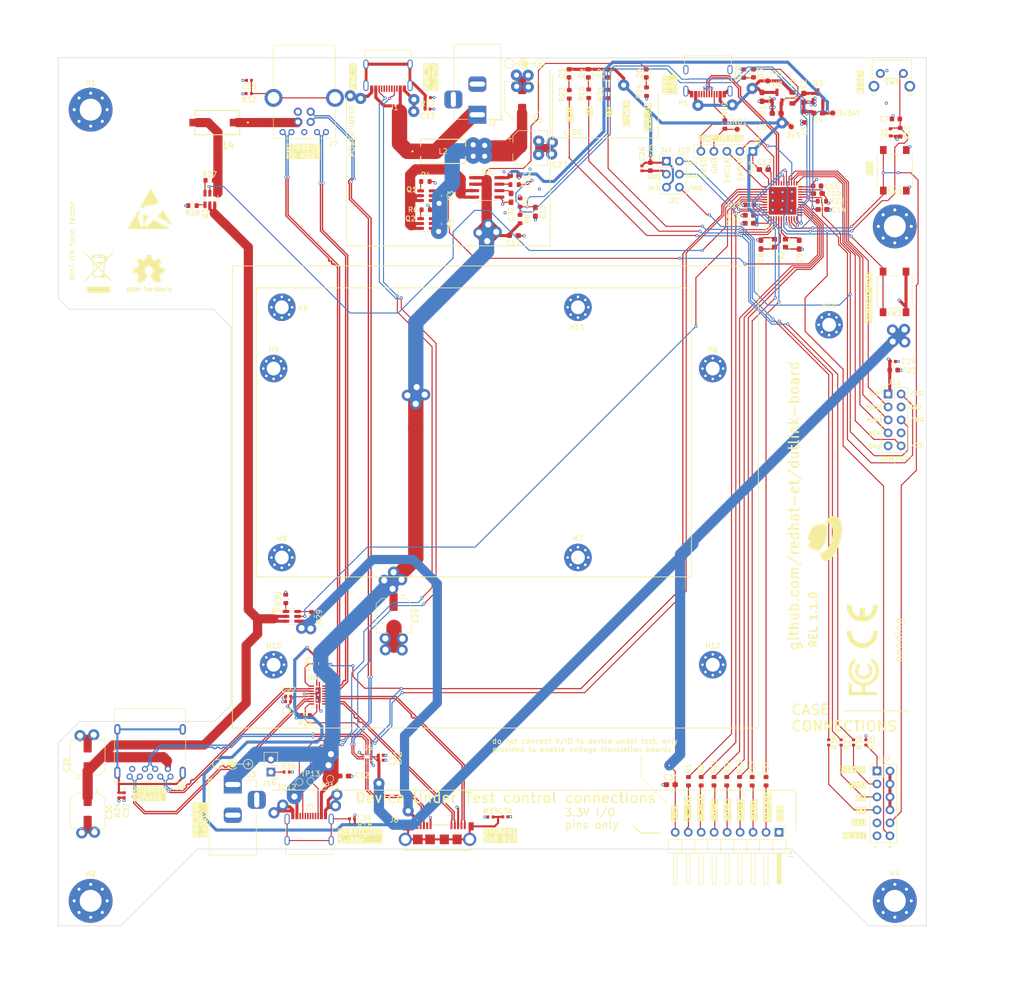
<source format=kicad_pcb>
(kicad_pcb (version 20221018) (generator pcbnew)
  (layers (0 "F.Cu" signal) (1 "In1.Cu" signal) (2 "In2.Cu" signal) (31 "B.Cu" signal) (34 "B.Paste" user) (35 "F.Paste" user) (36 "B.SilkS" user "B.Silkscreen") (37 "F.SilkS" user "F.Silkscreen") (38 "B.Mask" user) (39 "F.Mask" user) (44 "Edge.Cuts" user))
  (net 0 "")
  (net 1 "VCC")
  (net 2 "GND")
  (net 3 "/RESET")
  (net 4 "/CTL_D")
  (net 5 "/CTL_C")
  (net 6 "/CTL_B")
  (net 7 "/CTL_A")
  (net 8 "/RX")
  (net 9 "/TX")
  (net 10 "+5V")
  (net 11 "+5VA")
  (net 12 "/XTALO")
  (net 13 "Net-(J1-SHIELD)")
  (net 14 "/XTALI")
  (net 15 "/TX1")
  (net 16 "/RX1")
  (net 17 "+3.3V")
  (net 18 "Net-(U1-VCAP1)")
  (net 19 "/board_control/VCCOUT")
  (net 20 "/VOUT_SENSE")
  (net 21 "/NRST")
  (net 22 "/board_control/CC1")
  (net 23 "/board_control/CC2")
  (net 24 "GNDA")
  (net 25 "+3.3VA")
  (net 26 "/BUTTON")
  (net 27 "/SWDIO")
  (net 28 "/SWCLK")
  (net 29 "/USB_STORAGE_MUX/_VBUS_HOST")
  (net 30 "Net-(J5-SHIELD)")
  (net 32 "/_DP")
  (net 33 "Net-(J7-SHIELD)")
  (net 34 "Net-(Q1-S1)")
  (net 35 "/board_control/VCCOUT_SW")
  (net 37 "/ON_OFF")
  (net 38 "Net-(Q1-D1)")
  (net 39 "Net-(J8-SHIELD)")
  (net 40 "Net-(J9-SHIELD)")
  (net 41 "/board_control/VCCIN")
  (net 42 "/I2C1_SCL")
  (net 43 "Net-(Q2-S1)")
  (net 44 "/I2C1_SDA")
  (net 45 "/IRQ_IN")
  (net 46 "Net-(Q2-D1)")
  (net 47 "/board_control/_CURRENT_SENSE")
  (net 48 "/CURRENT_SENSE")
  (net 49 "/BOOT0")
  (net 50 "/LED1")
  (net 51 "Net-(D4-K)")
  (net 52 "Net-(D3-K)")
  (net 53 "/LED0")
  (net 54 "Net-(D2-K)")
  (net 55 "Net-(U1-PB2)")
  (net 56 "/LED2")
  (net 57 "Net-(D5-K)")
  (net 58 "Net-(D6-K)")
  (net 59 "/USB_STORAGE_MUX/VBUS_STORAGE")
  (net 60 "/USB_STORAGE_MUX/VBUS_DUT")
  (net 62 "Net-(Q3-S1)")
  (net 63 "/USB_STORAGE_MUX/VBUS_HOST")
  (net 64 "/USB_PW_HOST")
  (net 65 "Net-(Q3-D1)")
  (net 66 "Net-(Q4-S1)")
  (net 67 "/USB_PW_DUT")
  (net 68 "Net-(Q4-D1)")
  (net 69 "Net-(U6-RSVD1)")
  (net 70 "Net-(U6-RSVD2)")
  (net 71 "/USB_OEn")
  (net 72 "/USB_SEL")
  (net 73 "/board_control/RESET_")
  (net 74 "/board_control/CTL_C_")
  (net 75 "/board_control/CTL_B_")
  (net 76 "/board_control/CTL_A_")
  (net 77 "/board_control/CTL_D_")
  (net 78 "/USB_STORAGE_MUX/HOST_SSTXN")
  (net 79 "/USB_STORAGE_MUX/HOST_SSTXP")
  (net 80 "/USB_STORAGE_MUX/HOST_SSRXP")
  (net 81 "/USB_STORAGE_MUX/HOST_SSRXN")
  (net 82 "/USB_STORAGE_MUX/DUT_SSRXN")
  (net 83 "/nRESET_OUT")
  (net 84 "/USB_STORAGE_MUX/DUT_SSRXP")
  (net 85 "/SPI2_MOSI")
  (net 86 "/SPI2_MISO")
  (net 87 "/USB_STORAGE_MUX/STORAGE_SSRXN")
  (net 88 "/SPI2_SCK")
  (net 89 "/USB_STORAGE_MUX/STORAGE_SSRXP")
  (net 90 "/USB_STORAGE_MUX/HOST_DN")
  (net 91 "/USB_STORAGE_MUX/HOST_DP")
  (net 92 "/USB_STORAGE_MUX/DUT_DN")
  (net 93 "/USB_STORAGE_MUX/DUT_DP")
  (net 94 "/USB_STORAGE_MUX/DUT_SSTXN")
  (net 95 "/USB_STORAGE_MUX/DUT_SSTXP")
  (net 96 "/USB_STORAGE_MUX/STORAGE_DN")
  (net 97 "/USB_STORAGE_MUX/STORAGE_DP")
  (net 98 "/USB_STORAGE_MUX/STORAGE_SSTXN")
  (net 99 "/USB_STORAGE_MUX/STORAGE_SSTXP")
  (net 100 "/_DN")
  (net 102 "/SPI2_NSS")
  (net 103 "Net-(U4-BW_SEL)")
  (net 105 "Net-(J17-Pin_1)")
  (net 106 "Net-(J17-Pin_3)")
  (net 107 "Net-(J17-Pin_5)")
  (net 108 "Net-(J17-Pin_7)")
  (net 112 "Net-(P1-CC1)")
  (net 113 "Net-(J16-Pin_1)")
  (footprint "FOOTPRINTS:7427932" (layer "F.Cu") (at 132.69 82.27)
    (fp_text reference "L2")
    (fp_text value "7427932" hide)
  )
  (footprint "MountingHole:MountingHole_4.3mm_M4_Pad_Via" (layer "F.Cu") (at 63.6672 229.0433)
    (fp_text reference "H2")
    (fp_text value "ITX MountingHole")
  )
  (footprint "Capacitor_SMD:C_0603_1608Metric" (layer "F.Cu") (at 221.35 75.92)
    (fp_text reference "C7")
    (fp_text value "100nF")
  )
  (footprint "Capacitor_SMD:C_0603_1608Metric_Pad1.08x0.95mm_HandSolder" (layer "F.Cu") (at 198.0125 74.8424 180)
    (fp_text reference "C3")
    (fp_text value "1uF")
  )
  (footprint "Resistor_SMD:R_0603_1608Metric" (layer "F.Cu") (at 183.235 205.615 90)
    (fp_text reference "R2")
    (fp_text value "50")
  )
  (footprint "MountingHole:MountingHole_4.3mm_M4_Pad_Via" (layer "F.Cu") (at 221.1472 229.0433)
    (fp_text reference "H4")
    (fp_text value "ITX MountingHole")
  )
  (footprint "MountingHole:MountingHole_2.7mm_M2.5_Pad_Via" (layer "F.Cu") (at 99.5 182.8)
    (fp_text reference "H10")
    (fp_text value "Board MountingHole")
  )
  (footprint "LED_SMD:LED_0603_1608Metric" (layer "F.Cu") (at 157.3325 66.9875 90)
    (fp_text reference "D5")
    (fp_text value "LED")
  )
  (footprint "Resistor_SMD:R_0603_1608Metric" (layer "F.Cu") (at 86.99 87.955 180)
    (fp_text reference "R27")
    (fp_text value "47k")
  )
  (footprint "Capacitor_SMD:C_0603_1608Metric_Pad1.08x0.95mm_HandSolder" (layer "F.Cu") (at 206.0625 90.5299 180)
    (fp_text reference "C10")
    (fp_text value "2.2uF")
  )
  (footprint "Package_TO_SOT_SMD:TSOT-23-6" (layer "F.Cu") (at 103.05 173.33)
    (fp_text reference "Q4")
    (fp_text value "FDC6330L")
  )
  (footprint "Symbol:Symbol_Barrel_Polarity" (layer "F.Cu") (at 91.5 202.19)
    (fp_text reference "REF**" hide)
    (fp_text value "Symbol_Barrel_Polarity")
  )
  (footprint "Connector_PinHeader_2.54mm:PinHeader_2x05_P2.54mm_Vertical" (layer "F.Cu") (at 219.84 129.78)
    (fp_text reference "J11")
    (fp_text value "SPI/TPM connector")
  )
  (footprint "Resistor_SMD:R_0402_1005Metric" (layer "F.Cu") (at 94.64 70.95)
    (fp_text reference "R32")
    (fp_text value "330")
  )
  (footprint "LED_SMD:LED_0603_1608Metric" (layer "F.Cu") (at 172.48 66.9875 90)
    (fp_text reference "D6")
    (fp_text value "LED")
  )
  (footprint "Capacitor_SMD:C_0603_1608Metric" (layer "F.Cu") (at 173.28 85.265 90)
    (fp_text reference "C25")
    (fp_text value "1uF")
  )
  (footprint "Connector_PinHeader_2.54mm:PinHeader_2x03_P2.54mm_Vertical" (layer "F.Cu") (at 176.42 84.2)
    (fp_text reference "J10")
    (fp_text value "I2C connector")
  )
  (footprint "Capacitor_SMD:C_0402_1005Metric" (layer "F.Cu") (at 129.64 73.98)
    (fp_text reference "C33")
    (fp_text value "100nF")
  )
  (footprint "Package_TO_SOT_SMD:SOT-23" (layer "F.Cu") (at 206.1 71.5924 90)
    (fp_text reference "U3")
    (fp_text value "AP2127N-3.3")
  )
  (footprint "Capacitor_SMD:C_0603_1608Metric_Pad1.08x0.95mm_HandSolder" (layer "F.Cu") (at 113.32 204.6 180)
    (fp_text reference "C12")
    (fp_text value "1uF")
  )
  (footprint "Connector_PinHeader_2.54mm:PinHeader_1x05_P2.54mm_Vertical" (layer "F.Cu") (at 193.34 82.2674 -90)
    (fp_text reference "J6")
    (fp_text value "Conn_01x05_Pin")
  )
  (footprint "Package_TO_SOT_SMD:TSOT-23-6" (layer "F.Cu") (at 87.01 91.6 90)
    (fp_text reference "Q3")
    (fp_text value "FDC6330L")
  )
  (footprint "Capacitor_SMD:C_0603_1608Metric" (layer "F.Cu") (at 205.925 89.0299)
    (fp_text reference "C16")
    (fp_text value "100nF")
  )
  (footprint "Symbol:WEEE-Logo_5.6x8mm_SilkScreen" (layer "F.Cu") (at 65.22 105.94)
    (fp_text reference "REF**" hide)
    (fp_text value "WEEE-Logo_5.6x8mm_SilkScreen" hide)
  )
  (footprint "LOGO" (layer "F.Cu") (at 207.414174 157.618218 90)
    (fp_text reference "G***" hide)
    (fp_text value "LOGO" hide)
  )
  (footprint "Resistor_SMD:R_0603_1608Metric" (layer "F.Cu") (at 193.22 205.63 -90)
    (fp_text reference "R13")
    (fp_text value "100")
  )
  (footprint "Capacitor_SMD:CP_Elec_6.3x5.4_Nichicon" (layer "F.Cu") (at 149.77 81.62)
    (fp_text reference "C27")
    (fp_text value "47uF 32V")
  )
  (footprint "Capacitor_SMD:C_0603_1608Metric_Pad1.08x0.95mm_HandSolder" (layer "F.Cu") (at 150.76 94.105 -90)
    (fp_text reference "C13")
    (fp_text value "100nF")
  )
  (footprint "FOOTPRINTS:USB_C_Receptacle_G-Switch_GT-USB-7010ASV_fix" (layer "F.Cu") (at 106.4575 216.16)
    (fp_text reference "J5")
    (fp_text value "USB_C_Receptacle_PowerOnly_6P")
  )
  (footprint "Resistor_SMD:R_0603_1608Metric" (layer "F.Cu") (at 105.76 192.74 180)
    (fp_text reference "R26")
    (fp_text value "0")
  )
  (footprint "Resistor_SMD:R_0603_1608Metric" (layer "F.Cu") (at 180.735 205.615 90)
    (fp_text reference "R1")
    (fp_text value "50")
  )
  (footprint "MountingHole:MountingHole_2.7mm_M2.5_Pad_Via" (layer "F.Cu") (at 99.5 124.8)
    (fp_text reference "H9")
    (fp_text value "Board MountingHole")
  )
  (footprint "USB3Wurth:Wurth WR-COM USB 3.0 692221030100" (layer "F.Cu") (at 105.5 74.505 180)
    (fp_text reference "J7")
    (fp_text value "USB3_B")
  )
  (footprint "FOOTPRINTS:ZX360DB10P30" (layer "F.Cu") (at 131.595 216.65)
    (fp_text reference "J8")
    (fp_text value "Hirose USB3_B_Micro" hide)
  )
  (footprint "MountingHole:MountingHole_2.7mm_M2.5_Pad_Via" (layer "F.Cu") (at 185.5 182.8)
    (fp_text reference "H12")
    (fp_text value "Board MountingHole")
  )
  (footprint "Package_DFN_QFN:QFN-48-1EP_7x7mm_P0.5mm_EP5.6x5.6mm" (layer "F.Cu") (at 199.175 91.9674 90)
    (fp_text reference "U1")
    (fp_text value "STM32F411CEUx")
  )
  (footprint "Capacitor_SMD:C_0603_1608Metric_Pad1.08x0.95mm_HandSolder" (layer "F.Cu") (at 195.125 71.5924 90)
    (fp_text reference "C1")
    (fp_text value "1uF")
  )
  (footprint "Symbol:CE-Logo_8.5x6mm_SilkScreen" (layer "F.Cu") (at 214.78 175.27 90)
    (fp_text reference "REF**" hide)
    (fp_text value "CE-Logo_8.5x6mm_SilkScreen" hide)
  )
  (footprint "Resistor_SMD:R_0603_1608Metric" (layer "F.Cu") (at 129.2925 93.71 180)
    (fp_text reference "R6")
    (fp_text value "2k2")
  )
  (footprint "Capacitor_SMD:C_0402_1005Metric" (layer "F.Cu") (at 120.47 201.5065)
    (fp_text reference "C20")
    (fp_text value "100nF")
  )
  (footprint "Resistor_SMD:R_0603_1608Metric" (layer "F.Cu") (at 195.93 205.62 -90)
    (fp_text reference "R31")
    (fp_text value "100")
  )
  (footprint "Capacitor_SMD:C_0603_1608Metric_Pad1.08x0.95mm_HandSolder" (layer "F.Cu") (at 206.15 74.7799)
    (fp_text reference "C4")
    (fp_text value "1uF")
  )
  (footprint "FOOTPRINTS:7427932" (layer "F.Cu") (at 88.45 76.63 180)
    (fp_text reference "L4")
    (fp_text value "7427932" hide)
  )
  (footprint "Connector_USB:USB3_A_Molex_48393-001" (layer "F.Cu") (at 78.8 203.21 180)
    (fp_text reference "J9")
    (fp_text value "USB3_A")
  )
  (footprint "Capacitor_SMD:C_0603_1608Metric_Pad1.08x0.95mm_HandSolder" (layer "F.Cu") (at 146.53 98.76)
    (fp_text reference "C11")
    (fp_text value "1uF")
  )
  (footprint "Resistor_SMD:R_0402_1005Metric" (layer "F.Cu") (at 129.7 71.74 180)
    (fp_text reference "R17")
    (fp_text value "330")
  )
  (footprint "Capacitor_SMD:C_0603_1608Metric_Pad1.08x0.95mm_HandSolder" (layer "F.Cu") (at 194.925 100.5299 -90)
    (fp_text reference "C8")
    (fp_text value "12pF")
  )
  (footprint "Button_Switch_SMD:SW_SPST_B3S-1000" (layer "F.Cu") (at 221.09 109.795 90)
    (fp_text reference "SW3")
    (fp_text value "SW_Push")
  )
  (footprint "Resistor_SMD:R_0603_1608Metric" (layer "F.Cu") (at 192.65 92.7424 180)
    (fp_text reference "R15")
    (fp_text value "10k")
  )
  (footprint "Resistor_SMD:R_0402_1005Metric" (layer "F.Cu") (at 208.2 198.02 -90)
    (fp_text reference "R38")
    (fp_text value "470")
  )
  (footprint "Symbol:OSHW-Logo2_9.8x8mm_SilkScreen" (layer "F.Cu") (at 75.1 106.27)
    (fp_text reference "REF**" hide)
    (fp_text value "OSHW-Logo2_9.8x8mm_SilkScreen" hide)
  )
  (footprint "MountingHole:MountingHole_2.7mm_M2.5_Pad_Via" (layer "F.Cu") (at 185.5 124.8)
    (fp_text reference "H6")
    (fp_text value "Board MountingHole")
  )
  (footprint "Connector_PinHeader_2.54mm:PinHeader_1x09_P2.54mm_Horizontal" (layer "F.Cu") (at 198.47 215.62 -90)
    (fp_text reference "J4")
    (fp_text value "Conn_01x09_Pin")
  )
  (footprint "Capacitor_SMD:C_0402_1005Metric" (layer "F.Cu") (at 70.23 208.35 -90)
    (fp_text reference "C37")
    (fp_text value "100nF")
  )
  (footprint "Capacitor_SMD:C_0402_1005Metric" (layer "F.Cu") (at 114.85 212.98)
    (fp_text reference "C34")
    (fp_text value "100nF")
  )
  (footprint "LED_SMD:LED_0603_1608Metric" (layer "F.Cu") (at 193.475 66.9924 90)
    (fp_text reference "D3")
    (fp_text value "LED")
  )
  (footprint "Resistor_SMD:R_0603_1608Metric" (layer "F.Cu") (at 165.005 71.025 90)
    (fp_text reference "R21")
    (fp_text value "1k")
  )
  (footprint "Button_Switch_SMD:SW_SPST_B3S-1000" (layer "F.Cu") (at 221.15 85.98 90)
    (fp_text reference "SW2")
    (fp_text value "SW_Push" hide)
  )
  (footprint "Connector_USB:USB_C_Receptacle_G-Switch_GT-USB-7010ASV" (layer "F.Cu") (at 184.55 67.345 180)
    (fp_text reference "P1")
    (fp_text value "USB_C_Plug_USB2.0")
  )
  (footprint "Capacitor_SMD:C_0402_1005Metric" (layer "F.Cu") (at 102.36 188.9925 180)
    (fp_text reference "C22")
    (fp_text value "100nF")
  )
  (footprint "Resistor_SMD:R_0603_1608Metric" (layer "F.Cu") (at 157.405 71.1 90)
    (fp_text reference "R23")
    (fp_text value "1k")
  )
  (footprint "Connector_PinHeader_2.54mm:PinHeader_2x06_P2.54mm_Vertical" (layer "F.Cu") (at 217.66 203.61)
    (fp_text reference "J17")
    (fp_text value "6x2 2.54mm header")
  )
  (footprint "Package_DFN_QFN:DHVQFN-20-1EP_2.5x4.5mm_P0.5mm_EP1x3mm" (layer "F.Cu") (at 108.21 188.7325)
    (fp_text reference "U6")
    (fp_text value "TMUXHS4212")
  )
  (footprint "Resistor_SMD:R_0603_1608Metric" (layer "F.Cu") (at 146.685 88.78)
    (fp_text reference "R7")
    (fp_text value "50")
  )
  (footprint "Inductor_SMD:L_0805_2012Metric" (layer "F.Cu") (at 203.425 75.5424 -90)
    (fp_text reference "L3")
    (fp_text value "10uH")
  )
  (footprint "Inductor_SMD:L_0805_2012Metric" (layer "F.Cu") (at 201.1 71.8174 90)
    (fp_text reference "L1")
    (fp_text value "10uH")
  )
  (footprint "Resistor_SMD:R_0402_1005Metric" (layer "F.Cu") (at 114.89 214.13 180)
    (fp_text reference "R18")
    (fp_text value "330")
  )
  (footprint "Capacitor_SMD:CP_Elec_6.3x5.4_Nichicon" (layer "F.Cu") (at 122.99 173.22 -90)
    (fp_text reference "C29")
    (fp_text value "47uF 32V")
  )
  (footprint "Oscillator:Oscillator_SMD_EuroQuartz_XO32-4Pin_3.2x2.5mm" (layer "F.Cu") (at 198.655 100.245 90)
    (fp_text reference "Y2")
    (fp_text value "25 Mhz Crystal")
  )
  (footprint "Symbol:FCC-Logo_7.3x6mm_SilkScreen" (layer "F.Cu") (at 215.05 185.12 90)
    (fp_text reference "REF**" hide)
    (fp_text value "FCC-Logo_7.3x6mm_SilkScreen" hide)
  )
  (footprint "Resistor_SMD:R_0402_1005Metric" (layer "F.Cu") (at 213.06 198.02 -90)
    (fp_text reference "R36")
    (fp_text value "470")
  )
  (footprint "Resistor_SMD:R_0603_1608Metric" (layer "F.Cu") (at 172.53 70.575 90)
    (fp_text reference "R24")
    (fp_text value "2k")
  )
  (footprint "Capacitor_SMD:C_0402_1005Metric" (layer "F.Cu") (at 102.33 190.0325 180)
    (fp_text reference "C21")
    (fp_text value "1uF")
  )
  (footprint "Connector_BarrelJack:BarrelJack_Horizontal" (layer "F.Cu") (at 91.5 206.26 90)
    (fp_text reference "J3")
    (fp_text value "Barrel_Jack_MountingPin")
  )
  (footprint "MountingHole:MountingHole_4.3mm_M4_Pad_Via" (layer "F.Cu") (at 221.1472 96.9633)
    (fp_text reference "H3" hide)
    (fp_text value "ITX MountingHole")
  )
  (footprint "Resistor_SMD:R_0603_1608Metric" (layer "F.Cu") (at 191.575 67.0424 -90)
    (fp_text reference "R20")
    (fp_text value "1k")
  )
  (footprint "Resistor_SMD:R_0603_1608Metric" (layer "F.Cu") (at 129.2225 88.17)
    (fp_text reference "R4")
    (fp_text value "2k2")
  )
  (footprint "Capacitor_SMD:C_0603_1608Metric_Pad1.08x0.95mm_HandSolder" (layer "F.Cu") (at 203.3 71.7799 90)
    (fp_text reference "C2")
    (fp_text value "1uF")
  )
  (footprint "Resistor_SMD:R_0603_1608Metric" (layer "F.Cu") (at 161.205 70.975 90)
    (fp_text reference "R16")
    (fp_text value "1k")
  )
  (footprint "Capacitor_SMD:C_0603_1608Metric_Pad1.08x0.95mm_HandSolder" (layer "F.Cu") (at 146.685 87.03)
    (fp_text reference "C6")
    (fp_text value "1uF")
  )
  (footprint "Resistor_SMD:R_0603_1608Metric" (layer "F.Cu") (at 147.76 95.53 -90)
    (fp_text reference "R8")
    (fp_text value "2k4")
  )
  (footprint "TestPoint:TestPoint_Pad_D1.0mm" (layer "F.Cu") (at 200.87 77.46)
    (fp_text reference "3v3")
    (fp_text value "TestPoint")
  )
  (footprint "TestPoint:TestPoint_Pad_D1.0mm" (layer "F.Cu") (at 110.56 205.14)
    (fp_text reference "TP11")
    (fp_text value "TestPoint")
  )
  (footprint "Resistor_SMD:R_0402_1005Metric" (layer "F.Cu") (at 141.98 212.62)
    (fp_text reference "R33")
    (fp_text value "330")
  )
  (footprint "Capacitor_SMD:C_0402_1005Metric" (layer "F.Cu") (at 120.48 200.5265)
    (fp_text reference "C19")
    (fp_text value "1uF")
  )
  (footprint "TestPoint:TestPoint_Pad_D1.0mm" (layer "F.Cu") (at 106.74 205.61)
    (fp_text reference "TP13")
    (fp_text value "TestPoint")
  )
  (footprint "MountingHole:MountingHole_2.7mm_M2.5_Pad_Via" (layer "F.Cu") (at 101.1 161.8)
    (fp_text reference "H8")
    (fp_text value "Board MountingHole")
  )
  (footprint "MountingHole:MountingHole_2.7mm_M2.5_Pad_Via" (layer "F.Cu") (at 159.1 161.8)
    (fp_text reference "H7")
    (fp_text value "Board MountingHole")
  )
  (footprint "Resistor_SMD:R_0603_1608Metric" (layer "F.Cu") (at 132.915 90.95 90)
    (fp_text reference "R3")
    (fp_text value "47k")
  )
  (footprint "Resistor_SMD:R_0603_1608Metric" (layer "F.Cu") (at 106.93 173.315 90)
    (fp_text reference "R29")
    (fp_text value "47k")
  )
  (footprint "LED_SMD:LED_0603_1608Metric" (layer "F.Cu") (at 161.139375 66.9875 90)
    (fp_text reference "D4")
    (fp_text value "LED")
  )
  (footprint "Capacitor_SMD:C_0402_1005Metric" (layer "F.Cu") (at 94.68 68.37 180)
    (fp_text reference "C35")
    (fp_text value "100nF")
  )
  (footprint "Capacitor_SMD:C_0402_1005Metric" (layer "F.Cu") (at 171.62 85.595 -90)
    (fp_text reference "C26")
    (fp_text value "100nF")
  )
  (footprint "TestPoint:TestPoint_Pad_D1.0mm" (layer "F.Cu") (at 104.53 205.75)
    (fp_text reference "TP12")
    (fp_text value "TestPoint")
  )
  (footprint "MountingHole:MountingHole_2.7mm_M2.5_Pad_Via" (layer "F.Cu") (at 159.1 112.8)
    (fp_text reference "H11")
    (fp_text value "Board MountingHole")
  )
  (footprint "Resistor_SMD:R_0603_1608Metric" (layer "F.Cu") (at 107.8075 182.5725 90)
    (fp_text reference "R25")
    (fp_text value "0")
  )
  (footprint "Resistor_SMD:R_0402_1005Metric" (layer "F.Cu") (at 215.49 198.02 -90)
    (fp_text reference "R35")
    (fp_text value "470")
  )
  (footprint "FOOTPRINTS:USB_C_Receptacle_G-Switch_GT-USB-7010ASV_fix" (layer "F.Cu") (at 121.9 66.265 180)
    (fp_text reference "J1")
    (fp_text value "USB_C_Receptacle_PowerOnly_6P")
  )
  (footprint "Package_TO_SOT_SMD:TSOT-23-6" (layer "F.Cu") (at 129.415 96.4)
    (fp_text reference "Q2")
    (fp_text value "FDC6330L")
  )
  (footprint "Capacitor_SMD:CP_Elec_6.3x5.4_Nichicon" (layer "F.Cu") (at 63.08 200.94 90)
    (fp_text reference "C38")
    (fp_text value "47uF 32V")
  )
  (footprint "Capacitor_SMD:C_0603_1608Metric_Pad1.08x0.95mm_HandSolder" (layer "F.Cu") (at 206.99 93.64)
    (fp_text reference "C14")
    (fp_text value "100nF")
  )
  (footprint "Capacitor_SMD:C_0603_1608Metric_Pad1.08x0.95mm_HandSolder" (layer "F.Cu") (at 145.9975 91.3676 -90)
    (fp_text reference "C32")
    (fp_text value "1nF")
  )
  (footprint "Package_TO_SOT_SMD:SOT-23" (layer "F.Cu") (at 198.075 71.6549 90)
    (fp_text reference "U2")
    (fp_text value "AP2127N-3.3")
  )
  (footprint "Resistor_SMD:R_0603_1608Metric" (layer "F.Cu") (at 206.87 92.04)
    (fp_text reference "R22")
    (fp_text value "10k")
  )
  (footprint "Resistor_SMD:R_0603_1608Metric" (layer "F.Cu") (at 101.88 169.9 90)
    (fp_text reference "R30")
    (fp_text value "2k2")
  )
  (footprint "MountingHole:MountingHole_4.3mm_M4_Pad_Via" (layer "F.Cu") (at 63.6672 74.1033)
    (fp_text reference "H1")
    (fp_text value "ITX MountingHole")
  )
  (footprint "Resistor_SMD:R_0603_1608Metric" (layer "F.Cu") (at 190.735 205.615 -90)
    (fp_text reference "R12")
    (fp_text value "100")
  )
  (footprint "Resistor_SMD:R_0603_1608Metric" (layer "F.Cu") (at 222.2 78.52 -90)
    (fp_text reference "R10")
    (fp_text value "4k7")
  )
  (footprint "LED_SMD:LED_0603_1608Metric" (layer "F.Cu") (at 164.94625 66.9875 90)
    (fp_text reference "D2")
    (fp_text value "LED")
  )
  (footprint "Connector_BarrelJack:BarrelJack_Horizontal" (layer "F.Cu") (at 139.3925 75.1 -90)
    (fp_text reference "J2")
    (fp_text value "Barrel_Jack_MountingPin")
  )
  (footprint "Button_Switch_THT:SW_Tactile_SPST_Angled_PTS645Vx58-2LFS" (layer "F.Cu") (at 218.32 67.02)
    (fp_text reference "SW1")
    (fp_text value "SW_Push")
  )
  (footprint "Resistor_SMD:R_0603_1608Metric" (layer "F.Cu") (at 147.76 92.28 -90)
    (fp_text reference "R9")
    (fp_text value "470")
  )
  (footprint "Package_DFN_QFN:UQFN-10_1.4x1.8mm_P0.4mm" (layer "F.Cu") (at 117.77 200.8315 -90)
    (fp_text reference "U5")
    (fp_text value "~")
  )
  (footprint "TestPoint:TestPoint_Pad_D1.0mm" (layer "F.Cu") (at 190.28 77.95)
    (fp_text reference "GND1")
    (fp_text value "TestPoint")
  )
  (footprint "Package_SO:SOIC-8_3.9x4.9mm_P1.27mm" (layer "F.Cu") (at 141.2275 89.3276)
    (fp_text reference "U4")
    (fp_text value "ACS725LLCTR-05AB-T")
  )
  (footprint "Resistor_SMD:R_0603_1608Metric" (layer "F.Cu") (at 185.735 205.615 -90)
    (fp_text reference "R11")
    (fp_text value "100")
  )
  (footprint "Capacitor_SMD:C_0603_1608Metric_Pad1.08x0.95mm_HandSolder" (layer "F.Cu") (at 192.675 94.7799 180)
    (fp_text reference "C18")
    (fp_text value "100nF")
  )
  (footprint "Capacitor_SMD:C_0402_1005Metric" (layer "F.Cu") (at 220.76 123.41)
    (fp_text reference "C24")
    (fp_text value "100nF")
  )
  (footprint "Capacitor_SMD:C_0603_1608Metric_Pad1.08x0.95mm_HandSolder" (layer "F.Cu") (at 177.2775 206.29)
    (fp_text reference "C31")
    (fp_text value "1uF")
  )
  (footprint "Capacitor_SMD:C_0603_1608Metric_Pad1.08x0.95mm_HandSolder" (layer "F.Cu") (at 202.425 100.5299 90)
    (fp_text reference "C9")
    (fp_text value "12pF")
  )
  (footprint "Resistor_SMD:R_0603_1608Metric" (layer "F.Cu") (at 188.235 205.615 -90)
    (fp_text reference "R14")
    (fp_text value "100")
  )
  (footprint "Resistor_SMD:R_0402_1005Metric" (layer "F.Cu") (at 210.63 198.02 -90)
    (fp_text reference "R37")
    (fp_text value "470")
  )
  (footprint "Capacitor_SMD:C_0402_1005Metric" (layer "F.Cu") (at 144.87 212.59)
    (fp_text reference "C36")
    (fp_text value "100nF")
  )
  (footprint "Diode_SMD:D_SOD-523" (layer "F.Cu") (at 220.3 78.545 90)
    (fp_text reference "D1")
    (fp_text value "1N4148WT")
  )
  (footprint "Resistor_SMD:R_0603_1608Metric" (layer "F.Cu") (at 132.915 96.45 90)
    (fp_text reference "R5")
    (fp_text value "47k")
  )
  (footprint "Capacitor_SMD:C_0603_1608Metric_Pad1.08x0.95mm_HandSolder" (layer "F.Cu") (at 192.65 96.35 180)
    (fp_text reference "C15")
    (fp_text value "100nF")
  )
  (footprint "Connector_PinHeader_2.54mm:PinHeader_1x02_P2.54mm_Vertical" (layer "F.Cu") (at 98.96 203.83 180)
    (fp_text reference "J16")
    (fp_text value "Conn_01x02_Pin")
  )
  (footprint "Resistor_SMD:R_0402_1005Metric" (layer "F.Cu") (at 69.2 208.34 90)
    (fp_text reference "R34")
    (fp_text value "330")
  )
  (footprint "Resistor_SMD:R_0603_1608Metric" (layer "F.Cu") (at 187.86 77.01 -90)
    (fp_text reference "R19")
    (fp_text value "5k1")
  )
  (footprint "Capacitor_SMD:CP_Elec_6.3x5.4_Nichicon" (layer "F.Cu") (at 63.08 211.43 -90)
    (fp_text reference "C30")
    (fp_text value "47uF 32V")
  )
  (footprint "Symbol:ESD-Logo_8.9x8mm_SilkScreen" (layer "F.Cu") (at 75.251095 93.489146)
    (fp_text reference "REF**" hide)
    (fp_text value "ESD-Logo_8.9x8mm_SilkScreen" hide)
  )
  (footprint "TestPoint:TestPoint_Pad_D1.0mm" (layer "F.Cu") (at 209 74.76)
    (fp_text reference "3v3A1")
    (fp_text value "TestPoint")
  )
  (footprint "Capacitor_SMD:CP_Elec_6.3x5.4_Nichicon" (layer "F.Cu") (at 148.16 72.01 90)
    (fp_text reference "C5")
    (fp_text value "47uF 32V")
  )
  (footprint "Capacitor_SMD:C_0603_1608Metric" (layer "F.Cu") (at 220.93 125.1 180)
    (fp_text reference "C23")
    (fp_text value "1uF")
  )
  (footprint "Symbol:Symbol_Barrel_Polarity" (layer "F.Cu") (at 148.6 65.03)
    (fp_text reference "REF**" hide)
    (fp_text value "Symbol_Barrel_Polarity")
  )
  (footprint "Capacitor_SMD:C_0603_1608Metric_Pad1.08x0.95mm_HandSolder" (layer "F.Cu") (at 195.49 85.83 180)
    (fp_text reference "C17")
    (fp_text value "100nF")
  )
  (footprint "Resistor_SMD:R_0603_1608Metric" (layer "F.Cu") (at 83.61 92.8975 180)
    (fp_text reference "R28")
    (fp_text value "2k2")
  )
  (footprint "Package_TO_SOT_SMD:TSOT-23-6" (layer "F.Cu") (at 129.415 90.95)
    (fp_text reference "Q1")
    (fp_text value "FDC6330L")
  )
  (footprint "MountingHole:MountingHole_2.7mm_M2.5_Pad_Via" (layer "F.Cu") (at 208.28 116.223782)
    (fp_text reference "H14")
    (fp_text value "Board MountingHole")
  )
  (footprint "Resistor_SMD:R_0402_1005Metric" (layer "F.Cu") (at 102.05 203.81 180)
    (fp_text reference "R39")
    (fp_text value "470")
  )
  (footprint "MountingHole:MountingHole_2.7mm_M2.5_Pad_Via" (layer "F.Cu") (at 101.1 112.8)
    (fp_text reference "H5")
    (fp_text value "Board MountingHole")
  )
  (footprint "TestPoint:TestPoint_Pad_D1.0mm" (layer "F.Cu") (at 196.26 68.47)
    (fp_text reference "5V1")
    (fp_text value "TestPoint")
  )
  (gr_line (start 154.15 67.47) (end 154.14 79.63) (stroke (width 0.15)) (layer "F.SilkS"))
  (gr_line (start 113.79 71.695) (end 113.79 100.77) (stroke (width 0.15)) (layer "F.SilkS"))
  (gr_line (start 169.83 214.26) (end 171.359833 215.789833) (stroke (width 0.2)) (layer "F.SilkS"))
  (gr_line (start 175.4 215.78) (end 171.38 215.78) (stroke (width 0.2)) (layer "F.SilkS"))
  (gr_line (start 201.8 207.39) (end 201.8 215.2) (stroke (width 0.15)) (layer "F.SilkS"))
  (gr_line (start 113.79 100.77) (end 153.66 100.77) (stroke (width 0.15)) (layer "F.SilkS"))
  (gr_line (start 153.66 100.77) (end 153.66 66.5424) (stroke (width 0.15)) (layer "F.SilkS"))
  (gr_line (start 174.83 79.63) (end 174.84 70.85) (stroke (width 0.15)) (layer "F.SilkS"))
  (gr_line (start 99.21 207.35) (end 201.81 207.39) (stroke (width 0.15)) (layer "F.SilkS"))
  (gr_rect (start 96.125 109) (end 181.325 165.6) (stroke (width 0.15)) (fill none) (layer "F.SilkS"))
  (gr_line (start 176.51 210.02) (end 171.48 204.99) (stroke (width 0.1)) (layer "F.SilkS"))
  (gr_line (start 154.14 79.63) (end 174.83 79.63) (stroke (width 0.15)) (layer "F.SilkS"))
  (gr_line (start 211.16 191.82) (end 224.03 191.82) (stroke (width 0.15)) (layer "F.SilkS"))
  (gr_line (start 171.48 204.99) (end 171.48 200.76) (stroke (width 0.1)) (layer "F.SilkS"))
  (gr_rect locked (start 91.425 104.7) (end 194.425 195.2) (stroke (width 0.15)) (fill none) (layer "F.SilkS"))
  (gr_line (start 57.3172 233.9433) (end 69.57 233.9433) (stroke (width 0.1)) (layer "Edge.Cuts"))
  (gr_line (start 87.92 193.9272) (end 91.13 190.7172) (stroke (width 0.1)) (layer "Edge.Cuts"))
  (gr_line (start 61.5 193.9272) (end 87.92 193.9272) (stroke (width 0.1)) (layer "Edge.Cuts"))
  (gr_line (start 216.08 233.9433) (end 227.3172 233.9433) (stroke (width 0.1)) (layer "Edge.Cuts"))
  (gr_line (start 91.13 116.56) (end 87.74 113.17) (stroke (width 0.1)) (layer "Edge.Cuts"))
  (gr_line (start 91.13 190.7172) (end 91.13 116.56) (stroke (width 0.1)) (layer "Edge.Cuts"))
  (gr_line (start 201.01 218.9) (end 216.08 233.9433) (stroke (width 0.1)) (layer "Edge.Cuts"))
  (gr_line (start 84.6133 218.9) (end 201.01 218.9) (stroke (width 0.1)) (layer "Edge.Cuts"))
  (gr_line (start 57.3172 198.11) (end 61.5 193.9272) (stroke (width 0.1)) (layer "Edge.Cuts"))
  (gr_line (start 69.57 233.9433) (end 84.6133 218.9) (stroke (width 0.1)) (layer "Edge.Cuts"))
  (gr_line (start 227.3172 63.9433) (end 227.3172 233.9433) (stroke (width 0.1)) (layer "Edge.Cuts"))
  (gr_line (start 57.3172 111.01) (end 57.3172 63.9433) (stroke (width 0.1)) (layer "Edge.Cuts"))
  (gr_line (start 57.3172 233.9433) (end 57.3172 198.11) (stroke (width 0.1)) (layer "Edge.Cuts"))
  (gr_line (start 87.74 113.17) (end 59.43 113.17) (stroke (width 0.1)) (layer "Edge.Cuts"))
  (gr_line (start 57.3172 63.9433) (end 227.3172 63.9433) (stroke (width 0.1)) (layer "Edge.Cuts"))
  (gr_line (start 59.43 113.17) (end 57.3172 111.01) (stroke (width 0.1)) (layer "Edge.Cuts"))
  (gr_text "/RST" (at 223.9 130.18) (layer "F.SilkS") (effects (font (size 0.8 0.8) (thickness 0.15) bold) (justify left bottom)))
  (gr_text "PWR_IN" (at 115.615 70.4324 90) (layer "F.SilkS" knockout) (effects (font (size 1 1)) (justify left bottom)))
  (gr_text "/IRQ" (at 223.86 135.3) (layer "F.SilkS") (effects (font (size 0.8 0.8) (thickness 0.15) bold) (justify left bottom)))
  (gr_text "RX" (at 161.93 75.6 90) (layer "F.SilkS" knockout) (effects (font (size 1 1)) (justify left bottom)))
  (gr_text "GND" (at 223.89 132.82) (layer "F.SilkS") (effects (font (size 0.8 0.8) (thickness 0.15) bold) (justify left bottom)))
  (gr_text "RESET" (at 215.05 71.16 90) (layer "F.SilkS" knockout) (effects (font (size 1 1)) (justify left bottom)))
  (gr_text "/RESET" (at 196.722852 213.58 90) (layer "F.SilkS" knockout) (effects (font (size 1 1)) (justify left bottom)))
  (gr_text "3v3" (at 215.82 130.16) (layer "F.SilkS") (effects (font (size 0.8 0.8) (thickness 0.15) bold) (justify left bottom)))
  (gr_text "3v3" (at 172.71 89.89) (layer "F.SilkS") (effects (font (size 0.8 0.8) (thickness 0.15) bold) (justify left bottom)))
  (gr_text "CMD\n" (at 212.182381 206.95) (layer "F.SilkS" knockout) (effects (font (size 1 1)) (justify left bottom)))
  (gr_text "TX" (at 213.610952 211.92) (layer "F.SilkS" knockout) (effects (font (size 1 1)) (justify left bottom)))
  (gr_text "RESET" (at 210.801428 216.85) (layer "F.SilkS" knockout) (effects (font (size 1 1)) (justify left bottom)))
  (gr_text "-" (at 145.15 65.42) (layer "F.SilkS") (effects (font (size 0.6 0.6) (thickness 0.1) bold) (justify left bottom)))
  (gr_text "do not connect V/IO to device under test, only\nprovided to enable voltage translation boards." (at 142.22 199.96) (layer "F.SilkS") (effects (font (size 1 1)) (justify left bottom)))
  (gr_text "DUT_ON" (at 173.35 78.54 90) (layer "F.SilkS" knockout) (effects (font (size 1 1)) (justify left bottom)))
  (gr_text "PWR_OUT\n5-25V" (at 86.55 216.7 90) (layer "F.SilkS" knockout) (effects (font (size 1 1)) (justify left bottom)))
  (gr_text "GND" (at 215.86 140.57) (layer "F.SilkS") (effects (font (size 0.8 0.8) (thickness 0.15) bold) (justify left bottom)))
  (gr_text "GND" (at 186.39 86.72 90) (layer "F.SilkS") (effects (font (size 1 1)) (justify left bottom)))
  (gr_text "SWD DEBUG" (at 182.67 80.32) (layer "F.SilkS" knockout) (effects (font (size 1 1)) (justify left bottom)))
  (gr_text "DFU" (at 216.815 87.165 90) (layer "F.SilkS" knockout) (effects (font (size 1 1)) (justify left bottom)))
  (gr_text "-> RX" (at 183.787142 213.58 90) (layer "F.SilkS" knockout) (effects (font (size 1 1)) (justify left bottom)))
  (gr_text "GND" (at 199.31 213.58 90) (layer "F.SilkS" knockout) (effects (font (size 1 1)) (justify left bottom)))
  (gr_text "PWR_IN\n5-25V" (at 131.72 70.4624 90) (layer "F.SilkS" knockout) (effects (font (size 1 1)) (justify left bottom)))
  (gr_text "HOST\nUSB" (at 178.52 71.2424 90) (layer "F.SilkS" knockout) (effects (font (size 1 1)) (justify left bottom)))
  (gr_text "POWER" (at 210.23 203.96) (layer "F.SilkS" knockout) (effects (font (size 1 1)) (justify left bottom)))
  (gr_text "SWCLK" (at 188.89 88.65 90) (layer "F.SilkS") (effects (font (size 1 1)) (justify left bottom)))
  (gr_text "RX" (at 213.372857 209.49) (layer "F.SilkS" knockout) (effects (font (size 1 1)) (justify left bottom)))
  (gr_text "USBPD_OUT\n5-20V" (at 111.98 217.77) (layer "F.SilkS" knockout) (effects (font (size 1 1)) (justify left bottom)))
  (gr_text "STORAGE\nTO HOST\n" (at 102 83.7) (layer "F.SilkS" knockout) (effects (font (size 1 1)) (justify left bottom)))
  (gr_text "MISO" (at 215.49 135.39) (layer "F.SilkS") (effects (font (size 0.8 0.8) (thickness 0.15) bold) (justify left bottom)))
  (gr_text "-" (at 216.76 219.04) (layer "F.SilkS") (effects (font (size 1 1)) (justify left bottom)))
  (gr_text "FACTORY DFU\n" (at 216.675 116.155 90) (layer "F.SilkS" knockout) (effects (font (size 1 1)) (justify left bottom)))
  (gr_text "STORAGE\nDUT OUT" (at 140.51 217.67) (layer "F.SilkS" knockout) (effects (font (size 1 1)) (justify left bottom)))
  (gr_text "CTL_B" (at 188.961426 213.58 90) (layer "F.SilkS" knockout) (effects (font (size 1 1)) (justify left bottom)))
  (gr_text "NRST\n" (at 184.36 87.62 90) (layer "F.SilkS") (effects (font (size 1 1)) (justify left bottom)))
  (gr_text "GND" (at 172.6 87.75) (layer "F.SilkS") (effects (font (size 0.8 0.8) (thickness 0.15) bold) (justify left bottom)))
  (gr_text "REL 1.1.0\n" (at 206.07 179.62 90) (layer "F.SilkS") (effects (font (size 1.5 1.5) (thickness 0.3) bold) (justify left bottom)))
  (gr_text "I2C" (at 176.46 92.51) (layer "F.SilkS") (effects (font (size 1 1)) (justify left bottom)))
  (gr_text "SCL" (at 180.36 85.09) (layer "F.SilkS") (effects (font (size 0.8 0.8) (thickness 0.15) bold) (justify left bottom)))
  (gr_text "3v3" (at 175.15 82.46) (layer "F.SilkS") (effects (font (size 0.8 0.8) (thickness 0.15) bold) (justify left bottom)))
  (gr_text "<- TX" (at 181.2 213.58 90) (layer "F.SilkS" knockout) (effects (font (size 1 1)) (justify left bottom)))
  (gr_text "Mini ITX form factor" (at 60.66 107.63 90) (layer "F.SilkS") (effects (font (size 1 1)) (justify left bottom)))
  (gr_text "CMD\n" (at 158.1 76.7 90) (layer "F.SilkS" knockout) (effects (font (size 1 1)) (justify left bottom)))
  (gr_text "github.com/redhat-et/dutlink-board" (at 202.55 180.19 90) (layer "F.SilkS") (effects (font (size 2 2) (thickness 0.3) bold) (justify left bottom)))
  (gr_text "-" (at 88.05 202.58) (layer "F.SilkS") (effects (font (size 0.6 0.6) (thickness 0.1) bold) (justify left bottom)))
  (gr_text "DFU" (at 212.46 214.29) (layer "F.SilkS" knockout) (effects (font (size 1 1)) (justify left bottom)))
  (gr_text "CTL_D" (at 194.13571 213.58 90) (layer "F.SilkS" knockout) (effects (font (size 1 1)) (justify left bottom)))
  (gr_text "CASE \nCONNECTIONS" (at 200.7 196.01) (layer "F.SilkS") (effects (font (size 2 2) (thickness 0.3) bold) (justify left bottom)))
  (gr_text "3.3V I/O\npins only" (at 156.42 215.02) (layer "F.SilkS") (effects (font (size 1.5 1.5) (thickness 0.2)) (justify left bottom)))
  (gr_text "+" (at 219.48 219) (layer "F.SilkS") (effects (font (size 1 1)) (justify left bottom)))
  (gr_text "3v3" (at 193.78 86.87 90) (layer "F.SilkS") (effects (font (size 1 1)) (justify left bottom)))
  (gr_text "+" (at 93.83 202.76) (layer "F.SilkS") (effects (font (size 1 1)) (justify left bottom)))
  (gr_text "POWER INPUT" (at 115.46 83.49 90) (layer "F.SilkS") (effects (font (size 1 1)) (justify left bottom)))
  (gr_text "pending" (at 222.77 182.46 90) (layer "F.SilkS") (effects (font (size 1.5 1.5)) (justify left bottom)))
  (gr_text "/IRQ" (at 180.5 89.97) (layer "F.SilkS") (effects (font (size 0.8 0.8) (thickness 0.15) bold) (justify left bottom)))
  (gr_text "CTL_A" (at 186.374284 213.58 90) (layer "F.SilkS" knockout) (effects (font (size 1 1)) (justify left bottom)))
  (gr_text "CTL_C" (at 191.548568 213.58 90) (layer "F.SilkS" knockout) (effects (font (size 1 1)) (justify left bottom)))
  (gr_text "TX" (at 165.79 75.5 90) (layer "F.SilkS" knockout) (effects (font (size 1 1)) (justify left bottom)))
  (gr_text "/CS" (at 224.11 140.29) (layer "F.SilkS") (effects (font (size 0.8 0.8) (thickness 0.15) bold) (justify left bottom)))
  (gr_text "SDA" (at 180.37 87.44) (layer "F.SilkS") (effects (font (size 0.8 0.8) (thickness 0.15) bold) (justify left bottom)))
  (gr_text "SCK" (at 215.98 137.98) (layer "F.SilkS") (effects (font (size 0.8 0.8) (thickness 0.15) bold) (justify left bottom)))
  (gr_text "V IO" (at 178.63 213.52 90) (layer "F.SilkS" knockout) (effects (font (size 1 1)) (justify left bottom)))
  (gr_text "Device Under Test control connections" (at 115.35 210.02) (layer "F.SilkS") (effects (font (size 2 2) (thickness 0.3)) (justify left bottom)))
  (gr_text "POWER" (at 169.19 77.54 90) (layer "F.SilkS" knockout) (effects (font (size 1 1)) (justify left bottom)))
  (gr_text "MOSI" (at 215.5 132.81) (layer "F.SilkS") (effects (font (size 0.8 0.8) (thickness 0.15) bold) (justify left bottom)))
  (gr_text "TPM/SPI" (at 217.98 143.17) (layer "F.SilkS") (effects (font (size 1 1)) (justify left bottom)))
  (gr_text "+" (at 150.93 65.6) (layer "F.SilkS") (effects (font (size 1 1)) (justify left bottom)))
  (gr_text "SWDIO" (at 191.47 88.33 90) (layer "F.SilkS") (effects (font (size 1 1)) (justify left bottom)))
  (gr_text "LEDS" (at 156.12 79.12) (layer "F.SilkS") (effects (font (size 1 1)) (justify left bottom)))
  (gr_text "STORAGE\nDEVICE\n" (at 75.16 209.48) (layer "F.SilkS" knockout) (effects (font (size 1 1)) (justify bottom)))
  (segment (start 146.42 82.07) (end 148.15 80.34) (width 2) (layer "F.Cu") (net 1))
  (segment (start 140.82 83.22) (end 138.58 80.98) (width 2) (layer "F.Cu") (net 1))
  (segment (start 148.15 78.33) (end 148.15 74.75) (width 2) (layer "F.Cu") (net 1))
  (segment (start 138.58 80.98) (end 140.71 80.98) (width 2) (layer "F.Cu") (net 1))
  (segment (start 136.64 82.27) (end 137.29 82.27) (width 2) (layer "F.Cu") (net 1))
  (segment (start 140.83 83.22) (end 146.28 83.22) (width 2) (layer "F.Cu") (net 1))
  (segment (start 146.28 83.22) (end 148.15 81.35) (width 2) (layer "F.Cu") (net 1))
  (segment (start 148.15 81.35) (end 148.15 80.34) (width 2) (layer "F.Cu") (net 1))
  (segment (start 140.71 80.98) (end 140.83 81.1) (width 2) (layer "F.Cu") (net 1))
  (segment (start 145.38 81.1) (end 148.15 78.33) (width 2) (layer "F.Cu") (net 1))
  (segment (start 140.83 83.22) (end 140.82 83.22) (width 2) (layer "F.Cu") (net 1))
  (segment (start 140.83 81.1) (end 145.38 81.1) (width 2) (layer "F.Cu") (net 1))
  (segment (start 140.975 82.07) (end 146.42 82.07) (width 2) (layer "F.Cu") (net 1))
  (segment (start 140.83 81.1) (end 140.83 83.22) (width 2) (layer "F.Cu") (net 1))
  (segment (start 145.21 83.22) (end 146.77 81.66) (width 2) (layer "F.Cu") (net 1))
  (segment (start 137.63 82.27) (end 138.58 83.22) (width 2) (layer "F.Cu") (net 1))
  (segment (start 136.64 82.27) (end 137.63 82.27) (width 2) (layer "F.Cu") (net 1))
  (segment (start 137.29 82.27) (end 138.58 80.98) (width 2) (layer "F.Cu") (net 1))
  (segment (start 148.15 80.34) (end 148.15 74.75) (width 2) (layer "F.Cu") (net 1))
  (segment (start 140.83 83.22) (end 145.21 83.22) (width 2) (layer "F.Cu") (net 1))
  (via (at 140.83 83.22) (size 2.2) (drill 1) (layers "F.Cu" "B.Cu") (net 1))
  (via (at 138.58 80.98) (size 2.2) (drill 1) (layers "F.Cu" "B.Cu") (net 1))
  (via (at 131.8025 97.95) (size 2.2) (drill 1) (layers "F.Cu" "B.Cu") (net 1))
  (via (at 140.83 81.1) (size 2.2) (drill 1) (layers "F.Cu" "B.Cu") (net 1))
  (via (at 131.9125 92.45) (size 2.2) (drill 1) (layers "F.Cu" "B.Cu") (net 1))
  (via (at 138.58 83.22) (size 2.2) (drill 1) (layers "F.Cu" "B.Cu") (net 1))
  (segment (start 137.56 82.2) (end 138.58 83.22) (width 3) (layer "B.Cu") (net 1))
  (segment (start 135.33 82.2) (end 137.56 82.2) (width 3) (layer "B.Cu") (net 1))
  (segment (start 137.36 82.2) (end 139.73 82.2) (width 3) (layer "B.Cu") (net 1))
  (segment (start 139.81 82.2) (end 140.83 83.22) (width 3) (layer "B.Cu") (net 1))
  (segment (start 132.0225 97.73) (end 131.8025 97.95) (width 3) (layer "B.Cu") (net 1))
  (segment (start 135.33 82.2) (end 140.04 82.2) (width 3) (layer "B.Cu") (net 1))
  (segment (start 132.0225 92.19) (end 132.0225 95.85) (width 3) (layer "B.Cu") (net 1))
  (segment (start 138.58 83.22) (end 140.83 83.22) (width 2) (layer "B.Cu") (net 1))
  (segment (start 137.36 82.2) (end 138.58 80.98) (width 3) (layer "B.Cu") (net 1))
  (segment (start 132.0225 95.85) (end 132.0225 97.73) (width 3) (layer "B.Cu") (net 1))
  (segment (start 134.25 88.85) (end 134.48 88.62) (width 3) (layer "B.Cu") (net 1))
  (segment (start 134.48 88.62) (end 134.48 83.05) (width 3) (layer "B.Cu") (net 1))
  (segment (start 135.33 82.2) (end 137.36 82.2) (width 3) (layer "B.Cu") (net 1))
  (segment (start 132.0225 91.0775) (end 134.25 88.85) (width 3) (layer "B.Cu") (net 1))
  (segment (start 139.73 82.2) (end 140.83 81.1) (width 3) (layer "B.Cu") (net 1))
  (segment (start 134.48 83.05) (end 135.33 82.2) (width 3) (layer "B.Cu") (net 1))
  (segment (start 137.36 82.2) (end 139.81 82.2) (width 3) (layer "B.Cu") (net 1))
  (segment (start 132.0225 95.85) (end 132.0225 91.0775) (width 3) (layer "B.Cu") (net 1))
  (segment (start 130.21 71.74) (end 130.88 71.74) (width 0.225) (layer "F.Cu") (net 2))
  (segment (start 125.1 70.31) (end 126.28 71.49) (width 0.6) (layer "F.Cu") (net 2))
  (segment (start 187.975 77.95) (end 190.28 77.95) (width 0.2032) (layer "F.Cu") (net 2))
  (segment (start 110.205 210.75) (end 111.375 210.75) (width 0.6) (layer "F.Cu") (net 2))
  (segment (start 197.15 74.8424) (end 197.15 72.6174) (width 0.6) (layer "F.Cu") (net 2))
  (segment (start 101.2975 190.0325) (end 101.28 190.05) (width 0.2032) (layer "F.Cu") (net 2))
  (segment (start 108.46 191.545) (end 108.46 190.92) (width 0.2032) (layer "F.Cu") (net 2))
  (segment (start 118.7 69.99) (end 118.7 70.73) (width 0.6) (layer "F.Cu") (net 2))
  (segment (start 102.69 210.64) (end 101.52 210.64) (width 0.6) (layer "F.Cu") (net 2))
  (segment (start 101.85 190.0325) (end 101.2975 190.0325) (width 0.2032) (layer "F.Cu") (net 2))
  (segment (start 120.96 200.5265) (end 121.4565 200.5265) (width 0.225) (layer "F.Cu") (net 2))
  (segment (start 188.35 70.47) (end 187.75 71.07) (width 0.6) (layer "F.Cu") (net 2))
  (segment (start 69.2 208.85) (end 70.21 208.85) (width 0.4) (layer "F.Cu") (net 2))
  (segment (start 69.2 208.85) (end 69.2 209.46) (width 0.4) (layer "F.Cu") (net 2))
  (segment (start 130.85 73.98) (end 130.86 73.97) (width 0.225) (layer "F.Cu") (net 2))
  (segment (start 110.205 210.75) (end 110.205 209.325) (width 0.6) (layer "F.Cu") (net 2))
  (segment (start 101.88 188.9925) (end 101.7275 188.9925) (width 0.2032) (layer "F.Cu") (net 2))
  (segment (start 148.16 98.83) (end 148.09 98.76) (width 0.2032) (layer "F.Cu") (net 2))
  (segment (start 94.2 68.37) (end 93.48 68.37) (width 0.2032) (layer "F.Cu") (net 2))
  (segment (start 103.24 211.19) (end 102.91 210.86) (width 0.6) (layer "F.Cu") (net 2))
  (segment (start 126.97 73.68) (end 126.97 74.3) (width 0.6) (layer "F.Cu") (net 2))
  (segment (start 130.88 71.74) (end 130.91 71.71) (width 0.225) (layer "F.Cu") (net 2))
  (segment (start 147.8525 98.83) (end 148.16 98.83) (width 0.2032) (layer "F.Cu") (net 2))
  (segment (start 101.88 188.9925) (end 101.88 190.0025) (width 0.2032) (layer "F.Cu") (net 2))
  (segment (start 118.14 71.29) (end 117.96 71.47) (width 0.6) (layer "F.Cu") (net 2))
  (segment (start 203.7409 89.8009) (end 203.6574 89.7174) (width 0.2032) (layer "F.Cu") (net 2))
  (segment (start 126.97 74.3) (end 126.99 74.32) (width 0.6) (layer "F.Cu") (net 2))
  (segment (start 180.23 70.47) (end 180.75 70.47) (width 0.6) (layer "F.Cu") (net 2))
  (segment (start 221.85 123.41) (end 221.86 123.42) (width 0.4) (layer "F.Cu") (net 2))
  (segment (start 203.6574 89.7174) (end 202.6125 89.7174) (width 0.2032) (layer "F.Cu") (net 2))
  (segment (start 107.96 188.4825) (end 108.21 188.7325) (width 0.2032) (layer "F.Cu") (net 2))
  (segment (start 93.48 70.95) (end 93.45 70.98) (width 0.2032) (layer "F.Cu") (net 2))
  (segment (start 115.4 214.13) (end 115.4 213.05) (width 0.4) (layer "F.Cu") (net 2))
  (segment (start 103.24 211.1925) (end 103.24 211.44) (width 0.6) (layer "F.Cu") (net 2))
  (segment (start 100.61 210.64) (end 99.8 211.45) (width 0.6) (layer "F.Cu") (net 2))
  (segment (start 171.62 86.075) (end 175.755 86.075) (width 0.4) (layer "F.Cu") (net 2))
  (segment (start 135.63 210.91) (end 135.42 210.7) (width 0.4) (layer "F.Cu") (net 2))
  (segment (start 126.28 71.49) (end 126.28 71.53) (width 0.6) (layer "F.Cu") (net 2))
  (segment (start 222.29 125.1) (end 222.32 125.13) (width 0.4) (layer "F.Cu") (net 2))
  (segment (start 118.7 70.73) (end 118.14 71.29) (width 0.6) (layer "F.Cu") (net 2))
  (segment (start 103.24 211.44) (end 99.93 211.44) (width 0.6) (layer "F.Cu") (net 2))
  (segment (start 121.4565 200.5265) (end 121.46 200.53) (width 0.225) (layer "F.Cu") (net 2))
  (segment (start 148.09 98.76) (end 147.3925 98.76) (width 0.2032) (layer "F.Cu") (net 2))
  (segment (start 115.4 213.05) (end 115.33 212.98) (width 0.4) (layer "F.Cu") (net 2))
  (segment (start 196.925 94.2174) (end 199.175 91.9674) (width 0.2032) (layer "F.Cu") (net 2))
  (segment (start 196.9875 72.4549) (end 197.125 72.5924) (width 0.6) (layer "F.Cu") (net 2))
  (segment (start 102.91 210.86) (end 102.69 210.64) (width 0.6) (layer "F.Cu") (net 2))
  (segment (start 125.1 69.99) (end 125.1 70.31) (width 0.6) (layer "F.Cu") (net 2))
  (segment (start 70.23 209.38) (end 70.22 209.39) (width 0.4) (layer "F.Cu") (net 2))
  (segment (start 130.23 214.325) (end 130.23 212.7) (width 0.4) (layer "F.Cu") (net 2))
  (segment (start 221.705 125.1) (end 222.29 125.1) (width 0.4) (layer "F.Cu") (net 2))
  (segment (start 141.47 212.62) (end 140.91 212.62) (width 0.4) (layer "F.Cu") (net 2))
  (segment (start 102.69 210.64) (end 100.61 210.64) (width 0.6) (layer "F.Cu") (net 2))
  (segment (start 70.23 208.83) (end 70.23 209.38) (width 0.4) (layer "F.Cu") (net 2))
  (segment (start 195.4125 99.1799) (end 197.405 99.1799) (width 0.25) (layer "F.Cu") (net 2))
  (segment (start 130.1175 93.205) (end 129.7325 92.82) (width 0.2032) (layer "F.Cu") (net 2))
  (segment (start 126.98 72.12) (end 126.97 72.13) (width 0.6) (layer "F.Cu") (net 2))
  (segment (start 70.21 208.85) (end 70.23 208.83) (width 0.4) (layer "F.Cu") (net 2))
  (segment (start 105.4896 188.4825) (end 107.0225 188.4825) (width 0.2032) (layer "F.Cu") (net 2))
  (segment (start 195.7375 94.2174) (end 196.925 94.2174) (width 0.2032) (layer "F.Cu") (net 2))
  (segment (start 206.7 89.73) (end 206.6291 89.8009) (width 0.2032) (layer "F.Cu") (net 2))
  (segment (start 121.4435 201.5065) (end 121.45 201.5) (width 0.225) (layer "F.Cu") (net 2))
  (segment (start 116.76 200.4315) (end 116.28 199.9515) (width 0.225) (layer "F.Cu") (net 2))
  (segment (start 145.88 212.59) (end 145.9 212.57) (width 0.4) (layer "F.Cu") (net 2))
  (segment (start 206.7 90.3049) (end 206.925 90.5299) (width 0.2032) (layer "F.Cu") (net 2))
  (segment (start 130.0475 88.17) (end 130.9425 88.17) (width 0.2032) (layer "F.Cu") (net 2))
  (segment (start 202.425 101.3924) (end 199.9575 101.3924) (width 0.25) (layer "F.Cu") (net 2))
  (segment (start 108.7875 191.8725) (end 108.46 191.545) (width 0.2032) (layer "F.Cu") (net 2))
  (segment (start 120.95 201.5065) (end 121.4435 201.5065) (width 0.225) (layer "F.Cu") (net 2))
  (segment (start 115.33 212.98) (end 115.33 212.33) (width 0.4) (layer "F.Cu") (net 2))
  (segment (start 131.1325 88.36) (end 131.1325 88.47) (width 0.2032) (layer "F.Cu") (net 2))
  (segment (start 185.72 79.975) (end 187.86 77.835) (width 0.2032) (layer "F.Cu") (net 2))
  (segment (start 206.7 89.0299) (end 206.7 89.73) (width 0.2032) (layer "F.Cu") (net 2))
  (segment (start 126.28 71.53) (end 126.27 71.54) (width 0.6) (layer "F.Cu") (net 2))
  (segment (start 103.24 211.44) (end 103.24 212.3275) (width 0.6) (layer "F.Cu") (net 2))
  (segment (start 111.22 208.31) (end 111.64 208.31) (width 0.6) (layer "F.Cu") (net 2))
  (segment (start 196.925 86.4025) (end 196.3525 85.83) (width 0.2032) (layer "F.Cu") (net 2))
  (segment (start 130.1175 93.71) (end 130.1175 93.205) (width 0.2032) (layer "F.Cu") (net 2))
  (segment (start 140.91 212.62) (end 140.89 212.64) (width 0.4) (layer "F.Cu") (net 2))
  (segment (start 148.16 98.83) (end 148.52 98.83) (width 0.2032) (layer "F.Cu") (net 2))
  (segment (start 123.07 178.97) (end 123.07 175.49) (width 3) (layer "F.Cu") (net 2))
  (segment (start 109.655 211.3) (end 109.985 210.97) (width 0.6) (layer "F.Cu") (net 2))
  (segment (start 117.96 71.47) (end 117.02 71.47) (width 0.6) (layer "F.Cu") (net 2))
  (segment (start 196.925 88.5299) (end 196.925 86.4025) (width 0.2032) (layer "F.Cu") (net 2))
  (segment (start 130.12 73.98) (end 130.85 73.98) (width 0.225) (layer "F.Cu") (net 2))
  (segment (start 130.23 212.7) (end 130.2 212.73) (width 0.4) (layer "F.Cu") (net 2))
  (segment (start 206.6291 89.8009) (end 203.7409 89.8009) (width 0.2032) (layer "F.Cu") (net 2))
  (segment (start 215.49 196.73) (end 215.5 196.72) (width 0.2032) (layer "F.Cu") (net 2))
  (segment (start 103.24 211.1925) (end 103.24 211.19) (width 0.6) (layer "F.Cu") (net 2))
  (segment (start 221.24 123.41) (end 221.85 123.41) (width 0.4) (layer "F.Cu") (net 2))
  (segment (start 194.925 99.6674) (end 195.4125 99.1799) (width 0.25) (layer "F.Cu") (net 2))
  (segment (start 105.4575 188.5146) (end 105.4896 188.4825) (width 0.2032) (layer "F.Cu") (net 2))
  (segment (start 103.17 203.81) (end 103.18 203.82) (width 0.2032) (layer "F.Cu") (net 2))
  (segment (start 115.33 212.33) (end 115.43 212.23) (width 0.4) (layer "F.Cu") (net 2))
  (segment (start 180.75 70.47) (end 181.35 71.07) (width 0.6) (layer "F.Cu") (net 2))
  (segment (start 175.755 86.075) (end 176.42 86.74) (width 0.4) (layer "F.Cu") (net 2))
  (segment (start 126.97 72.13) (end 126.97 73.68) (width 0.6) (layer "F.Cu") (net 2))
  (segment (start 109.985 210.97) (end 110.205 210.75) (width 0.6) (layer "F.Cu") (net 2))
  (segment (start 117.96 71.47) (end 114.7 71.47) (width 0.6) (layer "F.Cu") (net 2))
  (segment (start 148.52 98.83) (end 148.54 98.81) (width 0.2032) (layer "F.Cu") (net 2))
  (segment (start 195.125 72.4549) (end 196.9875 72.4549) (width 0.6) (layer "F.Cu") (net 2))
  (segment (start 114.7 71.47) (end 114.5 71.27) (width 0.6) (layer "F.Cu") (net 2))
  (segment (start 110.205 209.325) (end 111.02 208.51) (width 0.6) (layer "F.Cu") (net 2))
  (segment (start 101.88 190.0025) (end 101.85 190.0325) (width 0.2032) (layer "F.Cu") (net 2))
  (segment (start 206.7 89.73) (end 206.7 90.3049) (width 0.2032) (layer "F.Cu") (net 2))
  (segment (start 197.15 72.6174) (end 197.125 72.5924) (width 0.6) (layer "F.Cu") (net 2))
  (segment (start 108.46 186.545) (end 108.46 188.4825) (width 0.2032) (layer "F.Cu") (net 2))
  (segment (start 94.13 70.95) (end 93.48 70.95) (width 0.2032) (layer "F.Cu") (net 2))
  (segment (start 145.35 212.59) (end 145.88 212.59) (width 0.4) (layer "F.Cu") (net 2))
  (segment (start 108.46 190.92) (end 108.46 188.9825) (width 0.2032) (layer "F.Cu") (net 2))
  (segment (start 185.72 82.2674) (end 185.72 79.975) (width 0.2032) (layer "F.Cu") (net 2))
  (segment (start 111.02 208.51) (end 111.22 208.31) (width 0.6) (layer "F.Cu") (net 2))
  (segment (start 108.46 188.4825) (end 108.21 188.7325) (width 0.2032) (layer "F.Cu") (net 2))
  (segment (start 99.93 211.44) (end 99.57 211.8) (width 0.6) (layer "F.Cu") (net 2))
  (segment (start 135.63 214.325) (end 135.63 210.91) (width 0.4) (layer "F.Cu") (net 2))
  (segment (start 117.0015 200.4315) (end 116.76 200.4315) (width 0.225) (layer "F.Cu") (net 2))
  (segment (start 107.0225 188.4825) (end 107.96 188.4825) (width 0.2032) (layer "F.Cu") (net 2))
  (segment (start 207.7 91.3049) (end 206.925 90.5299) (width 0.2032) (layer "F.Cu") (net 2))
  (segment (start 130.9425 88.17) (end 131.1325 88.36) (width 0.2032) (layer "F.Cu") (net 2))
  (segment (start 207.7 92.4174) (end 207.7 91.3049) (width 0.2032) (layer "F.Cu") (net 2))
  (segment (start 199.9575 101.3924) (end 199.945 101.3799) (width 0.25) (layer "F.Cu") (net 2))
  (segment (start 215.49 197.51) (end 215.49 196.73) (width 0.2032) (layer "F.Cu") (net 2))
  (segment (start 109.655 211.3025) (end 109.655 212.4375) (width 0.6) (layer "F.Cu") (net 2))
  (segment (start 102.56 203.81) (end 103.17 203.81) (width 0.2032) (layer "F.Cu") (net 2))
  (segment (start 101.7275 188.9925) (end 101.4 189.32) (width 0.2032) (layer "F.Cu") (net 2))
  (segment (start 187.86 77.835) (end 187.975 77.95) (width 0.2032) (layer "F.Cu") (net 2))
  (segment (start 188.87 70.47) (end 188.35 70.47) (width 0.6) (layer "F.Cu") (net 2))
  (segment (start 108.46 188.9825) (end 108.21 188.7325) (width 0.2032) (layer "F.Cu") (net 2))
  (via (at 149.38 69.66) (size 2.2) (drill 1) (layers "F.Cu" "B.Cu") (net 2))
  (via (at 208.2 92.4) (size 0.6) (drill 0.3) (layers "F.Cu" "B.Cu") (net 2))
  (via (at 219.48 72.82) (size 0.6) (drill 0.3) (layers "F.Cu" "B.Cu") (net 2))
  (via (at 111.89 208.24) (size 2.2) (drill 1.2) (layers "F.Cu" "B.Cu") (net 2))
  (via (at 175.75 206.29) (size 0.6) (drill 0.3) (layers "F.Cu" "B.Cu") (net 2))
  (via (at 202.913552 76.981163) (size 0.6) (drill 0.3) (layers "F.Cu" "B.Cu") (net 2))
  (via (at 172.54 71.98) (size 0.6) (drill 0.3) (layers "F.Cu" "B.Cu") (net 2))
  (via (at 148.54 98.81) (size 0.6) (drill 0.3) (layers "F.Cu" "B.Cu") (net 2))
  (via (at 111.605 210.41) (size 2.2) (drill 1.2) (layers "F.Cu" "B.Cu") (net 2))
  (via (at 220.81 75.31) (size 0.6) (drill 0.3) (layers "F.Cu" "B.Cu") (net 2))
  (via (at 126.94 74.45) (size 2.2) (drill 1) (layers "F.Cu" "B.Cu") (net 2))
  (via (at 130.86 73.97) (size 0.6) (drill 0.3) (layers "F.Cu" "B.Cu") (net 2))
  (via (at 135.42 210.7) (size 0.6) (drill 0.3) (layers "F.Cu" "B.Cu") (net 2))
  (via (at 61.93 215.73) (size 2.2) (drill 1.2) (layers "F.Cu" "B.Cu") (net 2))
  (via (at 108.7875 191.8725) (size 0.6) (drill 0.3) (layers "F.Cu" "B.Cu") (net 2))
  (via (at 115.43 212.23) (size 0.6) (drill 0.3) (layers "F.Cu" "B.Cu") (net 2))
  (via (at 108.04 189.77) (size 0.6) (drill 0.3) (layers "F.Cu" "B.Cu") (net 2))
  (via (at 126.98 72.12) (size 2.2) (drill 1) (layers "F.Cu" "B.Cu") (net 2))
  (via (at 194.28 99.62) (size 0.6) (drill 0.3) (layers "F.Cu" "B.Cu") (net 2))
  (via (at 114.52 71.39) (size 2.2) (drill 1) (layers "F.Cu" "B.Cu") (net 2))
  (via (at 99.57 211.8) (size 2.2) (drill 1.2) (layers "F.Cu" "B.Cu") (net 2))
  (via (at 151.39 82.88) (size 2.2) (drill 1) (layers "F.Cu" "B.Cu") (net 2))
  (via (at 147.08 69.55) (size 2.2) (drill 1) (layers "F.Cu" "B.Cu") (net 2))
  (via (at 64.27 196.53) (size 2.2) (drill 1.2) (layers "F.Cu" "B.Cu") (net 2))
  (via (at 206.7 89.73) (size 0.6) (drill 0.3) (layers "F.Cu" "B.Cu") (net 2))
  (via (at 69.2 209.46) (size 0.6) (drill 0.3) (layers "F.Cu" "B.Cu") (net 2))
  (via (at 105.4575 188.5146) (size 0.6) (drill 0.3) (layers "F.Cu" "B.Cu") (net 2))
  (via (at 145.9 212.57) (size 0.6) (drill 0.3) (layers "F.Cu" "B.Cu") (net 2))
  (via (at 203.04 101.44) (size 0.6) (drill 0.3) (layers "F.Cu" "B.Cu") (net 2))
  (via (at 121.46 200.53) (size 0.6) (drill 0.3) (layers "F.Cu" "B.Cu") (net 2))
  (via (at 221.86 123.42) (size 0.6) (drill 0.3) (layers "F.Cu" "B.Cu") (net 2))
  (via (at 101.28 190.05) (size 0.6) (drill 0.3) (layers "F.Cu" "B.Cu") (net 2))
  (via (at 222.32 125.13) (size 0.6) (drill 0.3) (layers "F.Cu" "B.Cu") (net 2))
  (via (at 64.42 215.59) (size 2.2) (drill 1.2) (layers "F.Cu" "B.Cu") (net 2))
  (via (at 194.58 72.48) (size 0.6) (drill 0.3) (layers "F.Cu" "B.Cu") (net 2))
  (via (at 93.45 70.98) (size 0.6) (drill 0.3) (layers "F.Cu" "B.Cu") (net 2))
  (via (at 154.08 80.5) (size 2.2) (drill 1) (layers "F.Cu" "B.Cu") (net 2))
  (via (at 196.38 85.26) (size 0.6) (drill 0.3) (layers "F.Cu" "B.Cu") (net 2))
  (via (at 199.016028 93.661388) (size 0.6) (drill 0.3) (layers "F.Cu" "B.Cu") (net 2))
  (via (at 224.09 81.37) (size 0.6) (drill 0.3) (layers "F.Cu" "B.Cu") (net 2))
  (via (at 101.86 168.6) (size 0.6) (drill 0.3) (layers "F.Cu" "B.Cu") (net 2))
  (via (at 197.55 71.96) (size 0.6) (drill 0.3) (layers "F.Cu" "B.Cu") (net 2))
  (via (at 149.34 67.37) (size 2.2) (drill 1) (layers "F.Cu" "B.Cu") (net 2))
  (via (at 131.1325 88.47) (size 0.6) (drill 0.3) (layers "F.Cu" "B.Cu") (net 2))
  (via (at 130.91 71.71) (size 0.6) (drill 0.3) (layers "F.Cu" "B.Cu") (net 2))
  (via (at 147.05 67.33) (size 2.2) (drill 1) (layers "F.Cu" "B.Cu") (net 2))
  (via (at 108.03 187.89) (size 0.6) (drill 0.3) (layers "F.Cu" "B.Cu") (net 2))
  (via (at 61.59 196.69) (size 2.2) (drill 1.2) (layers "F.Cu" "B.Cu") (net 2))
  (via (at 196.86 73.69) (size 0.6) (drill 0.3) (layers "F.Cu" "B.Cu") (net 2))
  (via (at 191.4 92.8) (size 0.6) (drill 0.3) (layers "F.Cu" "B.Cu") (net 2))
  (via (at 93.48 68.37) (size 0.6) (drill 0.3) (layers "F.Cu" "B.Cu") (net 2))
  (via (at 101.29 210.3) (size 2.2) (drill 1.2) (layers "F.Cu" "B.Cu") (net 2))
  (via (at 82.3 92.9075) (size 0.6) (drill 0.3) (layers "F.Cu" "B.Cu") (net 2))
  (via (at 124.66 179.91) (size 2.2) (drill 1.2) (layers "F.Cu" "B.Cu") (net 2))
  (via (at 199.15 90.25) (size 0.6) (drill 0.3) (layers "F.Cu" "B.Cu") (net 2))
  (via (at 199.175 91.9674) (size 0.6) (drill 0.3) (layers "F.Cu" "B.Cu") (net 2))
  (via (at 191.25 96.45) (size 0.6) (drill 0.3) (layers "F.Cu" "B.Cu") (net 2))
  (via (at 190.99 66.11) (size 0.6) (drill 0.3) (layers "F.Cu" "B.Cu") (net 2))
  (via (at 114.81 204.63) (size 0.6) (drill 0.3) (layers "F.Cu" "B.Cu") (net 2))
  (via (at 124.72 177.7) (size 2.2) (drill 1.2) (layers "F.Cu" "B.Cu") (net 2))
  (via (at 103.18 203.82) (size 0.6) (drill 0.3) (layers "F.Cu" "B.Cu") (net 2))
  (via (at 197.5 73.67) (size 0.6) (drill 0.3) (layers "F.Cu" "B.Cu") (net 2))
  (via (at 70.22 209.39) (size 0.6) (drill 0.3) (layers "F.Cu" "B.Cu") (net 2))
  (via (at 197.25 91.9) (size 0.6) (drill 0.3) (layers "F.Cu" "B.Cu") (net 2))
  (via (at 196.71 71.85) (size 0.6) (drill 0.3) (layers "F.Cu" "B.Cu") (net 2))
  (via (at 121.45 201.5) (size 0.6) (drill 0.3) (layers "F.Cu" "B.Cu") (net 2))
  (via (at 201.05 91.95) (size 0.6) (drill 0.3) (layers "F.Cu" "B.Cu") (net 2))
  (via (at 108.21 188.7325) (size 0.6) (drill 0.3) (layers "F.Cu" "B.Cu") (net 2))
  (via (at 215.5 196.72) (size 0.6) (drill 0.3) (layers "F.Cu" "B.Cu") (net 2))
  (via (at 219.58 66.46) (size 0.6) (drill 0.3) (layers "F.Cu" "B.Cu") (net 2))
  (via (at 201 90.2) (size 0.6) (drill 0.3) (layers "F.Cu" "B.Cu") (net 2))
  (via (at 197.25 93.75) (size 0.6) (drill 0.3) (layers "F.Cu" "B.Cu") (net 2))
  (via (at 116.53 71.91) (size 2.2) (drill 1) (layers "F.Cu" "B.Cu") (net 2))
  (via (at 224.06 89.26) (size 0.6) (drill 0.3) (layers "F.Cu" "B.Cu") (net 2))
  (via (at 153.94 82.79) (size 2.2) (drill 1) (layers "F.Cu" "B.Cu") (net 2))
  (via (at 197.2 90.3) (size 0.6) (drill 0.3) (layers "F.Cu" "B.Cu") (net 2))
  (via (at 121.4 179.87) (size 2.2) (drill 1.2) (layers "F.Cu" "B.Cu") (net 2))
  (via (at 191.25 94.85) (size 0.6) (drill 0.3) (layers "F.Cu" "B.Cu") (net 2))
  (via (at 121.37 177.65) (size 2.2) (drill 1.2) (layers "F.Cu" "B.Cu") (net 2))
  (via (at 129.7325 92.82) (size 0.6) (drill 0.3) (layers "F.Cu" "B.Cu") (net 2))
  (via (at 200.871084 93.85471) (size 0.6) (drill 0.3) (layers "F.Cu" "B.Cu") (net 2))
  (via (at 116.28 199.9515) (size 0.6) (drill 0.3) (layers "F.Cu" "B.Cu") (net 2))
  (via (at 130.2 212.73) (size 0.6) (drill 0.3) (layers "F.Cu" "B.Cu") (net 2))
  (via (at 202.87 76.3) (size 0.6) (drill 0.3) (layers "F.Cu" "B.Cu") (net 2))
  (via (at 151.41 80.25) (size 2.2) (drill 1) (layers "F.Cu" "B.Cu") (net 2))
  (via (at 140.89 212.64) (size 0.6) (drill 0.3) (layers "F.Cu" "B.Cu") (net 2))
  (via (at 101.4 189.32) (size 0.6) (drill 0.3) (layers "F.Cu" "B.Cu") (net 2))
  (segment (start 199.425 87.175) (end 199.11 86.86) (width 0.2032) (layer "F.Cu") (net 3))
  (segment (start 195.93 204.795) (end 195.93 114.24) (width 0.2032) (layer "F.Cu") (net 3))
  (segment (start 198.42 111.75) (end 198.45 111.75) (width 0.2032) (layer "F.Cu") (net 3))
  (segment (start 199.425 88.5299) (end 199.425 87.175) (width 0.2032) (layer "F.Cu") (net 3))
  (segment (start 195.93 114.24) (end 198.42 111.75) (width 0.2032) (layer "F.Cu") (net 3))
  (via (at 198.45 111.75) (size 0.6) (drill 0.3) (layers "F.Cu" "B.Cu") (net 3))
  (via (at 199.11 86.86) (size 0.6) (drill 0.3) (layers "F.Cu" "B.Cu") (net 3))
  (segment (start 193.89 93.01) (end 198.45 97.57) (width 0.2032) (layer "B.Cu") (net 3))
  (segment (start 198.45 97.57) (end 198.45 111.75) (width 0.2032) (layer "B.Cu") (net 3))
  (segment (start 199.11 86.86) (end 193.89 92.08) (width 0.2032) (layer "B.Cu") (net 3))
  (segment (start 193.89 92.08) (end 193.89 93.01) (width 0.2032) (layer "B.Cu") (net 3))
  (segment (start 193.22 204.805) (end 193.22 115.48) (width 0.2032) (layer "F.Cu") (net 4))
  (segment (start 193.22 115.48) (end 197.75 110.95) (width 0.2032) (layer "F.Cu") (net 4))
  (segment (start 199.925 88.5299) (end 199.925 86.235) (width 0.2032) (layer "F.Cu") (net 4))
  (segment (start 199.925 86.235) (end 199.65 85.96) (width 0.2032) (layer "F.Cu") (net 4))
  (via (at 197.75 110.95) (size 0.6) (drill 0.3) (layers "F.Cu" "B.Cu") (net 4))
  (via (at 199.65 85.96) (size 0.6) (drill 0.3) (layers "F.Cu" "B.Cu") (net 4))
  (segment (start 198.103263 87.216737) (end 193.35 91.97) (width 0.2032) (layer "B.Cu") (net 4))
  (segment (start 197.75 97.62) (end 197.75 110.95) (width 0.2032) (layer "B.Cu") (net 4))
  (segment (start 193.35 91.97) (end 193.35 93.22) (width 0.2032) (layer "B.Cu") (net 4))
  (segment (start 199.226525 85.96) (end 198.103263 87.083263) (width 0.2032) (layer "B.Cu") (net 4))
  (segment (start 198.103263 87.083263) (end 198.103263 87.216737) (width 0.2032) (layer "B.Cu") (net 4))
  (segment (start 193.35 93.22) (end 197.75 97.62) (width 0.2032) (layer "B.Cu") (net 4))
  (segment (start 199.65 85.96) (end 199.226525 85.96) (width 0.2032) (layer "B.Cu") (net 4))
  (segment (start 192.46 114.845788) (end 201.918988 105.3868) (width 0.2032) (layer "F.Cu") (net 5))
  (segment (start 190.735 204.79) (end 192.46 203.065) (width 0.2032) (layer "F.Cu") (net 5))
  (segment (start 207.095788 96.582157) (end 203.231031 92.7174) (width 0.2032) (layer "F.Cu") (net 5))
  (segment (start 207.095788 102.965788) (end 207.095788 96.582157) (width 0.2032) (layer "F.Cu") (net 5))
  (segment (start 203.231031 92.7174) (end 202.6125 92.7174) (width 0.2032) (layer "F.Cu") (net 5))
  (segment (start 192.46 203.065) (end 192.46 114.845788) (width 0.2032) (layer "F.Cu") (net 5))
  (segment (start 201.918988 105.3868) (end 204.674776 105.3868) (width 0.2032) (layer "F.Cu") (net 5))
  (segment (start 204.674776 105.3868) (end 207.095788 102.965788) (width 0.2032) (layer "F.Cu") (net 5))
  (segment (start 204.527482 105.0312) (end 201.4388 105.0312) (width 0.2032) (layer "F.Cu") (net 6))
  (segment (start 191.65 114.82) (end 191.65 201.375) (width 0.2032) (layer "F.Cu") (net 6))
  (segment (start 206.740188 102.818494) (end 204.527482 105.0312) (width 0.2032) (layer "F.Cu") (net 6))
  (segment (start 201.4388 105.0312) (end 191.65 114.82) (width 0.2032) (layer "F.Cu") (net 6))
  (segment (start 203.228137 93.2174) (end 206.740188 96.729451) (width 0.2032) (layer "F.Cu") (net 6))
  (segment (start 191.65 201.375) (end 188.235 204.79) (width 0.2032) (layer "F.Cu") (net 6))
  (segment (start 206.740188 96.729451) (end 206.740188 102.818494) (width 0.2032) (layer "F.Cu") (net 6))
  (segment (start 202.6125 93.2174) (end 203.228137 93.2174) (width 0.2032) (layer "F.Cu") (net 6))
  (segment (start 206.384588 96.876745) (end 206.384588 102.6712) (width 0.2032) (layer "F.Cu") (net 7))
  (segment (start 203.225243 93.7174) (end 206.384588 96.876745) (width 0.2032) (layer "F.Cu") (net 7))
  (segment (start 190.75 114.93) (end 190.75 199.775) (width 0.2032) (layer "F.Cu") (net 7))
  (segment (start 204.380188 104.6756) (end 201.0044 104.6756) (width 0.2032) (layer "F.Cu") (net 7))
  (segment (start 202.6125 93.7174) (end 203.225243 93.7174) (width 0.2032) (layer "F.Cu") (net 7))
  (segment (start 201.0044 104.6756) (end 190.75 114.93) (width 0.2032) (layer "F.Cu") (net 7))
  (segment (start 206.384588 102.6712) (end 204.380188 104.6756) (width 0.2032) (layer "F.Cu") (net 7))
  (segment (start 190.75 199.775) (end 185.735 204.79) (width 0.2032) (layer "F.Cu") (net 7))
  (segment (start 183.08 215.49) (end 183.08 206.595) (width 0.2032) (layer "F.Cu") (net 8))
  (segment (start 183.23 215.62) (end 183.21 215.62) (width 0.2032) (layer "F.Cu") (net 8))
  (segment (start 183.21 215.62) (end 183.08 215.49) (width 0.2032) (layer "F.Cu") (net 8))
  (segment (start 183.08 206.595) (end 183.235 206.44) (width 0.2032) (layer "F.Cu") (net 8))
  (segment (start 180.69 215.62) (end 180.69 215.11) (width 0.2032) (layer "F.Cu") (net 9))
  (segment (start 180.4 214.82) (end 180.735 214.485) (width 0.2032) (layer "F.Cu") (net 9))
  (segment (start 180.735 214.485) (end 180.735 206.44) (width 0.2032) (layer "F.Cu") (net 9))
  (segment (start 180.69 215.11) (end 180.4 214.82) (width 0.2032) (layer "F.Cu") (net 9))
  (segment (start 194.69 68.47) (end 193.221108 69.938892) (width 0.6) (layer "F.Cu") (net 10))
  (segment (start 186.95 71.07) (end 186.95 72.44) (width 0.6) (layer "F.Cu") (net 10))
  (segment (start 182.15 72.2) (end 182.65 72.7) (width 0.6) (layer "F.Cu") (net 10))
  (segment (start 196.26 68.47) (end 194.69 68.47) (width 0.6) (layer "F.Cu") (net 10))
  (segment (start 186.95 72.44) (end 187.68 73.17) (width 0.6) (layer "F.Cu") (net 10))
  (segment (start 198.0625 70.7299) (end 198.075 70.7174) (width 0.6) (layer "F.Cu") (net 10))
  (segment (start 195.125 70.7299) (end 194.333992 69.938892) (width 0.6) (layer "F.Cu") (net 10))
  (segment (start 198.8151 68.47) (end 201.1 70.7549) (width 0.6) (layer "F.Cu") (net 10))
  (segment (start 196.26 68.47) (end 198.8151 68.47) (width 0.6) (layer "F.Cu") (net 10))
  (segment (start 187.68 73.17) (end 189.32 73.17) (width 0.6) (layer "F.Cu") (net 10))
  (segment (start 182.15 71.07) (end 182.15 72.2) (width 0.6) (layer "F.Cu") (net 10))
  (segment (start 195.125 70.7299) (end 198.0625 70.7299) (width 0.6) (layer "F.Cu") (net 10))
  (segment (start 194.333992 69.938892) (end 193.221108 69.938892) (width 0.6) (layer "F.Cu") (net 10))
  (via (at 182.6 73.25) (size 2.2) (drill 1) (layers "F.Cu" "B.Cu") (net 10))
  (via (at 189.319956 73.17) (size 2.2) (drill 1) (layers "F.Cu" "B.Cu") (net 10))
  (via (at 193.221108 69.938892) (size 2.2) (drill 1) (layers "F.Cu" "B.Cu") (net 10))
  (segment (start 190.18 73.17) (end 189.319956 73.17) (width 0.6) (layer "B.Cu") (net 10))
  (segment (start 193.27 70.08) (end 190.18 73.17) (width 0.6) (layer "B.Cu") (net 10))
  (segment (start 189.239956 73.25) (end 189.319956 73.17) (width 0.6) (layer "B.Cu") (net 10))
  (segment (start 182.6 73.25) (end 189.239956 73.25) (width 0.6) (layer "B.Cu") (net 10))
  (segment (start 205.8375 70.9174) (end 206.1 70.6549) (width 0.6) (layer "F.Cu") (net 11))
  (segment (start 203.3 70.9174) (end 205.8375 70.9174) (width 0.6) (layer "F.Cu") (net 11))
  (segment (start 201.1 72.8799) (end 201.3375 72.8799) (width 0.6) (layer "F.Cu") (net 11))
  (segment (start 201.3375 72.8799) (end 203.3 70.9174) (width 0.6) (layer "F.Cu") (net 11))
  (segment (start 198.45 97.2924) (end 198.45 98.321296) (width 0.25) (layer "F.Cu") (net 12))
  (segment (start 198.725 100.0599) (end 197.405 101.3799) (width 0.25) (layer "F.Cu") (net 12))
  (segment (start 198.425 97.2674) (end 198.45 97.2924) (width 0.25) (layer "F.Cu") (net 12))
  (segment (start 194.9375 101.3799) (end 194.925 101.3924) (width 0.25) (layer "F.Cu") (net 12))
  (segment (start 198.725 98.596296) (end 198.725 100.0599) (width 0.25) (layer "F.Cu") (net 12))
  (segment (start 198.45 98.321296) (end 198.725 98.596296) (width 0.25) (layer "F.Cu") (net 12))
  (segment (start 198.425 95.4049) (end 198.425 97.2674) (width 0.25) (layer "F.Cu") (net 12))
  (segment (start 197.405 101.3799) (end 194.9375 101.3799) (width 0.25) (layer "F.Cu") (net 12))
  (segment (start 117.58 69.39) (end 117.58 69.5924) (width 0.6) (layer "F.Cu") (net 13))
  (segment (start 129.16 73.98) (end 129.16 71.77) (width 0.6) (layer "F.Cu") (net 13))
  (segment (start 126.22 69.39) (end 126.22 65.19) (width 0.6) (layer "F.Cu") (net 13))
  (segment (start 129.19 71.74) (end 129.19 71.295946) (width 0.6) (layer "F.Cu") (net 13))
  (segment (start 129.16 71.77) (end 129.19 71.74) (width 0.6) (layer "F.Cu") (net 13))
  (segment (start 117.58 65.19) (end 126.22 65.19) (width 0.6) (layer "F.Cu") (net 13))
  (segment (start 117.58 69.39) (end 117.58 65.19) (width 0.6) (layer "F.Cu") (net 13))
  (segment (start 129.19 71.295946) (end 126.752027 68.857973) (width 0.6) (layer "F.Cu") (net 13))
  (segment (start 199.945 99.1799) (end 198.925 98.1599) (width 0.25) (layer "F.Cu") (net 14))
  (segment (start 201.9375 99.1799) (end 202.425 99.6674) (width 0.25) (layer "F.Cu") (net 14))
  (segment (start 198.925 98.1599) (end 198.925 95.4049) (width 0.25) (layer "F.Cu") (net 14))
  (segment (start 199.945 99.1799) (end 201.9375 99.1799) (width 0.25) (layer "F.Cu") (net 14))
  (segment (start 190.497294 92.3856) (end 190.458031 92.3856) (width 0.2032) (layer "F.Cu") (net 15))
  (segment (start 195.6757 91.6556) (end 191.227294 91.6556) (width 0.2032) (layer "F.Cu") (net 15))
  (segment (start 189.1756 93.707294) (end 189.1756 196.3494) (width 0.2032) (layer "F.Cu") (net 15))
  (segment (start 189.2156 93.628031) (end 189.2156 93.667294) (width 0.2032) (layer "F.Cu") (net 15))
  (segment (start 189.1756 196.3494) (end 180.735 204.79) (width 0.2032) (layer "F.Cu") (net 15))
  (segment (start 191.227294 91.6556) (end 190.497294 92.3856) (width 0.2032) (layer "F.Cu") (net 15))
  (segment (start 195.7375 91.7174) (end 195.6757 91.6556) (width 0.2032) (layer "F.Cu") (net 15))
  (segment (start 190.458031 92.3856) (end 189.2156 93.628031) (width 0.2032) (layer "F.Cu") (net 15))
  (segment (start 189.2156 93.667294) (end 189.1756 93.707294) (width 0.2032) (layer "F.Cu") (net 15))
  (segment (start 195.300001 92.2174) (end 195.096001 92.0134) (width 0.2032) (layer "F.Cu") (net 16))
  (segment (start 195.096001 92.0134) (end 191.372388 92.0134) (width 0.2032) (layer "F.Cu") (net 16))
  (segment (start 190.01 94.894) (end 190.01 97.856525) (width 0.2032) (layer "F.Cu") (net 16))
  (segment (start 190.605325 92.7412) (end 189.5712 93.775325) (width 0.2032) (layer "F.Cu") (net 16))
  (segment (start 189.5712 93.775325) (end 189.5712 93.814588) (width 0.2032) (layer "F.Cu") (net 16))
  (segment (start 190.644588 92.7412) (end 190.605325 92.7412) (width 0.2032) (layer "F.Cu") (net 16))
  (segment (start 189.5712 93.814588) (end 189.711569 93.954957) (width 0.2032) (layer "F.Cu") (net 16))
  (segment (start 189.711569 93.954957) (end 189.556 94.110525) (width 0.2032) (layer "F.Cu") (net 16))
  (segment (start 189.556 94.110525) (end 189.556 94.569475) (width 0.2032) (layer "F.Cu") (net 16))
  (segment (start 190.01 98.643475) (end 190.01 198.015) (width 0.2032) (layer "F.Cu") (net 16))
  (segment (start 191.372388 92.0134) (end 190.644588 92.7412) (width 0.2032) (layer "F.Cu") (net 16))
  (segment (start 190.01 97.856525) (end 189.846 98.020525) (width 0.2032) (layer "F.Cu") (net 16))
  (segment (start 189.880525 94.894) (end 190.01 94.894) (width 0.2032) (layer "F.Cu") (net 16))
  (segment (start 189.846 98.020525) (end 189.846 98.479475) (width 0.2032) (layer "F.Cu") (net 16))
  (segment (start 190.01 198.015) (end 183.235 204.79) (width 0.2032) (layer "F.Cu") (net 16))
  (segment (start 195.7375 92.2174) (end 195.300001 92.2174) (width 0.2032) (layer "F.Cu") (net 16))
  (segment (start 189.556 94.569475) (end 189.880525 94.894) (width 0.2032) (layer "F.Cu") (net 16))
  (segment (start 189.846 98.479475) (end 190.01 98.643475) (width 0.2032) (layer "F.Cu") (net 16))
  (segment (start 105.7614 189.0686) (end 103.53 189.0686) (width 0.2032) (layer "F.Cu") (net 17))
  (segment (start 220.155 125.1) (end 220.155 123.535) (width 0.6) (layer "F.Cu") (net 17))
  (segment (start 196.425 96.175) (end 196.425 95.4049) (width 0.2032) (layer "F.Cu") (net 17))
  (segment (start 193.6 94.7174) (end 193.5375 94.7799) (width 0.2032) (layer "F.Cu") (net 17))
  (segment (start 222.1 79.245) (end 222.2 79.345) (width 0.4) (layer "F.Cu") (net 17))
  (segment (start 198.875 74.8424) (end 198.875 75.465) (width 0.6) (layer "F.Cu") (net 17))
  (segment (start 168.05 69.3) (end 168.05 67.95) (width 0.6) (layer "F.Cu") (net 17))
  (segment (start 168.05 67.95) (end 166.3 66.2) (width 0.6) (layer "F.Cu") (net 17))
  (segment (start 107.8075 181.3275) (end 106.2 179.72) (width 0.4) (layer "F.Cu") (net 17))
  (segment (start 119.97 201.8315) (end 118.97 200.8315) (width 0.2032) (layer "F.Cu") (net 17))
  (segment (start 198.7549 66.2049) (end 193.475 66.2049) (width 0.2032) (layer "F.Cu") (net 17))
  (segment (start 119.695 200.8315) (end 120 200.5265) (width 0.2032) (layer "F.Cu") (net 17))
  (segment (start 178.15 215.62) (end 178.15 206.3) (width 0.2032) (layer "F.Cu") (net 17))
  (segment (start 120 201.4965) (end 119.99 201.5065) (width 0.2032) (layer "F.Cu") (net 17))
  (segment (start 120.12 206.0315) (end 120.12 201.6165) (width 0.6) (layer "F.Cu") (net 17))
  (segment (start 102.81 189.0225) (end 102.84 188.9925) (width 0.2032) (layer "F.Cu") (net 17))
  (segment (start 104.45 192.74) (end 103.95 193.24) (width 0.4) (layer "F.Cu") (net 17))
  (segment (start 119.97 202.0815) (end 119.99 202.0615) (width 0.2032) (layer "F.Cu") (net 17))
  (segment (start 173.28 84.49) (end 172.245 84.49) (width 0.4) (layer "F.Cu") (net 17))
  (segment (start 120.12 201.6165) (end 120 201.4965) (width 0.6) (layer "F.Cu") (net 17))
  (segment (start 120 200.5265) (end 120 201.4965) (width 0.6) (layer "F.Cu") (net 17))
  (segment (start 223.34 113.77) (end 223.34 112.75) (width 0.6) (layer "F.Cu") (net 17))
  (segment (start 120.12 206.0315) (end 119.615 206.0315) (width 0.6) (layer "F.Cu") (net 17))
  (segment (start 220.3 79.245) (end 220.925 79.245) (width 0.4) (layer "F.Cu") (net 17))
  (segment (start 163.25 66.2) (end 164.94625 66.2) (width 0.6) (layer "F.Cu") (net 17))
  (segment (start 173.28 84.49) (end 176.13 84.49) (width 0.4) (layer "F.Cu") (net 17))
  (segment (start 173.28 83.03) (end 173.34 82.97) (width 0.2032) (layer "F.Cu") (net 17))
  (segment (start 173.28 84.49) (end 173.28 83.03) (width 0.4) (layer "F.Cu") (net 17))
  (segment (start 199.7674 71.85) (end 201.5 71.85) (width 0.2032) (layer "F.Cu") (net 17))
  (segment (start 198.875 75.465) (end 200.87 77.46) (width 0.6) (layer "F.Cu") (net 17))
  (segment (start 220.925 79.245) (end 221.6 79.92) (width 0.4) (layer "F.Cu") (net 17))
  (segment (start 176.13 84.49) (end 176.42 84.2) (width 0.4) (layer "F.Cu") (net 17))
  (segment (start 107.0225 188.9825) (end 105.8475 188.9825) (width 0.2032) (layer "F.Cu") (net 17))
  (segment (start 193.5125 96.35) (end 196.25 96.35) (width 0.2032) (layer "F.Cu") (net 17))
  (segment (start 102.9161 189.0686) (end 102.84 188.9925) (width 0.2032) (layer "F.Cu") (net 17))
  (segment (start 202.15 69.6) (end 198.7549 66.2049) (width 0.2032) (layer "F.Cu") (net 17))
  (segment (start 220.155 129.465) (end 219.84 129.78) (width 0.6) (layer "F.Cu") (net 17))
  (segment (start 118.5385 200.8315) (end 118.97 200.8315) (width 0.2032) (layer "F.Cu") (net 17))
  (segment (start 119.99 202.0615) (end 119.99 201.5065) (width 0.2032) (layer "F.Cu") (net 17))
  (segment (start 202.15 71.2) (end 202.15 69.6) (width 0.2032) (layer "F.Cu") (net 17))
  (segment (start 196.25 96.35) (end 196.425 96.175) (width 0.2032) (layer "F.Cu") (net 17))
  (segment (start 220.28 123.41) (end 220.28 123.34) (width 0.6) (layer "F.Cu") (net 17))
  (segment (start 196.425 87.675) (end 196.425 88.5299) (width 0.2032) (layer "F.Cu") (net 17))
  (segment (start 220.3 79.245) (end 222.1 79.245) (width 0.4) (layer "F.Cu") (net 17))
  (segment (start 195.7375 94.7174) (end 193.6 94.7174) (width 0.2032) (layer "F.Cu") (net 17))
  (segment (start 159.45 66.2) (end 161.139375 66.2) (width 0.6) (layer "F.Cu") (net 17))
  (segment (start 193.34 84.5425) (end 194.6275 85.83) (width 0.2032) (layer "F.Cu") (net 17))
  (segment (start 107.8075 181.7475) (end 107.8075 181.3275) (width 0.4) (layer "F.Cu") (net 17))
  (segment (start 161.139375 66.2) (end 163.25 66.2) (width 0.6) (layer "F.Cu") (net 17))
  (segment (start 102.81 190.0325) (end 102.81 189.7886) (width 0.2032) (layer "F.Cu") (net 17))
  (segment (start 204.9625 89.2174) (end 205.15 89.0299) (width 0.2032) (layer "F.Cu") (net 17))
  (segment (start 201.5 71.85) (end 202.15 71.2) (width 0.2032) (layer "F.Cu") (net 17))
  (segment (start 102.81 190.32) (end 102.19 190.94) (width 0.2032) (layer "F.Cu") (net 17))
  (segment (start 222.195 79.35) (end 222.2 79.345) (width 0.6) (layer "F.Cu") (net 17))
  (segment (start 104.935 192.74) (end 104.45 192.74) (width 0.4) (layer "F.Cu") (net 17))
  (segment (start 166.3 66.2) (end 164.94625 66.2) (width 0.6) (layer "F.Cu") (net 17))
  (segment (start 194.6275 85.8775) (end 196.425 87.675) (width 0.2032) (layer "F.Cu") (net 17))
  (segment (start 105.8475 188.9825) (end 105.7614 189.0686) (width 0.2032) (layer "F.Cu") (net 17))
  (segment (start 118.97 200.8315) (end 119.695 200.8315) (width 0.2032) (layer "F.Cu") (net 17))
  (segment (start 178.14 203.68) (end 176.98 202.52) (width 0.2032) (layer "F.Cu") (net 17))
  (segment (start 178.15 206.3) (end 178.14 206.29) (width 0.2032) (layer "F.Cu") (net 17))
  (segment (start 103.53 189.0686) (end 102.9161 189.0686) (width 0.2032) (layer "F.Cu") (net 17))
  (segment (start 220.155 123.535) (end 220.28 123.41) (width 0.6) (layer "F.Cu") (net 17))
  (segment (start 102.81 190.0325) (end 102.81 190.32) (width 0.2032) (layer "F.Cu") (net 17))
  (segment (start 220.155 125.1) (end 220.155 129.465) (width 0.6) (layer "F.Cu") (net 17))
  (segment (start 193.34 82.2674) (end 193.34 84.5425) (width 0.2032) (layer "F.Cu") (net 17))
  (segment (start 119.97 202.0815) (end 119.97 201.9315) (width 0.2032) (layer "F.Cu") (net 17))
  (segment (start 102.81 189.7886) (end 103.53 189.0686) (width 0.2032) (layer "F.Cu") (net 17))
  (segment (start 205.15 88.46) (end 205.83 87.78) (width 0.2032) (layer "F.Cu") (net 17))
  (segment (start 198.875 74.8424) (end 198.875 72.7424) (width 0.6) (layer "F.Cu") (net 17))
  (segment (start 220.28 123.34) (end 219.89 122.95) (width 0.6) (layer "F.Cu") (net 17))
  (segment (start 202.6125 89.2174) (end 204.9625 89.2174) (width 0.2032) (layer "F.Cu") (net 17))
  (segment (start 223.34 113.77) (end 223.34 105.82) (width 0.6) (layer "F.Cu") (net 17))
  (segment (start 157.3325 66.2) (end 159.45 66.2) (width 0.6) (layer "F.Cu") (net 17))
  (segment (start 119.97 201.9315) (end 119.97 201.8315) (width 0.2032) (layer "F.Cu") (net 17))
  (segment (start 220.2 211.23) (end 220.2 203.61) (width 0.6) (layer "F.Cu") (net 17))
  (segment (start 223.34 112.75) (end 222.02 111.43) (width 0.6) (layer "F.Cu") (net 17))
  (segment (start 194.6275 85.83) (end 194.6275 85.8775) (width 0.2032) (layer "F.Cu") (net 17))
  (segment (start 172.245 84.49) (end 171.62 85.115) (width 0.4) (layer "F.Cu") (net 17))
  (segment (start 102.81 190.0325) (end 102.81 189.0225) (width 0.2032) (layer "F.Cu") (net 17))
  (segment (start 205.15 89.0299) (end 205.15 88.46) (width 0.2032) (layer "F.Cu") (net 17))
  (segment (start 198.875 72.7424) (end 199.025 72.5924) (width 0.6) (layer "F.Cu") (net 17))
  (segment (start 178.14 206.29) (end 178.14 203.68) (width 0.2032) (layer "F.Cu") (net 17))
  (segment (start 199.025 72.5924) (end 199.7674 71.85) (width 0.2032) (layer "F.Cu") (net 17))
  (via (at 219.89 122.95) (size 0.6) (drill 0.3) (layers "F.Cu" "B.Cu") (net 17))
  (via (at 205.83 87.78) (size 0.6) (drill 0.3) (layers "F.Cu" "B.Cu") (net 17))
  (via (at 223.05 117.14) (size 2.2) (drill 1.2) (layers "F.Cu" "B.Cu") (net 17))
  (via (at 223.09 119.59) (size 2.2) (drill 1.2) (layers "F.Cu" "B.Cu") (net 17))
  (via (at 220.74 119.52) (size 2.2) (drill 1.2) (layers "F.Cu" "B.Cu") (net 17))
  (via (at 194.1 95.1) (size 0.6) (drill 0.3) (layers "F.Cu" "B.Cu") (net 17))
  (via (at 102.19 190.94) (size 0.6) (drill 0.3) (layers "F.Cu" "B.Cu") (net 17))
  (via (at 221.6 79.92) (size 0.6) (drill 0.3) (layers "F.Cu" "B.Cu") (net 17))
  (via (at 168.05 69.3) (size 2.2) (drill 1) (layers "F.Cu" "B.Cu") (net 17))
  (via (at 194.1 96.7) (size 0.6) (drill 0.3) (layers "F.Cu" "B.Cu") (net 17))
  (via (at 106.06 179.44) (size 0.6) (drill 0.3) (layers "F.Cu" "B.Cu") (net 17))
  (via (at 173.34 82.97) (size 0.6) (drill 0.3) (layers "F.Cu" "B.Cu") (net 17))
  (via (at 220.69 117.25) (size 2.2) (drill 1.2) (layers "F.Cu" "B.Cu") (net 17))
  (via (at 222.02 111.43) (size 0.6) (drill 0.3) (layers "F.Cu" "B.Cu") (net 17))
  (via (at 176.98 202.52) (size 0.6) (drill 0.3) (layers "F.Cu" "B.Cu") (net 17))
  (via (at 120.12 206.0315) (size 2.2) (drill 1) (layers "F.Cu" "B.Cu") (net 17))
  (via (at 199.05 76.7) (size 2.2) (drill 1) (layers "F.Cu" "B.Cu") (net 17))
  (via (at 103.95 193.24) (size 0.6) (drill 0.3) (layers "F.Cu" "B.Cu") (net 17))
  (segment (start 179.55 76.7) (end 175.45 76.7) (width 0.6) (layer "B.Cu") (net 17))
  (segment (start 223.09 119.59) (end 223.03 119.59) (width 2) (layer "B.Cu") (net 17))
  (segment (start 221.62 118.64) (end 220.74 119.52) (width 2) (layer "B.Cu") (net 17))
  (segment (start 177.69 85.81) (end 177.69 88.01) (width 0.4) (layer "B.Cu") (net 17))
  (segment (start 179.1 200.4) (end 176.98 202.52) (width 2) (layer "B.Cu") (net 17))
  (segment (start 108.95 196.99) (end 108.95 194.88) (width 0.6) (layer "B.Cu") (net 17))
  (segment (start 123.98 214.13) (end 122.95 214.13) (width 2) (layer "B.Cu") (net 17))
  (segment (start 94.33 197.95) (end 107.99 197.95) (width 0.6) (layer "B.Cu") (net 17))
  (segment (start 91.31 200.97) (end 94.33 197.95) (width 0.6) (layer "B.Cu") (net 17))
  (segment (start 107.99 197.95) (end 108.95 196.99) (width 0.6) (layer "B.Cu") (net 17))
  (segment (start 123.98 214.13) (end 126.745996 214.13) (width 2) (layer "B.Cu") (net 17))
  (segment (start 85.77 204.39) (end 89.19 200.97) (width 0.6) (layer "B.Cu") (net 17))
  (segment (start 177.69 88.01) (end 176.42 89.28) (width 0.4) (layer "B.Cu") (net 17))
  (segment (start 120.12 211.3) (end 120.12 206.0315) (width 2) (layer "B.Cu") (net 17))
  (segment (start 173.16 74.41) (end 173.34 74.59) (width 0.6) (layer "B.Cu") (net 17))
  (segment (start 194.1 95.04) (end 192.57 93.51) (width 0.6) (layer "B.Cu") (net 17))
  (segment (start 103.95 192.7) (end 102.19 190.94) (width 0.4) (layer "B.Cu") (net 17))
  (segment (start 104.89 193.14) (end 103.63 191.88) (width 0.6) (layer "B.Cu") (net 17))
  (segment (start 223.03 119.59) (end 220.69 117.25) (width 2) (layer "B.Cu") (net 17))
  (segment (start 103.63 183.74) (end 103.63 181.87) (width 0.6) (layer "B.Cu") (net 17))
  (segment (start 107.21 193.14) (end 104.89 193.14) (width 0.6) (layer "B.Cu") (net 17))
  (segment (start 173.34 74.59) (end 173.34 82.97) (width 0.6) (layer "B.Cu") (net 17))
  (segment (start 223.05 117.14) (end 223.05 117.21) (width 2) (layer "B.Cu") (net 17))
  (segment (start 173.16 74.41) (end 168.15 69.4) (width 0.6) (layer "B.Cu") (net 17))
  (segment (start 103.63 181.87) (end 106.06 179.44) (width 0.6) (layer "B.Cu") (net 17))
  (segment (start 111.88 215.18) (end 88.29 215.18) (width 0.6) (layer "B.Cu") (net 17))
  (segment (start 108.95 194.88) (end 107.21 193.14) (width 0.6) (layer "B.Cu") (net 17))
  (segment (start 179.1 161.16) (end 179.1 200.4) (width 2) (layer "B.Cu") (net 17))
  (segment (start 103.63 191.88) (end 103.63 183.74) (width 0.6) (layer "B.Cu") (net 17))
  (segment (start 177.6224 85.4024) (end 177.6224 85.7424) (width 0.4) (layer "B.Cu") (net 17))
  (segment (start 104.05 193.14) (end 103.95 193.24) (width 0.6) (layer "B.Cu") (net 17))
  (segment (start 122.95 214.13) (end 120.12 211.3) (width 2) (layer "B.Cu") (net 17))
  (segment (start 112.93 214.13) (end 111.88 215.18) (width 0.6) (layer "B.Cu") (net 17))
  (segment (start 123.98 214.13) (end 112.93 214.13) (width 0.6) (layer "B.Cu") (net 17))
  (segment (start 199.05 76.7) (end 198.9074 76.7) (width 0.6) (layer "B.Cu") (net 17))
  (segment (start 194.1 96.7) (end 194.1 95.1) (width 0.6) (layer "B.Cu") (net 17))
  (segment (start 192.57 93.51) (end 192.57 83.0374) (width 0.6) (layer "B.Cu") (net 17))
  (segment (start 192.57 83.0374) (end 193.34 82.2674) (width 0.6) (layer "B.Cu") (net 17))
  (segment (start 221.62 118.64) (end 181.68 158.58) (width 2) (layer "B.Cu") (net 17))
  (segment (start 89.19 200.97) (end 91.31 200.97) (width 0.6) (layer "B.Cu") (net 17))
  (segment (start 85.88 204.5) (end 85.77 204.39) (width 0.6) (layer "B.Cu") (net 17))
  (segment (start 199.05 76.7) (end 179.55 76.7) (width 0.6) (layer "B.Cu") (net 17))
  (segment (start 223.05 117.21) (end 221.62 118.64) (width 2) (layer "B.Cu") (net 17))
  (segment (start 198.9074 76.7) (end 193.34 82.2674) (width 0.6) (layer "B.Cu") (net 17))
  (segment (start 194.1 95.1) (end 194.1 95.04) (width 0.6) (layer "B.Cu") (net 17))
  (segment (start 181.68 158.58) (end 179.1 161.16) (width 2) (layer "B.Cu") (net 17))
  (segment (start 176.42 84.2) (end 177.6224 85.4024) (width 0.4) (layer "B.Cu") (net 17))
  (segment (start 104.89 193.14) (end 104.05 193.14) (width 0.6) (layer "B.Cu") (net 17))
  (segment (start 175.45 76.7) (end 173.16 74.41) (width 0.6) (layer "B.Cu") (net 17))
  (segment (start 88.29 215.18) (end 85.88 212.77) (width 0.6) (layer "B.Cu") (net 17))
  (segment (start 103.95 193.24) (end 103.95 192.7) (width 0.4) (layer "B.Cu") (net 17))
  (segment (start 85.88 212.77) (end 85.88 204.5) (width 0.6) (layer "B.Cu") (net 17))
  (segment (start 126.745996 214.13) (end 181.68 159.195996) (width 2) (layer "B.Cu") (net 17))
  (segment (start 181.68 159.195996) (end 181.68 158.58) (width 2) (layer "B.Cu") (net 17))
  (segment (start 177.6224 85.7424) (end 177.69 85.81) (width 0.4) (layer "B.Cu") (net 17))
  (segment (start 204.8875 90.2174) (end 205.2 90.5299) (width 0.2032) (layer "F.Cu") (net 18))
  (segment (start 202.6125 90.2174) (end 204.8875 90.2174) (width 0.2032) (layer "F.Cu") (net 18))
  (segment (start 172.48 66.2) (end 171.33 65.05) (width 0.2032) (layer "F.Cu") (net 19))
  (segment (start 141.6975 85.6176) (end 141.05 86.2651) (width 0.2032) (layer "F.Cu") (net 19))
  (segment (start 141.22 94.87) (end 141.22 96.18) (width 2) (layer "F.Cu") (net 19))
  (segment (start 141.22 96.67) (end 139.7 98.19) (width 2) (layer "F.Cu") (net 19))
  (segment (start 110.72 204.98) (end 110.56 205.14) (width 3) (layer "F.Cu") (net 19))
  (segment (start 141.05 86.2651) (end 141.05 87.4276) (width 0.2032) (layer "F.Cu") (net 19))
  (segment (start 141.2275 90.77265) (end 141.22 90.78015) (width 2) (layer "F.Cu") (net 19))
  (segment (start 143.09 98.08) (end 141.33 99.84) (width 2) (layer "F.Cu") (net 19))
  (segment (start 171.33 65.05) (end 152.75 65.05) (width 0.2032) (layer "F.Cu") (net 19))
  (segment (start 110.56 206.14) (end 108.89 207.81) (width 0.7) (layer "F.Cu") (net 19))
  (segment (start 145.6675 98.76) (end 143.8 98.76) (width 0.6) (layer "F.Cu") (net 19))
  (segment (start 139.7 98.19) (end 139.7 98.21) (width 2) (layer "F.Cu") (net 19))
  (segment (start 141.22 99.73) (end 141.33 99.84) (width 2) (layer "F.Cu") (net 19))
  (segment (start 143.8 98.76) (end 143.09 98.05) (width 0.6) (layer "F.Cu") (net 19))
  (segment (start 145.6675 98.4475) (end 147.76 96.355) (width 0.6) (layer "F.Cu") (net 19))
  (segment (start 141.22 94.87) (end 141.22 98.37) (width 2) (layer "F.Cu") (net 19))
  (segment (start 127.34 161.92) (end 127.34 136.52) (width 3) (layer "F.Cu") (net 19))
  (segment (start 149.9 84.1376) (end 148.42 85.6176) (width 0.2032) (layer "F.Cu") (net 19))
  (segment (start 148.42 85.6176) (end 141.6975 85.6176) (width 0.2032) (layer "F.Cu") (net 19))
  (segment (start 110.56 205.14) (end 110.56 206.14) (width 0.7) (layer "F.Cu") (net 19))
  (segment (start 151.35 66.45) (end 151.35 75.85) (width 0.2032) (layer "F.Cu") (net 19))
  (segment (start 143.09 98.05) (end 143.09 98.08) (width 2) (layer "F.Cu") (net 19))
  (segment (start 145.6675 98.76) (end 145.6675 98.4475) (width 0.6) (layer "F.Cu") (net 19))
  (segment (start 108.89 207.81) (end 108.85 207.85) (width 0.6) (layer "F.Cu") (net 19))
  (segment (start 138.7525 88.6926) (end 138.7575 88.6876) (width 0.6) (layer "F.Cu") (net 19))
  (segment (start 152.75 65.05) (end 151.35 66.45) (width 0.2032) (layer "F.Cu") (net 19))
  (segment (start 138.7575 88.6876) (end 141.08 88.6876) (width 0.6) (layer "F.Cu") (net 19))
  (segment (start 122.86 166.4) (end 127.34 161.92) (width 3) (layer "F.Cu") (net 19))
  (segment (start 141.2275 87.88255) (end 141.2275 90.77265) (width 2) (layer "F.Cu") (net 19))
  (segment (start 138.7575 87.4276) (end 141.05 87.4276) (width 0.6) (layer "F.Cu") (net 19))
  (segment (start 104.07 208.215) (end 104.07 212.425) (width 0.6) (layer "F.Cu") (net 19))
  (segment (start 140.41745 88.6926) (end 141.2275 87.88255) (width 0.6) (layer "F.Cu") (net 19))
  (segment (start 110.72 200.31) (end 110.72 204.98) (width 3) (layer "F.Cu") (net 19))
  (segment (start 139.7 98.21) (end 141.33 99.84) (width 2) (layer "F.Cu") (net 19))
  (segment (start 141.22 90.78015) (end 141.22 93.37) (width 2) (layer "F.Cu") (net 19))
  (segment (start 141.22 94.87) (end 141.22 96.67) (width 2) (layer "F.Cu") (net 19))
  (segment (start 149.9 77.3) (end 149.9 84.1376) (width 0.2032) (layer "F.Cu") (net 19))
  (segment (start 141.22 96.18) (end 143.09 98.05) (width 2) (layer "F.Cu") (net 19))
  (segment (start 141.22 93.37) (end 141.22 99.73) (width 2) (layer "F.Cu") (net 19))
  (segment (start 127.34 136.52) (end 127.34 130.13) (width 3) (layer "F.Cu") (net 19))
  (segment (start 151.35 75.85) (end 149.9 77.3) (width 0.2032) (layer "F.Cu") (net 19))
  (segment (start 138.7525 87.4226) (end 140.76755 87.4226) (width 0.6) (layer "F.Cu") (net 19))
  (segment (start 108.85 207.85) (end 108.85 212.06) (width 0.6) (layer "F.Cu") (net 19))
  (segment (start 138.7525 88.6926) (end 140.41745 88.6926) (width 0.6) (layer "F.Cu") (net 19))
  (segment (start 140.76755 87.4226) (end 141.2275 87.88255) (width 0.6) (layer "F.Cu") (net 19))
  (segment (start 138.7525 87.4226) (end 138.7575 87.4276) (width 0.6) (layer "F.Cu") (net 19))
  (segment (start 141.22 93.37) (end 141.22 94.87) (width 2) (layer "F.Cu") (net 19))
  (via (at 103.57 208.62) (size 2.2) (drill 1.2) (layers "F.Cu" "B.Cu") (net 19))
  (via (at 141.53 96.58) (size 2.2) (drill 1.2) (layers "F.Cu" "B.Cu") (net 19))
  (via (at 122.79 167.94) (size 2.2) (drill 1.2) (layers "F.Cu" "B.Cu") (net 19))
  (via (at 110.25 202.48) (size 2.2) (drill 1.2) (layers "F.Cu" "B.Cu") (net 19))
  (via (at 129.08 129.91) (size 2.2) (drill 1.2) (layers "F.Cu" "B.Cu") (net 19))
  (via (at 122.99 164.68) (size 2.2) (drill 1.2) (layers "F.Cu" "B.Cu") (net 19))
  (via (at 141.33 99.84) (size 2.2) (drill 1.2) (layers "F.Cu" "B.Cu") (net 19))
  (via (at 139.7 98.19) (size 2.2) (drill 1.2) (layers "F.Cu" "B.Cu") (net 19))
  (via (at 127.52 128.44) (size 2.2) (drill 1.2) (layers "F.Cu" "B.Cu") (net 19))
  (via (at 124.55 166.15) (size 2.2) (drill 1.2) (layers "F.Cu" "B.Cu") (net 19))
  (via (at 125.69 130.05) (size 2.2) (drill 1.2) (layers "F.Cu" "B.Cu") (net 19))
  (via (at 110.72 200.31) (size 2.2) (drill 1.2) (layers "F.Cu" "B.Cu") (net 19))
  (via (at 127.32 131.7) (size 2.2) (drill 1.2) (layers "F.Cu" "B.Cu") (net 19))
  (via (at 143.09 98.05) (size 2.2) (drill 1.2) (layers "F.Cu" "B.Cu") (net 19))
  (via (at 121.16 166.29) (size 2.2) (drill 1.2) (layers "F.Cu" "B.Cu") (net 19))
  (segment (start 91.5 206.26) (end 91.5 204.94) (width 3) (layer "B.Cu") (net 19))
  (segment (start 108.7276 180.5324) (end 122.86 166.4) (width 3) (layer "B.Cu") (net 19))
  (segment (start 103.57 207.46) (end 110.72 200.31) (width 3) (layer "B.Cu") (net 19))
  (segment (start 130.92 112.16) (end 141.19 101.89) (width 3) (layer "B.Cu") (net 19))
  (segment (start 141.19 101.89) (end 141.19 98.38) (width 3) (layer "B.Cu") (net 19))
  (segment (start 108.7276 183.528711) (end 108.7276 180.5324) (width 3) (layer "B.Cu") (net 19))
  (segment (start 127.34 115.74) (end 128.605 114.475) (width 3) (layer "B.Cu") (net 19))
  (segment (start 127.34 130.13) (end 127.34 115.74) (width 3) (layer "B.Cu") (net 19))
  (segment (start 128.605 114.475) (end 130.92 112.16) (width 3) (layer "B.Cu") (net 19))
  (segment (start 91.5 204.94) (end 96.13 200.31) (width 3) (layer "B.Cu") (net 19))
  (segment (start 111.0999 197.60121) (end 111.0999 185.901011) (width 3) (layer "B.Cu") (net 19))
  (segment (start 103.57 208.62) (end 103.57 207.46) (width 3) (layer "B.Cu") (net 19))
  (segment (start 111.0999 185.901011) (end 108.7276 183.528711) (width 3) (layer "B.Cu") (net 19))
  (segment (start 110.7424 197.95871) (end 111.0999 197.60121) (width 3) (layer "B.Cu") (net 19))
  (segment (start 96.13 200.31) (end 110.72 200.31) (width 3) (layer "B.Cu") (net 19))
  (segment (start 110.72 200.31) (end 110.7424 200.2876) (width 3) (layer "B.Cu") (net 19))
  (segment (start 110.7424 200.2876) (end 110.7424 197.95871) (width 3) (layer "B.Cu") (net 19))
  (segment (start 150.6225 93.105) (end 150.76 93.2425) (width 0.2032) (layer "F.Cu") (net 20))
  (segment (start 147.76 94.705) (end 147.76 93.105) (width 0.2032) (layer "F.Cu") (net 20))
  (segment (start 202.53 96.3) (end 202.67 96.3) (width 0.2032) (layer "F.Cu") (net 20))
  (segment (start 201.925 95.4049) (end 201.925 95.695) (width 0.2032) (layer "F.Cu") (net 20))
  (segment (start 147.76 93.105) (end 149.16 93.105) (width 0.2032) (layer "F.Cu") (net 20))
  (segment (start 201.925 95.695) (end 202.53 96.3) (width 0.2032) (layer "F.Cu") (net 20))
  (segment (start 202.67 96.3) (end 202.69 96.32) (width 0.2032) (layer "F.Cu") (net 20))
  (segment (start 149.16 93.105) (end 150.6225 93.105) (width 0.2032) (layer "F.Cu") (net 20))
  (via (at 149.16 93.105) (size 0.6) (drill 0.3) (layers "F.Cu" "B.Cu") (net 20))
  (via (at 202.83 96.33) (size 0.6) (drill 0.3) (layers "F.Cu" "B.Cu") (net 20))
  (segment (start 204.148475 74.386) (end 203.689525 74.386) (width 0.2032) (layer "B.Cu") (net 20))
  (segment (start 179.49 68.16) (end 176.88 65.55) (width 0.2032) (layer "B.Cu") (net 20))
  (segment (start 204.473 91.669894) (end 204.473 74.710525) (width 0.2032) (layer "B.Cu") (net 20))
  (segment (start 180.65 68.16) (end 179.49 68.16) (width 0.2032) (layer "B.Cu") (net 20))
  (segment (start 149.21 93.055) (end 149.16 93.105) (width 0.2032) (layer "B.Cu") (net 20))
  (segment (start 180.72 68.09) (end 180.65 68.16) (width 0.2032) (layer "B.Cu") (net 20))
  (segment (start 203.5556 74.252075) (end 203.5556 72.1156) (width 0.2032) (layer "B.Cu") (net 20))
  (segment (start 176.88 65.55) (end 166.16 65.55) (width 0.2032) (layer "B.Cu") (net 20))
  (segment (start 202.83 93.312894) (end 204.473 91.669894) (width 0.2032) (layer "B.Cu") (net 20))
  (segment (start 149.75 91.13) (end 149.21 91.67) (width 0.2032) (layer "B.Cu") (net 20))
  (segment (start 152.47 91.13) (end 149.75 91.13) (width 0.2032) (layer "B.Cu") (net 20))
  (segment (start 197.21 65.77) (end 192.31 65.77) (width 0.2032) (layer "B.Cu") (net 20))
  (segment (start 149.21 91.67) (end 149.21 93.055) (width 0.2032) (layer "B.Cu") (net 20))
  (segment (start 164.86 78.74) (end 152.47 91.13) (width 0.2032) (layer "B.Cu") (net 20))
  (segment (start 202.83 96.33) (end 202.83 93.312894) (width 0.2032) (layer "B.Cu") (net 20))
  (segment (start 166.16 65.55) (end 164.86 66.85) (width 0.2032) (layer "B.Cu") (net 20))
  (segment (start 164.86 66.85) (end 164.86 78.74) (width 0.2032) (layer "B.Cu") (net 20))
  (segment (start 203.5556 72.1156) (end 197.21 65.77) (width 0.2032) (layer "B.Cu") (net 20))
  (segment (start 204.473 74.710525) (end 204.148475 74.386) (width 0.2032) (layer "B.Cu") (net 20))
  (segment (start 189.99 68.09) (end 180.72 68.09) (width 0.2032) (layer "B.Cu") (net 20))
  (segment (start 203.689525 74.386) (end 203.5556 74.252075) (width 0.2032) (layer "B.Cu") (net 20))
  (segment (start 192.31 65.77) (end 189.99 68.09) (width 0.2032) (layer "B.Cu") (net 20))
  (segment (start 221.14 81.48) (end 221.95 80.67) (width 0.2032) (layer "F.Cu") (net 21))
  (segment (start 207.9 106.63) (end 207.9 97.9) (width 0.2032) (layer "F.Cu") (net 21))
  (segment (start 221.95 80.67) (end 223.02 80.67) (width 0.2032) (layer "F.Cu") (net 21))
  (segment (start 219.77 91.92) (end 221.14 90.55) (width 0.2032) (layer "F.Cu") (net 21))
  (segment (start 185.39 76.97) (end 191.92 76.97) (width 0.2032) (layer "F.Cu") (net 21))
  (segment (start 218.67 91.92) (end 219.77 91.92) (width 0.2032) (layer "F.Cu") (net 21))
  (segment (start 218.95 215.06) (end 218.95 147.84) (width 0.2032) (layer "F.Cu") (net 21))
  (segment (start 222.2 77.695) (end 222.2 75.995) (width 0.2032) (layer "F.Cu") (net 21))
  (segment (start 203.58 117.5) (end 203.58 110.95) (width 0.2032) (layer "F.Cu") (net 21))
  (segment (start 211.03 140.02) (end 211.03 124.95) (width 0.2032) (layer "F.Cu") (net 21))
  (segment (start 196.21 81.26) (end 196.29 81.26) (width 0.2032) (layer "F.Cu") (net 21))
  (segment (start 222.2 75.995) (end 222.125 75.92) (width 0.2032) (layer "F.Cu") (net 21))
  (segment (start 220.45 77.695) (end 220.3 77.845) (width 0.2032) (layer "F.Cu") (net 21))
  (segment (start 199.425 97.175) (end 200.15 97.9) (width 0.2032) (layer "F.Cu") (net 21))
  (segment (start 218.95 147.84) (end 211.13 140.02) (width 0.2032) (layer "F.Cu") (net 21))
  (segment (start 221.14 90.55) (end 221.14 81.48) (width 0.2032) (layer "F.Cu") (net 21))
  (segment (start 223.02 80.67) (end 223.63 80.06) (width 0.2032) (layer "F.Cu") (net 21))
  (segment (start 222.2 77.695) (end 220.45 77.695) (width 0.2032) (layer "F.Cu") (net 21))
  (segment (start 211.03 124.95) (end 203.58 117.5) (width 0.2032) (layer "F.Cu") (net 21))
  (segment (start 222.125 67.715) (end 222.82 67.02) (width 0.2032) (layer "F.Cu") (net 21))
  (segment (start 183.18 79.18) (end 185.39 76.97) (width 0.2032) (layer "F.Cu") (net 21))
  (segment (start 223.63 79.125) (end 222.2 77.695) (width 0.2032) (layer "F.Cu") (net 21))
  (segment (start 203.58 110.95) (end 207.9 106.63) (width 0.2032) (layer "F.Cu") (net 21))
  (segment (start 212.69 97.9) (end 218.67 91.92) (width 0.2032) (layer "F.Cu") (net 21))
  (segment (start 220.2 216.31) (end 218.95 215.06) (width 0.2032) (layer "F.Cu") (net 21))
  (segment (start 183.18 82.2674) (end 183.18 79.18) (width 0.2032) (layer "F.Cu") (net 21))
  (segment (start 223.63 80.06) (end 223.63 79.125) (width 0.2032) (layer "F.Cu") (net 21))
  (segment (start 200.15 97.9) (end 204.6 97.9) (width 0.2032) (layer "F.Cu") (net 21))
  (segment (start 222.125 75.92) (end 222.125 67.715) (width 0.2032) (layer "F.Cu") (net 21))
  (segment (start 211.13 140.02) (end 211.03 140.02) (width 0.2032) (layer "F.Cu") (net 21))
  (segment (start 191.92 76.97) (end 196.21 81.26) (width 0.2032) (layer "F.Cu") (net 21))
  (segment (start 199.425 95.4049) (end 199.425 97.175) (width 0.2032) (layer "F.Cu") (net 21))
  (via (at 207.9 97.9) (size 0.6) (drill 0.3) (layers "F.Cu" "B.Cu") (net 21))
  (via (at 204.6 97.9) (size 0.6) (drill 0.3) (layers "F.Cu" "B.Cu") (net 21))
  (via (at 212.7 97.85) (size 0.6) (drill 0.3) (layers "F.Cu" "B.Cu") (net 21))
  (via (at 196.29 81.26) (size 0.6) (drill 0.3) (layers "F.Cu" "B.Cu") (net 21))
  (segment (start 212.65 97.9) (end 212.7 97.85) (width 0.2032) (layer "B.Cu") (net 21))
  (segment (start 204.6 97.9) (end 200.19 97.9) (width 0.2032) (layer "B.Cu") (net 21))
  (segment (start 200.19 97.9) (end 199.426 97.136) (width 0.2032) (layer "B.Cu") (net 21))
  (segment (start 199.426 94.864) (end 200.08 94.21) (width 0.2032) (layer "B.Cu") (net 21))
  (segment (start 200.95 84.52) (end 197.69 81.26) (width 0.2032) (layer "B.Cu") (net 21))
  (segment (start 207.9 97.9) (end 212.65 97.9) (width 0.2032) (layer "B.Cu") (net 21))
  (segment (start 200.08 88.35) (end 200.97 87.46) (width 0.2032) (layer "B.Cu") (net 21))
  (segment (start 199.426 97.136) (end 199.426 94.864) (width 0.2032) (layer "B.Cu") (net 21))
  (segment (start 197.69 81.26) (end 196.29 81.26) (width 0.2032) (layer "B.Cu") (net 21))
  (segment (start 200.08 94.21) (end 200.08 88.35) (width 0.2032) (layer "B.Cu") (net 21))
  (segment (start 200.97 87.46) (end 200.97 84.52) (width 0.2032) (layer "B.Cu") (net 21))
  (segment (start 200.97 84.52) (end 200.95 84.52) (width 0.2032) (layer "B.Cu") (net 21))
  (segment (start 204.6 97.9) (end 207.9 97.9) (width 0.2032) (layer "B.Cu") (net 21))
  (segment (start 130.53 120.53) (end 123.73 113.73) (width 0.2032) (layer "F.Cu") (net 22))
  (segment (start 123.15 71.175154) (end 123.15 69.99) (width 0.2032) (layer "F.Cu") (net 22))
  (segment (start 122.22 71.89) (end 122.614846 71.495154) (width 0.2032) (layer "F.Cu") (net 22))
  (segment (start 130.53 120.53) (end 130.53 167.72) (width 0.2032) (layer "F.Cu") (net 22))
  (segment (start 104.53 200.66) (end 104.53 205.75) (width 0.2032) (layer "F.Cu") (net 22))
  (segment (start 122.83 71.495154) (end 123.15 71.175154) (width 0.2032) (layer "F.Cu") (net 22))
  (segment (start 104.53 205.75) (end 105.2075 206.4275) (width 0.2032) (layer "F.Cu") (net 22))
  (segment (start 130.53 167.72) (end 128.56 169.69) (width 0.2032) (layer "F.Cu") (net 22))
  (segment (start 123.73 113.73) (end 123.73 110.6) (width 0.2032) (layer "F.Cu") (net 22))
  (segment (start 122.614846 71.495154) (end 122.83 71.495154) (width 0.2032) (layer "F.Cu") (net 22))
  (segment (start 107.55 197.64) (end 104.53 200.66) (width 0.2032) (layer "F.Cu") (net 22))
  (segment (start 113.07 197.64) (end 107.55 197.64) (width 0.2032) (layer "F.Cu") (net 22))
  (segment (start 105.2075 206.4275) (end 105.2075 212.435) (width 0.2032) (layer "F.Cu") (net 22))
  (via (at 113.07 197.64) (size 0.6) (drill 0.3) (layers "F.Cu" "B.Cu") (net 22))
  (via (at 123.73 110.6) (size 0.6) (drill 0.3) (layers "F.Cu" "B.Cu") (net 22))
  (via (at 122.22 71.89) (size 0.6) (drill 0.3) (layers "F.Cu" "B.Cu") (net 22))
  (via (at 128.56 169.69) (size 0.6) (drill 0.3) (layers "F.Cu" "B.Cu") (net 22))
  (segment (start 128.56 169.89) (end 127.82 170.63) (width 0.2032) (layer "B.Cu") (net 22))
  (segment (start 121.02 73.09) (end 121.02 107.89) (width 0.2032) (layer "B.Cu") (net 22))
  (segment (start 127.82 170.63) (end 122.84 170.63) (width 0.2032) (layer "B.Cu") (net 22))
  (segment (start 122.84 170.63) (end 122.6 170.87) (width 0.2032) (layer "B.Cu") (net 22))
  (segment (start 117.17 176.3) (end 117.17 178.82) (width 0.2032) (layer "B.Cu") (net 22))
  (segment (start 128.56 169.69) (end 128.56 169.89) (width 0.2032) (layer "B.Cu") (net 22))
  (segment (start 121.02 107.89) (end 123.73 110.6) (width 0.2032) (layer "B.Cu") (net 22))
  (segment (start 114.78 184.47) (end 114.78 195.93) (width 0.2032) (layer "B.Cu") (net 22))
  (segment (start 122.22 71.89) (end 121.02 73.09) (width 0.2032) (layer "B.Cu") (net 22))
  (segment (start 114.78 195.93) (end 113.07 197.64) (width 0.2032) (layer "B.Cu") (net 22))
  (segment (start 122.6 170.87) (end 117.17 176.3) (width 0.2032) (layer "B.Cu") (net 22))
  (segment (start 117.17 178.82) (end 117.17 182.08) (width 0.2032) (layer "B.Cu") (net 22))
  (segment (start 117.17 182.08) (end 114.78 184.47) (width 0.2032) (layer "B.Cu") (net 22))
  (segment (start 131.31 168.53) (end 131.31 119.86) (width 0.2032) (layer "F.Cu") (net 23))
  (segment (start 120.15 70.66) (end 120.15 69.99) (width 0.2032) (layer "F.Cu") (net 23))
  (segment (start 108.2075 212.435) (end 108.2075 207.0775) (width 0.2032) (layer "F.Cu") (net 23))
  (segment (start 108.724 198.556) (end 112.854 198.556) (width 0.2032) (layer "F.Cu") (net 23))
  (segment (start 124.5 113.05) (end 124.5 110.95) (width 0.2032) (layer "F.Cu") (net 23))
  (segment (start 108.2075 207.0775) (end 106.74 205.61) (width 0.2032) (layer "F.Cu") (net 23))
  (segment (start 131.31 119.86) (end 124.5 113.05) (width 0.2032) (layer "F.Cu") (net 23))
  (segment (start 121.34 71.85) (end 120.15 70.66) (width 0.2032) (layer "F.Cu") (net 23))
  (segment (start 106.74 200.54) (end 108.724 198.556) (width 0.2032) (layer "F.Cu") (net 23))
  (segment (start 128.93 170.91) (end 131.31 168.53) (width 0.2032) (layer "F.Cu") (net 23))
  (segment (start 112.854 198.556) (end 112.94 198.47) (width 0.2032) (layer "F.Cu") (net 23))
  (segment (start 106.74 205.61) (end 106.74 200.54) (width 0.2032) (layer "F.Cu") (net 23))
  (via (at 128.93 170.91) (size 0.6) (drill 0.3) (layers "F.Cu" "B.Cu") (net 23))
  (via (at 121.34 71.85) (size 0.6) (drill 0.3) (layers "F.Cu" "B.Cu") (net 23))
  (via (at 124.5 110.95) (size 0.6) (drill 0.3) (layers "F.Cu" "B.Cu") (net 23))
  (via (at 112.94 198.47) (size 0.6) (drill 0.3) (layers "F.Cu" "B.Cu") (net 23))
  (segment (start 123.500525 111.154) (end 124.296 111.154) (width 0.2032) (layer "B.Cu") (net 23))
  (segment (start 124.296 111.154) (end 124.5 110.95) (width 0.2032) (layer "B.Cu") (net 23))
  (segment (start 128.93 170.99) (end 128.93 170.91) (width 0.2032) (layer "B.Cu") (net 23))
  (segment (start 121.34 71.85) (end 120.2 72.99) (width 0.2032) (layer "B.Cu") (net 23))
  (segment (start 120.2 72.99) (end 120.2 107.853475) (width 0.2032) (layer "B.Cu") (net 23))
  (segment (start 113.023475 198.47) (end 113.624 197.869475) (width 0.2032) (layer "B.Cu") (net 23))
  (segment (start 120.2 107.853475) (end 123.500525 111.154) (width 0.2032) (layer "B.Cu") (net 23))
  (segment (start 115.96 184.52) (end 118.32 182.16) (width 0.2032) (layer "B.Cu") (net 23))
  (segment (start 128.7 171.22) (end 128.93 170.99) (width 0.2032) (layer "B.Cu") (net 23))
  (segment (start 118.32 182.16) (end 118.32 176.22) (width 0.2032) (layer "B.Cu") (net 23))
  (segment (start 113.624 197.869475) (end 113.624 197.588894) (width 0.2032) (layer "B.Cu") (net 23))
  (segment (start 123.32 171.22) (end 128.7 171.22) (width 0.2032) (layer "B.Cu") (net 23))
  (segment (start 118.32 176.22) (end 123.32 171.22) (width 0.2032) (layer "B.Cu") (net 23))
  (segment (start 115.96 195.252894) (end 115.96 184.52) (width 0.2032) (layer "B.Cu") (net 23))
  (segment (start 113.624 197.588894) (end 115.96 195.252894) (width 0.2032) (layer "B.Cu") (net 23))
  (segment (start 112.94 198.47) (end 113.023475 198.47) (width 0.2032) (layer "B.Cu") (net 23))
  (segment (start 143.7025 91.2326) (end 144.29495 91.82505) (width 0.2032) (layer "F.Cu") (net 24))
  (segment (start 144.29495 91.82505) (end 144.3675 91.8976) (width 0.2032) (layer "F.Cu") (net 24))
  (segment (start 144.3575 91.8876) (end 144.3575 92.6276) (width 0.2032) (layer "F.Cu") (net 24))
  (segment (start 144.29495 91.82505) (end 144.3575 91.8876) (width 0.2032) (layer "F.Cu") (net 24))
  (segment (start 199.925 95.4049) (end 199.925 96.385) (width 0.2032) (layer "F.Cu") (net 24))
  (segment (start 203.3 74.3549) (end 203.425 74.4799) (width 0.6) (layer "F.Cu") (net 24))
  (segment (start 145.9975 92.2301) (end 144.755 92.2301) (width 0.2032) (layer "F.Cu") (net 24))
  (segment (start 203.425 74.4799) (end 204.9875 74.4799) (width 0.6) (layer "F.Cu") (net 24))
  (segment (start 199.925 96.385) (end 199.98 96.44) (width 0.2032) (layer "F.Cu") (net 24))
  (segment (start 205.0375 72.6424) (end 205.15 72.5299) (width 0.6) (layer "F.Cu") (net 24))
  (segment (start 144.755 92.2301) (end 144.3575 92.6276) (width 0.2032) (layer "F.Cu") (net 24))
  (segment (start 203.3 72.6424) (end 205.0375 72.6424) (width 0.6) (layer "F.Cu") (net 24))
  (segment (start 204.9875 74.4799) (end 205.2875 74.7799) (width 0.6) (layer "F.Cu") (net 24))
  (segment (start 203.3 72.6424) (end 203.3 74.3549) (width 0.6) (layer "F.Cu") (net 24))
  (via (at 204.221515 72.651252) (size 0.6) (drill 0.3) (layers "F.Cu" "B.Cu") (net 24))
  (via (at 147.6775 91.0476) (size 0.6) (drill 0.3) (layers "F.Cu" "B.Cu") (net 24))
  (via (at 151.55 89.65) (size 0.6) (drill 0.3) (layers "F.Cu" "B.Cu") (net 24))
  (via (at 205.52 72.51) (size 0.6) (drill 0.3) (layers "F.Cu" "B.Cu") (net 24))
  (via (at 203.919 74.94) (size 0.6) (drill 0.3) (layers "F.Cu" "B.Cu") (net 24))
  (via (at 204.8096 73.154188) (size 0.6) (drill 0.3) (layers "F.Cu" "B.Cu") (net 24))
  (via (at 150.7775 95.6776) (size 0.6) (drill 0.3) (layers "F.Cu" "B.Cu") (net 24))
  (via (at 199.98 96.44) (size 0.6) (drill 0.3) (layers "F.Cu" "B.Cu") (net 24))
  (via (at 144.62 86.26) (size 0.6) (drill 0.3) (layers "F.Cu" "B.Cu") (net 24))
  (via (at 144.3575 92.6276) (size 0.6) (drill 0.3) (layers "F.Cu" "B.Cu") (net 24))
  (via (at 205.53 73.17) (size 0.6) (drill 0.3) (layers "F.Cu" "B.Cu") (net 24))
  (via (at 205.51 71.87) (size 0.6) (drill 0.3) (layers "F.Cu" "B.Cu") (net 24))
  (via (at 144.84 94.29) (size 0.6) (drill 0.3) (layers "F.Cu" "B.Cu") (net 24))
  (via (at 147.5575 87.4576) (size 0.6) (drill 0.3) (layers "F.Cu" "B.Cu") (net 24))
  (via (at 149.71 85.74) (size 0.6) (drill 0.3) (layers "F.Cu" "B.Cu") (net 24))
  (via (at 208.51 93.72) (size 0.6) (drill 0.3) (layers "F.Cu" "B.Cu") (net 24))
  (segment (start 200.425 95.4049) (end 200.425 95.887894) (width 0.2032) (layer "F.Cu") (net 25))
  (segment (start 143.7025 87.4226) (end 143.7049 87.425) (width 0.6) (layer "F.Cu") (net 25))
  (segment (start 207.05 74.7424) (end 207.0125 74.7799) (width 0.6) (layer "F.Cu") (net 25))
  (segment (start 200.5844 96.8644) (end 200.66 96.94) (width 0.2032) (layer "F.Cu") (net 25))
  (segment (start 145.4275 87.425) (end 145.8225 87.03) (width 0.6) (layer "F.Cu") (net 25))
  (segment (start 200.425 95.887894) (end 200.5844 96.047294) (width 0.2032) (layer "F.Cu") (net 25))
  (segment (start 208.9801 74.7799) (end 209 74.76) (width 0.6) (layer "F.Cu") (net 25))
  (segment (start 207.0125 74.7799) (end 208.9801 74.7799) (width 0.6) (layer "F.Cu") (net 25))
  (segment (start 143.7049 87.425) (end 145.4275 87.425) (width 0.6) (layer "F.Cu") (net 25))
  (segment (start 207.05 72.5299) (end 207.05 74.7424) (width 0.6) (layer "F.Cu") (net 25))
  (segment (start 206.1275 93.64) (end 205.44 93.64) (width 0.2032) (layer "F.Cu") (net 25))
  (segment (start 205.44 93.64) (end 205.01 93.21) (width 0.2032) (layer "F.Cu") (net 25))
  (segment (start 200.5844 96.047294) (end 200.5844 96.8644) (width 0.2032) (layer "F.Cu") (net 25))
  (via (at 145.8175 86.5476) (size 0.6) (drill 0.3) (layers "F.Cu" "B.Cu") (net 25))
  (via (at 207.94 74.42) (size 0.6) (drill 0.3) (layers "F.Cu" "B.Cu") (net 25))
  (via (at 200.66 96.94) (size 0.6) (drill 0.3) (layers "F.Cu" "B.Cu") (net 25))
  (via (at 205.01 93.21) (size 0.6) (drill 0.3) (layers "F.Cu" "B.Cu") (net 25))
  (segment (start 164.19 66.51) (end 164.19 78.35) (width 0.6) (layer "B.Cu") (net 25))
  (segment (start 207.94 74.42) (end 207.94 72.58) (width 0.6) (layer "B.Cu") (net 25))
  (segment (start 206.2 74.42) (end 207.94 74.42) (width 0.2032) (layer "B.Cu") (net 25))
  (segment (start 150.9476 86.7076) (end 147.7075 86.7076) (width 0.6) (layer "B.Cu") (net 25))
  (segment (start 147.7075 86.7076) (end 147.2075 86.2076) (width 0.6) (layer "B.Cu") (net 25))
  (segment (start 146.1575 86.2076) (end 145.8225 86.5426) (width 0.6) (layer "B.Cu") (net 25))
  (segment (start 147.2075 86.2076) (end 146.1575 86.2076) (width 0.6) (layer "B.Cu") (net 25))
  (segment (start 164.19 78.35) (end 154.38 88.16) (width 0.6) (layer "B.Cu") (net 25))
  (segment (start 205.0912 75.5288) (end 206.2 74.42) (width 0.2032) (layer "B.Cu") (net 25))
  (segment (start 207.94 72.58) (end 200.17 64.81) (width 0.6) (layer "B.Cu") (net 25))
  (segment (start 200.66 96.94) (end 201.11 97.39) (width 0.2032) (layer "B.Cu") (net 25))
  (segment (start 205.0112 89.834588) (end 205.0912 89.754588) (width 0.2032) (layer "B.Cu") (net 25))
  (segment (start 152.4 88.16) (end 150.9476 86.7076) (width 0.6) (layer "B.Cu") (net 25))
  (segment (start 154.38 88.16) (end 152.4 88.16) (width 0.6) (layer "B.Cu") (net 25))
  (segment (start 205.0112 95.1988) (end 205.0112 89.834588) (width 0.2032) (layer "B.Cu") (net 25))
  (segment (start 165.89 64.81) (end 164.19 66.51) (width 0.6) (layer "B.Cu") (net 25))
  (segment (start 202.82 97.39) (end 205.0112 95.1988) (width 0.2032) (layer "B.Cu") (net 25))
  (segment (start 201.11 97.39) (end 202.82 97.39) (width 0.2032) (layer "B.Cu") (net 25))
  (segment (start 200.17 64.81) (end 165.89 64.81) (width 0.6) (layer "B.Cu") (net 25))
  (segment (start 205.0912 89.754588) (end 205.0912 75.5288) (width 0.2032) (layer "B.Cu") (net 25))
  (segment (start 224.25 86.45) (end 221.83 86.45) (width 0.2032) (layer "F.Cu") (net 26))
  (segment (start 221.62 86.45) (end 221.83 86.45) (width 0.2032) (layer "F.Cu") (net 26))
  (segment (start 225.37 108.52) (end 225.7012 108.1888) (width 0.2032) (layer "F.Cu") (net 26))
  (segment (start 222.41 211.56) (end 222.41 209.19) (width 0.2032) (layer "F.Cu") (net 26))
  (segment (start 218.9 89.955) (end 218.9 90.75) (width 0.2032) (layer "F.Cu") (net 26))
  (segment (start 222.41 209.19) (end 222.41 147.67) (width 0.2032) (layer "F.Cu") (net 26))
  (segment (start 225.37 144.71) (end 225.37 108.52) (width 0.2032) (layer "F.Cu") (net 26))
  (segment (start 218.9 90.75) (end 212.7 96.95) (width 0.2032) (layer "F.Cu") (net 26))
  (segment (start 225.7012 108.1888) (end 225.7012 87.9012) (width 0.2032) (layer "F.Cu") (net 26))
  (segment (start 200.925 95.885) (end 200.94 95.9) (width 0.2032) (layer "F.Cu") (net 26))
  (segment (start 201.41 96.74) (end 201.41 96.753475) (width 0.2032) (layer "F.Cu") (net 26))
  (segment (start 218.9 86.44) (end 218.9 82.005) (width 0.2032) (layer "F.Cu") (net 26))
  (segment (start 205.05 97.3) (end 205.1 97.25) (width 0.2032) (layer "F.Cu") (net 26))
  (segment (start 218.9 89.955) (end 218.9 86.44) (width 0.2032) (layer "F.Cu") (net 26))
  (segment (start 222.41 147.67) (end 225.36 144.72) (width 0.2032) (layer "F.Cu") (net 26))
  (segment (start 200.94 96.27) (end 201.41 96.74) (width 0.2032) (layer "F.Cu") (net 26))
  (segment (start 224.29 86.49) (end 224.25 86.45) (width 0.2032) (layer "F.Cu") (net 26))
  (segment (start 201.41 96.753475) (end 201.956525 97.3) (width 0.2032) (layer "F.Cu") (net 26))
  (segment (start 201.956525 97.3) (end 205.05 97.3) (width 0.2032) (layer "F.Cu") (net 26))
  (segment (start 200.925 95.4049) (end 200.925 95.885) (width 0.2032) (layer "F.Cu") (net 26))
  (segment (start 225.36 144.72) (end 225.37 144.71) (width 0.2032) (layer "F.Cu") (net 26))
  (segment (start 200.94 95.9) (end 200.94 96.27) (width 0.2032) (layer "F.Cu") (net 26))
  (segment (start 220.2 213.77) (end 222.41 211.56) (width 0.2032) (layer "F.Cu") (net 26))
  (segment (start 225.7012 87.9012) (end 224.29 86.49) (width 0.2032) (layer "F.Cu") (net 26))
  (via (at 221.83 86.45) (size 0.6) (drill 0.3) (layers "F.Cu" "B.Cu") (net 26))
  (via (at 205.1 97.25) (size 0.6) (drill 0.3) (layers "F.Cu" "B.Cu") (net 26))
  (via (at 212.7 96.95) (size 0.6) (drill 0.3) (layers "F.Cu" "B.Cu") (net 26))
  (via (at 218.9 86.44) (size 0.6) (drill 0.3) (layers "F.Cu" "B.Cu") (net 26))
  (segment (start 205.1 97.25) (end 212.4 97.25) (width 0.2032) (layer "B.Cu") (net 26))
  (segment (start 212.4 97.25) (end 212.7 96.95) (width 0.2032) (layer "B.Cu") (net 26))
  (segment (start 218.91 86.45) (end 218.9 86.44) (width 0.2032) (layer "B.Cu") (net 26))
  (segment (start 221.83 86.45) (end 218.91 86.45) (width 0.2032) (layer "B.Cu") (net 26))
  (segment (start 195.7544 81.617294) (end 195.7544 81.467294) (width 0.2032) (layer "F.Cu") (net 27))
  (segment (start 197.425 83.287894) (end 195.7544 81.617294) (width 0.2032) (layer "F.Cu") (net 27))
  (segment (start 195.7544 81.467294) (end 194.557106 80.27) (width 0.2032) (layer "F.Cu") (net 27))
  (segment (start 192.7974 80.27) (end 190.8 82.2674) (width 0.2032) (layer "F.Cu") (net 27))
  (segment (start 197.425 88.5299) (end 197.425 83.287894) (width 0.2032) (layer "F.Cu") (net 27))
  (segment (start 194.557106 80.27) (end 192.7974 80.27) (width 0.2032) (layer "F.Cu") (net 27))
  (segment (start 195.21 89.2174) (end 188.26 82.2674) (width 0.2032) (layer "F.Cu") (net 28))
  (segment (start 195.7375 89.2174) (end 195.21 89.2174) (width 0.2032) (layer "F.Cu") (net 28))
  (segment (start 104.125 76.63) (end 104.25 76.505) (width 1.8) (layer "F.Cu") (net 29))
  (segment (start 92.4 76.63) (end 104.125 76.63) (width 1.8) (layer "F.Cu") (net 29))
  (segment (start 114.38 214.13) (end 114.38 212.99) (width 0.2032) (layer "F.Cu") (net 30))
  (segment (start 114.38 212.99) (end 114.37 212.98) (width 0.2032) (layer "F.Cu") (net 30))
  (segment (start 110.7775 213.035) (end 110.7775 217.235) (width 0.2032) (layer "F.Cu") (net 30))
  (segment (start 110.7775 217.235) (end 102.1375 217.235) (width 0.2032) (layer "F.Cu") (net 30))
  (segment (start 102.1375 217.235) (end 102.1375 213.035) (width 0.2032) (layer "F.Cu") (net 30))
  (segment (start 110.8325 212.98) (end 110.7775 213.035) (width 0.2032) (layer "F.Cu") (net 30))
  (segment (start 114.37 212.98) (end 110.8325 212.98) (width 0.2032) (layer "F.Cu") (net 30))
  (segment (start 185.41417 67.8732) (end 184.7732 68.51417) (width 0.254) (layer "F.Cu") (net 32))
  (segment (start 190.5368 71.57417) (end 190.5368 69.90417) (width 0.254) (layer "F.Cu") (net 32))
  (segment (start 183.8 69.75) (end 183.79 69.74) (width 0.1524) (layer "F.Cu") (net 32))
  (segment (start 184.7732 68.51417) (end 184.7732 69.64) (width 0.254) (layer "F.Cu") (net 32))
  (segment (start 197.925 88.5299) (end 197.925 87.873649) (width 0.254) (layer "F.Cu") (net 32))
  (segment (start 184.8 70.139999) (end 184.7732 70.113199) (width 0.1524) (layer "F.Cu") (net 32))
  (segment (start 197.9718 79.00917) (end 190.5368 71.57417) (width 0.254) (layer "F.Cu") (net 32))
  (segment (start 183.8 71.07) (end 183.8 69.75) (width 0.1524) (layer "F.Cu") (net 32))
  (segment (start 184.8 70.139999) (end 184.7278 70.067799) (width 0.1524) (layer "F.Cu") (net 32))
  (segment (start 184.7732 70.113199) (end 184.7732 69.64) (width 0.254) (layer "F.Cu") (net 32))
  (segment (start 197.925 87.873649) (end 197.9718 87.826849) (width 0.254) (layer "F.Cu") (net 32))
  (segment (start 197.9718 87.826849) (end 197.9718 79.00917) (width 0.254) (layer "F.Cu") (net 32))
  (segment (start 190.5368 69.90417) (end 188.50583 67.8732) (width 0.254) (layer "F.Cu") (net 32))
  (segment (start 184.8 71.07) (end 184.8 70.139999) (width 0.254) (layer "F.Cu") (net 32))
  (segment (start 188.50583 67.8732) (end 185.41417 67.8732) (width 0.254) (layer "F.Cu") (net 32))
  (via (at 183.79 69.74) (size 0.4) (drill 0.2) (layers "F.Cu" "B.Cu") (net 32))
  (via (at 184.8 70.139999) (size 0.4) (drill 0.2) (layers "F.Cu" "B.Cu") (net 32))
  (segment (start 184.8 70.139999) (end 184.189999 70.139999) (width 0.254) (layer "B.Cu") (net 32))
  (segment (start 184.189999 70.139999) (end 183.79 69.74) (width 0.254) (layer "B.Cu") (net 32))
  (segment (start 95.15 70.95) (end 98.635 70.95) (width 0.2032) (layer "F.Cu") (net 33))
  (segment (start 98.635 70.95) (end 99.48 71.795) (width 0.2032) (layer "F.Cu") (net 33))
  (segment (start 95.15 68.38) (end 95.16 68.37) (width 0.2032) (layer "F.Cu") (net 33))
  (segment (start 95.15 70.95) (end 95.15 68.38) (width 0.2032) (layer "F.Cu") (net 33))
  (segment (start 99.48 71.795) (end 111.52 71.795) (width 0.2032) (layer "F.Cu") (net 33))
  (segment (start 128.2775 90) (end 128.2775 88.29) (width 0.2032) (layer "F.Cu") (net 34))
  (segment (start 128.2775 88.29) (end 128.3975 88.17) (width 0.2032) (layer "F.Cu") (net 34))
  (segment (start 126.9425 90.95) (end 126.5925 91.3) (width 0.6) (layer "F.Cu") (net 35))
  (segment (start 136.1251 87.6551) (end 136.1251 90.5452) (width 2) (layer "F.Cu") (net 35))
  (segment (start 126.23 92.7) (end 126.23 86.87) (width 2) (layer "F.Cu") (net 35))
  (segment (start 126.23 86.87) (end 127.3 85.8) (width 2) (layer "F.Cu") (net 35))
  (segment (start 128.2775 96.4) (end 126.8125 96.4) (width 0.6) (layer "F.Cu") (net 35))
  (segment (start 136.8125 91.2326) (end 136.1251 90.5452) (width 0.6) (layer "F.Cu") (net 35))
  (segment (start 138.7525 89.9626) (end 136.7077 89.9626) (width 0.6) (layer "F.Cu") (net 35))
  (segment (start 127.3 85.8) (end 134.27 85.8) (width 2) (layer "F.Cu") (net 35))
  (segment (start 126.23 92.7) (end 126.23 96.5175) (width 2) (layer "F.Cu") (net 35))
  (segment (start 136.7077 89.9626) (end 136.1251 90.5452) (width 0.6) (layer "F.Cu") (net 35))
  (segment (start 126.23 92.7) (end 126.23 91.6625) (width 2) (layer "F.Cu") (net 35))
  (segment (start 138.7525 91.2326) (end 136.8125 91.2326) (width 0.6) (layer "F.Cu") (net 35))
  (segment (start 127.0625 97.35) (end 126.4625 96.75) (width 0.6) (layer "F.Cu") (net 35))
  (segment (start 126.5925 91.3) (end 127.1925 91.9) (width 0.6) (layer "F.Cu") (net 35))
  (segment (start 127.1925 91.9) (end 128.2775 91.9) (width 0.6) (layer "F.Cu") (net 35))
  (segment (start 134.27 85.8) (end 136.1251 87.6551) (width 2) (layer "F.Cu") (net 35))
  (segment (start 128.2775 97.35) (end 127.0625 97.35) (width 0.6) (layer "F.Cu") (net 35))
  (segment (start 128.2775 90.95) (end 126.9425 90.95) (width 0.6) (layer "F.Cu") (net 35))
  (segment (start 126.23 96.5175) (end 126.4625 96.75) (width 2) (layer "F.Cu") (net 35))
  (segment (start 126.23 91.6625) (end 126.5925 91.3) (width 2) (layer "F.Cu") (net 35))
  (segment (start 126.8125 96.4) (end 126.4625 96.75) (width 0.6) (layer "F.Cu") (net 35))
  (segment (start 206.028988 102.523906) (end 204.232894 104.32) (width 0.2032) (layer "F.Cu") (net 37))
  (segment (start 133.0725 96.45) (end 130.6025 96.45) (width 0.2032) (layer "F.Cu") (net 37))
  (segment (start 133.350319 96.587723) (end 133.91 97.147404) (width 0.2032) (layer "F.Cu") (net 37))
  (segment (start 133.344777 96.587723) (end 133.207054 96.45) (width 0.2032) (layer "F.Cu") (net 37))
  (segment (start 133.424776 96.232276) (end 133.207053 96.45) (width 0.2032) (layer "F.Cu") (net 37))
  (segment (start 204.232894 104.32) (end 191.82 104.32) (width 0.2032) (layer "F.Cu") (net 37))
  (segment (start 130.6025 96.45) (end 130.5525 96.4) (width 0.2032) (layer "F.Cu") (net 37))
  (segment (start 133.91 97.147404) (end 133.91 98.18) (width 0.2032) (layer "F.Cu") (net 37))
  (segment (start 133.7225 95.934553) (end 133.424776 96.232276) (width 0.2032) (layer "F.Cu") (net 37))
  (segment (start 133.207053 96.45) (end 133.1825 96.45) (width 0.2032) (layer "F.Cu") (net 37))
  (segment (start 138.95 103.22) (end 179.07 103.22) (width 0.2032) (layer "F.Cu") (net 37))
  (segment (start 133.91 98.18) (end 138.95 103.22) (width 0.2032) (layer "F.Cu") (net 37))
  (segment (start 130.5525 90.95) (end 133.207053 90.95) (width 0.2032) (layer "F.Cu") (net 37))
  (segment (start 133.424776 96.232276) (end 133.207052 96.45) (width 0.2032) (layer "F.Cu") (net 37))
  (segment (start 133.344777 96.587723) (end 133.350319 96.587723) (width 0.2032) (layer "F.Cu") (net 37))
  (segment (start 203.222349 94.2174) (end 206.028988 97.024039) (width 0.2032) (layer "F.Cu") (net 37))
  (segment (start 133.207054 96.45) (end 133.0725 96.45) (width 0.2032) (layer "F.Cu") (net 37))
  (segment (start 133.207053 90.95) (end 133.7225 91.465447) (width 0.2032) (layer "F.Cu") (net 37))
  (segment (start 133.7225 91.465447) (end 133.7225 95.934553) (width 0.2032) (layer "F.Cu") (net 37))
  (segment (start 133.344777 96.587723) (end 133.207053 96.45) (width 0.2032) (layer "F.Cu") (net 37))
  (segment (start 133.207052 96.45) (end 133.0725 96.45) (width 0.2032) (layer "F.Cu") (net 37))
  (segment (start 202.6125 94.2174) (end 203.222349 94.2174) (width 0.2032) (layer "F.Cu") (net 37))
  (segment (start 206.028988 97.024039) (end 206.028988 102.523906) (width 0.2032) (layer "F.Cu") (net 37))
  (via (at 191.82 104.32) (size 0.6) (drill 0.3) (layers "F.Cu" "B.Cu") (net 37))
  (via (at 179.07 103.22) (size 0.6) (drill 0.3) (layers "F.Cu" "B.Cu") (net 37))
  (segment (start 190.72 103.22) (end 191.82 104.32) (width 0.2032) (layer "B.Cu") (net 37))
  (segment (start 179.07 103.22) (end 190.72 103.22) (width 0.2032) (layer "B.Cu") (net 37))
  (segment (start 130.5525 90) (end 132.79 90) (width 0.2032) (layer "F.Cu") (net 38))
  (segment (start 132.79 90) (end 132.915 90.125) (width 0.2032) (layer "F.Cu") (net 38))
  (segment (start 125.83 216.465) (end 125.295 217) (width 0.4) (layer "F.Cu") (net 39))
  (segment (start 143.45 212.62) (end 143.48 212.59) (width 0.4) (layer "F.Cu") (net 39))
  (segment (start 142.49 212.62) (end 143.45 212.62) (width 0.4) (layer "F.Cu") (net 39))
  (segment (start 137.895 217) (end 137.895 214.735) (width 0.4) (layer "F.Cu") (net 39))
  (segment (start 143.48 212.59) (end 144.39 212.59) (width 0.4) (layer "F.Cu") (net 39))
  (segment (start 125.295 217) (end 137.895 217) (width 0.4) (layer "F.Cu") (net 39))
  (segment (start 137.895 214.735) (end 138.18 214.45) (width 0.4) (layer "F.Cu") (net 39))
  (segment (start 142.8 214.45) (end 143.46 213.79) (width 0.4) (layer "F.Cu") (net 39))
  (segment (start 138.18 214.45) (end 142.8 214.45) (width 0.4) (layer "F.Cu") (net 39))
  (segment (start 125.83 214.45) (end 125.83 216.465) (width 0.4) (layer "F.Cu") (net 39))
  (segment (start 143.45 212.62) (end 143.46 212.63) (width 0.4) (layer "F.Cu") (net 39))
  (segment (start 143.46 213.79) (end 143.46 212.63) (width 0.4) (layer "F.Cu") (net 39))
  (segment (start 69.2 207.83) (end 69.2 206.16) (width 0.4) (layer "F.Cu") (net 40))
  (segment (start 69.2 204.26) (end 68.9 203.96) (width 0.4) (layer "F.Cu") (net 40))
  (segment (start 80.45 206.16) (end 81.7 204.91) (width 0.4) (layer "F.Cu") (net 40))
  (segment (start 81.7 204.91) (end 81.7 203.96) (width 0.4) (layer "F.Cu") (net 40))
  (segment (start 70.23 207.87) (end 69.24 207.87) (width 0.4) (layer "F.Cu") (net 40))
  (segment (start 69.2 206.16) (end 80.45 206.16) (width 0.4) (layer "F.Cu") (net 40))
  (segment (start 69.2 206.16) (end 69.2 204.26) (width 0.4) (layer "F.Cu") (net 40))
  (segment (start 69.24 207.87) (end 69.2 207.83) (width 0.4) (layer "F.Cu") (net 40))
  (segment (start 68.9 203.96) (end 68.9 195.46) (width 0.4) (layer "B.Cu") (net 40))
  (segment (start 68.9 195.46) (end 81.7 195.46) (width 0.4) (layer "B.Cu") (net 40))
  (segment (start 124.15 74.53) (end 122.98 73.36) (width 0.6) (layer "F.Cu") (net 41))
  (segment (start 119.51 71.72) (end 119.51 70.165) (width 0.6) (layer "F.Cu") (net 41))
  (segment (start 124.3 74.38) (end 124.15 74.53) (width 0.6) (layer "F.Cu") (net 41))
  (segment (start 125.7 82.27) (end 131.28 82.27) (width 3) (layer "F.Cu") (net 41))
  (segment (start 124.15 74.53) (end 124.15 80.72) (width 3) (layer "F.Cu") (net 41))
  (segment (start 125.7 82.27) (end 128.74 82.27) (width 3) (layer "F.Cu") (net 41))
  (segment (start 124.3 70.415) (end 124.3 74.38) (width 0.6) (layer "F.Cu") (net 41))
  (segment (start 139.3925 75.1) (end 138.45 75.1) (width 2) (layer "F.Cu") (net 41))
  (segment (start 124.15 80.72) (end 125.7 82.27) (width 3) (layer "F.Cu") (net 41))
  (segment (start 122.98 73.36) (end 121.15 73.36) (width 0.6) (layer "F.Cu") (net 41))
  (segment (start 121.15 73.36) (end 119.51 71.72) (width 0.6) (layer "F.Cu") (net 41))
  (segment (start 138.45 75.1) (end 131.28 82.27) (width 3) (layer "F.Cu") (net 41))
  (segment (start 131.28 82.27) (end 128.74 82.27) (width 2) (layer "F.Cu") (net 41))
  (segment (start 195.7375 93.2174) (end 195.0426 93.2174) (width 0.2032) (layer "F.Cu") (net 42))
  (segment (start 194.6556 93.6044) (end 190.5544 93.6044) (width 0.2032) (layer "F.Cu") (net 42))
  (segment (start 190.5544 93.6044) (end 190.54 93.59) (width 0.2032) (layer "F.Cu") (net 42))
  (segment (start 195.0426 93.2174) (end 194.6556 93.6044) (width 0.2032) (layer "F.Cu") (net 42))
  (via (at 190.54 93.59) (size 0.6) (drill 0.3) (layers "F.Cu" "B.Cu") (net 42))
  (segment (start 181.15 84.2) (end 178.96 84.2) (width 0.2032) (layer "B.Cu") (net 42))
  (segment (start 190.54 93.59) (end 181.15 84.2) (width 0.2032) (layer "B.Cu") (net 42))
  (segment (start 128.2775 95.45) (end 128.2775 93.9) (width 0.2032) (layer "F.Cu") (net 43))
  (segment (start 128.2775 93.9) (end 128.4675 93.71) (width 0.2032) (layer "F.Cu") (net 43))
  (segment (start 195.7375 93.7174) (end 195.0726 93.7174) (width 0.2032) (layer "F.Cu") (net 44))
  (segment (start 190.953475 93.96) (end 190.573475 94.34) (width 0.2032) (layer "F.Cu") (net 44))
  (segment (start 190.573475 94.34) (end 190.11 94.34) (width 0.2032) (layer "F.Cu") (net 44))
  (segment (start 194.83 93.96) (end 190.953475 93.96) (width 0.2032) (layer "F.Cu") (net 44))
  (segment (start 195.0726 93.7174) (end 194.83 93.96) (width 0.2032) (layer "F.Cu") (net 44))
  (via (at 190.11 94.34) (size 0.6) (drill 0.3) (layers "F.Cu" "B.Cu") (net 44))
  (segment (start 190.11 94.34) (end 182.51 86.74) (width 0.2032) (layer "B.Cu") (net 44))
  (segment (start 182.51 86.74) (end 178.96 86.74) (width 0.2032) (layer "B.Cu") (net 44))
  (segment (start 217.12 141.87) (end 222.59 141.87) (width 0.2032) (layer "F.Cu") (net 45))
  (segment (start 223.68 140.8) (end 223.68 136.16) (width 0.2032) (layer "F.Cu") (net 45))
  (segment (start 212.43 102.15) (end 212.43 110.24) (width 0.2032) (layer "F.Cu") (net 45))
  (segment (start 204.559 91.311) (end 206.661 91.311) (width 0.2032) (layer "F.Cu") (net 45))
  (segment (start 222.59 141.87) (end 223.66 140.8) (width 0.2032) (layer "F.Cu") (net 45))
  (segment (start 206.83 91.48) (end 206.83 92.297596) (width 0.2032) (layer "F.Cu") (net 45))
  (segment (start 223.66 140.8) (end 223.68 140.8) (width 0.2032) (layer "F.Cu") (net 45))
  (segment (start 203.9274 90.7174) (end 204.54 91.33) (width 0.2032) (layer "F.Cu") (net 45))
  (segment (start 202.6125 90.7174) (end 203.9274 90.7174) (width 0.2032) (layer "F.Cu") (net 45))
  (segment (start 184.38 94.7) (end 184.84 94.7) (width 0.2032) (layer "F.Cu") (net 45))
  (segment (start 206.661 91.311) (end 206.83 91.48) (width 0.2032) (layer "F.Cu") (net 45))
  (segment (start 206.83 92.297596) (end 206.96 92.427596) (width 0.2032) (layer "F.Cu") (net 45))
  (segment (start 210.52 100.24) (end 212.43 102.15) (width 0.2032) (layer "F.Cu") (net 45))
  (segment (start 206.96 94.82) (end 210.52 98.38) (width 0.2032) (layer "F.Cu") (net 45))
  (segment (start 178.96 89.28) (end 184.38 94.7) (width 0.2032) (layer "F.Cu") (net 45))
  (segment (start 204.54 91.33) (end 204.559 91.311) (width 0.2032) (layer "F.Cu") (net 45))
  (segment (start 212.43 137.18) (end 217.12 141.87) (width 0.2032) (layer "F.Cu") (net 45))
  (segment (start 206.96 92.427596) (end 206.96 94.82) (width 0.2032) (layer "F.Cu") (net 45))
  (segment (start 212.43 110.24) (end 212.43 137.18) (width 0.2032) (layer "F.Cu") (net 45))
  (segment (start 210.52 98.38) (end 210.52 100.24) (width 0.2032) (layer "F.Cu") (net 45))
  (segment (start 223.68 136.16) (end 222.38 134.86) (width 0.2032) (layer "F.Cu") (net 45))
  (via (at 212.43 110.24) (size 0.6) (drill 0.3) (layers "F.Cu" "B.Cu") (net 45))
  (via (at 184.84 94.7) (size 0.6) (drill 0.3) (layers "F.Cu" "B.Cu") (net 45))
  (segment (start 191.156 96.996) (end 193.61 99.45) (width 0.2032) (layer "B.Cu") (net 45))
  (segment (start 210.29 112.38) (end 212.43 110.24) (width 0.2032) (layer "B.Cu") (net 45))
  (segment (start 193.61 109.71) (end 196.28 112.38) (width 0.2032) (layer "B.Cu") (net 45))
  (segment (start 187.136 96.996) (end 191.156 96.996) (width 0.2032) (layer "B.Cu") (net 45))
  (segment (start 193.61 99.45) (end 193.61 109.71) (width 0.2032) (layer "B.Cu") (net 45))
  (segment (start 184.84 94.7) (end 187.136 96.996) (width 0.2032) (layer "B.Cu") (net 45))
  (segment (start 196.28 112.38) (end 210.29 112.38) (width 0.2032) (layer "B.Cu") (net 45))
  (segment (start 130.5525 95.45) (end 132.74 95.45) (width 0.2032) (layer "F.Cu") (net 46))
  (segment (start 132.74 95.45) (end 132.915 95.625) (width 0.2032) (layer "F.Cu") (net 46))
  (segment (start 145.7726 88.6926) (end 145.86 88.78) (width 0.2032) (layer "F.Cu") (net 47))
  (segment (start 143.7025 88.6926) (end 145.7726 88.6926) (width 0.2032) (layer "F.Cu") (net 47))
  (segment (start 201.425 95.915) (end 202.11 96.6) (width 0.2032) (layer "F.Cu") (net 48))
  (segment (start 202.11 96.6) (end 202.11 96.67) (width 0.2032) (layer "F.Cu") (net 48))
  (segment (start 147.51 88.78) (end 149.2751 88.78) (width 0.2032) (layer "F.Cu") (net 48))
  (segment (start 201.425 95.4049) (end 201.425 95.915) (width 0.2032) (layer "F.Cu") (net 48))
  (segment (start 149.2751 88.78) (end 150.0575 87.9976) (width 0.2032) (layer "F.Cu") (net 48))
  (via (at 150.0575 87.9976) (size 0.6) (drill 0.3) (layers "F.Cu" "B.Cu") (net 48))
  (via (at 202.11 96.67) (size 0.6) (drill 0.3) (layers "F.Cu" "B.Cu") (net 48))
  (segment (start 147.49 92.57) (end 146.95 92.03) (width 0.2032) (layer "B.Cu") (net 48))
  (segment (start 202.11 96.67) (end 202.11 93.53) (width 0.2032) (layer "B.Cu") (net 48))
  (segment (start 202.77 71.99) (end 196.95 66.17) (width 0.2032) (layer "B.Cu") (net 48))
  (segment (start 149.8651 88.19) (end 150.0575 87.9976) (width 0.2032) (layer "B.Cu") (net 48))
  (segment (start 147.49 93.39) (end 147.49 92.57) (width 0.2032) (layer "B.Cu") (net 48))
  (segment (start 165.69 66.58) (end 165.68 66.58) (width 0.2032) (layer "B.Cu") (net 48))
  (segment (start 192.9 66.17) (end 190.26 68.81) (width 0.2032) (layer "B.Cu") (net 48))
  (segment (start 196.95 66.17) (end 192.9 66.17) (width 0.2032) (layer "B.Cu") (net 48))
  (segment (start 150.23 94.14) (end 148.24 94.14) (width 0.2032) (layer "B.Cu") (net 48))
  (segment (start 203.93 75.98) (end 202.77 74.82) (width 0.2032) (layer "B.Cu") (net 48))
  (segment (start 146.95 92.03) (end 146.95 90.42) (width 0.2032) (layer "B.Cu") (net 48))
  (segment (start 202.77 74.82) (end 202.77 71.99) (width 0.2032) (layer "B.Cu") (net 48))
  (segment (start 179.14 68.81) (end 176.47 66.14) (width 0.2032) (layer "B.Cu") (net 48))
  (segment (start 149.18 88.19) (end 149.8651 88.19) (width 0.2032) (layer "B.Cu") (net 48))
  (segment (start 176.47 66.14) (end 166.13 66.14) (width 0.2032) (layer "B.Cu") (net 48))
  (segment (start 203.93 91.71) (end 203.93 75.98) (width 0.2032) (layer "B.Cu") (net 48))
  (segment (start 165.43 66.83) (end 165.43 78.94) (width 0.2032) (layer "B.Cu") (net 48))
  (segment (start 146.95 90.42) (end 149.18 88.19) (width 0.2032) (layer "B.Cu") (net 48))
  (segment (start 148.24 94.14) (end 147.49 93.39) (width 0.2032) (layer "B.Cu") (net 48))
  (segment (start 190.26 68.81) (end 179.14 68.81) (width 0.2032) (layer "B.Cu") (net 48))
  (segment (start 202.11 93.53) (end 203.93 91.71) (width 0.2032) (layer "B.Cu") (net 48))
  (segment (start 165.68 66.58) (end 165.43 66.83) (width 0.2032) (layer "B.Cu") (net 48))
  (segment (start 166.13 66.14) (end 165.69 66.58) (width 0.2032) (layer "B.Cu") (net 48))
  (segment (start 165.43 78.94) (end 150.23 94.14) (width 0.2032) (layer "B.Cu") (net 48))
  (segment (start 195.7375 92.7174) (end 193.5 92.7174) (width 0.2032) (layer "F.Cu") (net 49))
  (segment (start 218.84 113.77) (end 218.84 105.82) (width 0.2032) (layer "F.Cu") (net 49))
  (segment (start 218.84 105.14) (end 218.84 105.82) (width 0.2032) (layer "F.Cu") (net 49))
  (segment (start 212.6 98.9) (end 218.84 105.14) (width 0.2032) (layer "F.Cu") (net 49))
  (segment (start 193.5 92.7174) (end 193.475 92.7424) (width 0.2032) (layer "F.Cu") (net 49))
  (via (at 212.6 98.9) (size 0.6) (drill 0.3) (layers "F.Cu" "B.Cu") (net 49))
  (via (at 194.444 92.760438) (size 0.6) (drill 0.3) (layers "F.Cu" "B.Cu") (net 49))
  (segment (start 212.154 98.454) (end 199.954 98.454) (width 0.2032) (layer "B.Cu") (net 49))
  (segment (start 194.444 92.944) (end 194.444 92.760438) (width 0.2032) (layer "B.Cu") (net 49))
  (segment (start 199.954 98.454) (end 194.444 92.944) (width 0.2032) (layer "B.Cu") (net 49))
  (segment (start 212.6 98.9) (end 212.154 98.454) (width 0.2032) (layer "B.Cu") (net 49))
  (segment (start 161.205 84.135) (end 161.205 71.8) (width 0.2032) (layer "F.Cu") (net 50))
  (segment (start 197.425 95.4049) (end 197.425 96.825) (width 0.2032) (layer "F.Cu") (net 50))
  (segment (start 208.93 125.91) (end 198.55 115.53) (width 0.2032) (layer "F.Cu") (net 50))
  (segment (start 197.425 96.825) (end 196.146 98.104) (width 0.2032) (layer "F.Cu") (net 50))
  (segment (start 183 97.9) (end 174.97 97.9) (width 0.2032) (layer "F.Cu") (net 50))
  (segment (start 174.97 97.9) (end 161.205 84.135) (width 0.2032) (layer "F.Cu") (net 50))
  (segment (start 208.93 195.81) (end 208.93 125.91) (width 0.2032) (layer "F.Cu") (net 50))
  (segment (start 190.546 98.104) (end 190.4 98.25) (width 0.2032) (layer "F.Cu") (net 50))
  (segment (start 210.63 197.51) (end 208.93 195.81) (width 0.2032) (layer "F.Cu") (net 50))
  (segment (start 196.146 98.104) (end 190.546 98.104) (width 0.2032) (layer "F.Cu") (net 50))
  (via (at 183 97.9) (size 0.6) (drill 0.3) (layers "F.Cu" "B.Cu") (net 50))
  (via (at 190.4 98.25) (size 0.6) (drill 0.3) (layers "F.Cu" "B.Cu") (net 50))
  (via (at 198.55 115.53) (size 0.6) (drill 0.3) (layers "F.Cu" "B.Cu") (net 50))
  (segment (start 198.55 115.53) (end 198.436 115.644) (width 0.2032) (layer "B.Cu") (net 50))
  (segment (start 192.8988 111.472275) (end 192.8988 99.744588) (width 0.2032) (layer "B.Cu") (net 50))
  (segment (start 190.454 98.196) (end 190.4 98.25) (width 0.2032) (layer "B.Cu") (net 50))
  (segment (start 197.070525 115.644) (end 192.8988 111.472275) (width 0.2032) (layer "B.Cu") (net 50))
  (segment (start 191.350212 98.196) (end 190.454 98.196) (width 0.2032) (layer "B.Cu") (net 50))
  (segment (start 192.8988 99.744588) (end 191.350212 98.196) (width 0.2032) (layer "B.Cu") (net 50))
  (segment (start 198.436 115.644) (end 197.070525 115.644) (width 0.2032) (layer "B.Cu") (net 50))
  (segment (start 190.4 98.25) (end 183.35 98.25) (width 0.2032) (layer "B.Cu") (net 50))
  (segment (start 183.35 98.25) (end 183 97.9) (width 0.2032) (layer "B.Cu") (net 50))
  (segment (start 161.139375 70.084375) (end 161.205 70.15) (width 0.2032) (layer "F.Cu") (net 51))
  (segment (start 161.139375 67.775) (end 161.139375 70.084375) (width 0.2032) (layer "F.Cu") (net 51))
  (segment (start 193.3875 67.8674) (end 193.475 67.7799) (width 0.2032) (layer "F.Cu") (net 52))
  (segment (start 191.575 67.8674) (end 193.3875 67.8674) (width 0.2032) (layer "F.Cu") (net 52))
  (segment (start 208.2 197.51) (end 208.2 125.99) (width 0.2032) (layer "F.Cu") (net 53))
  (segment (start 176.34 96.95) (end 165.005 85.615) (width 0.2032) (layer "F.Cu") (net 53))
  (segment (start 196.925 96.675) (end 196 97.6) (width 0.2032) (layer "F.Cu") (net 53))
  (segment (start 165.005 85.615) (end 165.005 71.85) (width 0.2032) (layer "F.Cu") (net 53))
  (segment (start 208.2 125.99) (end 197.3 115.09) (width 0.2032) (layer "F.Cu") (net 53))
  (segment (start 183.5 96.95) (end 176.34 96.95) (width 0.2032) (layer "F.Cu") (net 53))
  (segment (start 196.925 95.4049) (end 196.925 96.675) (width 0.2032) (layer "F.Cu") (net 53))
  (segment (start 196 97.6) (end 190.95 97.6) (width 0.2032) (layer "F.Cu") (net 53))
  (segment (start 190.95 97.6) (end 190.9 97.55) (width 0.2032) (layer "F.Cu") (net 53))
  (via (at 183.5 96.95) (size 0.6) (drill 0.3) (layers "F.Cu" "B.Cu") (net 53))
  (via (at 197.3 115.09) (size 0.6) (drill 0.3) (layers "F.Cu" "B.Cu") (net 53))
  (via (at 190.9 97.55) (size 0.6) (drill 0.3) (layers "F.Cu" "B.Cu") (net 53))
  (segment (start 191.207106 97.55) (end 190.9 97.55) (width 0.2032) (layer "B.Cu") (net 53))
  (segment (start 193.2544 99.597294) (end 191.207106 97.55) (width 0.2032) (layer "B.Cu") (net 53))
  (segment (start 197.3 115.09) (end 193.2544 111.0444) (width 0.2032) (layer "B.Cu") (net 53))
  (segment (start 190.9 97.55) (end 184.1 97.55) (width 0.2032) (layer "B.Cu") (net 53))
  (segment (start 193.2544 111.0444) (end 193.2544 99.597294) (width 0.2032) (layer "B.Cu") (net 53))
  (segment (start 184.1 97.55) (end 183.5 96.95) (width 0.2032) (layer "B.Cu") (net 53))
  (segment (start 164.94625 67.775) (end 164.94625 68.95) (width 0.2032) (layer "F.Cu") (net 54))
  (segment (start 164.94625 68.95) (end 164.94625 70.14125) (width 0.2032) (layer "F.Cu") (net 54))
  (segment (start 164.94625 70.14125) (end 165.005 70.2) (width 0.2032) (layer "F.Cu") (net 54))
  (segment (start 202.6125 91.2174) (end 203.924506 91.2174) (width 0.2032) (layer "F.Cu") (net 55))
  (segment (start 204.747106 92.04) (end 206.045 92.04) (width 0.2032) (layer "F.Cu") (net 55))
  (segment (start 203.38 91.2174) (end 203.5274 91.2174) (width 0.2032) (layer "F.Cu") (net 55))
  (segment (start 203.924506 91.2174) (end 204.747106 92.04) (width 0.2032) (layer "F.Cu") (net 55))
  (segment (start 202.6125 91.2174) (end 203.38 91.2174) (width 0.2032) (layer "F.Cu") (net 55))
  (segment (start 209.97 125.93) (end 200.2 116.16) (width 0.2032) (layer "F.Cu") (net 56))
  (segment (start 200.2 116.13) (end 200.18 116.11) (width 0.2032) (layer "F.Cu") (net 56))
  (segment (start 200.2 116.16) (end 200.2 116.13) (width 0.2032) (layer "F.Cu") (net 56))
  (segment (start 157.405 83.365) (end 157.405 71.925) (width 0.2032) (layer "F.Cu") (net 56))
  (segment (start 182.35 98.75) (end 172.58 98.75) (width 0.2032) (layer "F.Cu") (net 56))
  (segment (start 157.3 83.47) (end 157.405 83.365) (width 0.2032) (layer "F.Cu") (net 56))
  (segment (start 197.925 95.4049) (end 197.925 96.8519) (width 0.2032) (layer "F.Cu") (net 56))
  (segment (start 191.3 98.55) (end 191.1 98.75) (width 0.2032) (layer "F.Cu") (net 56))
  (segment (start 172.58 98.75) (end 157.3 83.47) (width 0.2032) (layer "F.Cu") (net 56))
  (segment (start 209.97 194.42) (end 209.97 125.93) (width 0.2032) (layer "F.Cu") (net 56))
  (segment (start 197.925 96.8519) (end 196.2269 98.55) (width 0.2032) (layer "F.Cu") (net 56))
  (segment (start 196.2269 98.55) (end 191.3 98.55) (width 0.2032) (layer "F.Cu") (net 56))
  (segment (start 213.06 197.51) (end 209.97 194.42) (width 0.2032) (layer "F.Cu") (net 56))
  (via (at 191.1 98.75) (size 0.6) (drill 0.3) (layers "F.Cu" "B.Cu") (net 56))
  (via (at 200.18 116.11) (size 0.6) (drill 0.3) (layers "F.Cu" "B.Cu") (net 56))
  (via (at 182.35 98.75) (size 0.6) (drill 0.3) (layers "F.Cu" "B.Cu") (net 56))
  (segment (start 200.18 116.11) (end 197.033631 116.11) (width 0.2032) (layer "B.Cu") (net 56))
  (segment (start 191.046 98.804) (end 182.404 98.804) (width 0.2032) (layer "B.Cu") (net 56))
  (segment (start 182.404 98.804) (end 182.35 98.75) (width 0.2032) (layer "B.Cu") (net 56))
  (segment (start 191.1 98.75) (end 191.046 98.804) (width 0.2032) (layer "B.Cu") (net 56))
  (segment (start 192.5432 111.619569) (end 192.5432 100.1932) (width 0.2032) (layer "B.Cu") (net 56))
  (segment (start 192.5432 100.1932) (end 191.1 98.75) (width 0.2032) (layer "B.Cu") (net 56))
  (segment (start 197.033631 116.11) (end 192.5432 111.619569) (width 0.2032) (layer "B.Cu") (net 56))
  (segment (start 157.3325 70.2025) (end 157.405 70.275) (width 0.2032) (layer "F.Cu") (net 57))
  (segment (start 157.3325 67.775) (end 157.3325 68.8) (width 0.2032) (layer "F.Cu") (net 57))
  (segment (start 157.3325 68.8) (end 157.3325 70.2025) (width 0.2032) (layer "F.Cu") (net 57))
  (segment (start 172.48 68.95) (end 172.48 69.7) (width 0.2032) (layer "F.Cu") (net 58))
  (segment (start 172.48 67.775) (end 172.48 68.95) (width 0.2032) (layer "F.Cu") (net 58))
  (segment (start 172.48 69.7) (end 172.53 69.75) (width 0.2032) (layer "F.Cu") (net 58))
  (segment (start 87.96 92.7375) (end 87.96 94.32) (width 0.6) (layer "F.Cu") (net 59))
  (segment (start 96.36 173.81) (end 99.52 173.81) (width 1.8) (layer "F.Cu") (net 59))
  (segment (start 96.36 173.81) (end 96.36 176.79) (width 1.8) (layer "F.Cu") (net 59))
  (segment (start 66.4 200.18) (end 66.4 200.32) (width 1.8) (layer "F.Cu") (net 59))
  (segment (start 77.9 200.91) (end 66.99 200.91) (width 2) (layer "F.Cu") (net 59))
  (segment (start 94.55 101.05) (end 89.98 96.48) (width 1.8) (layer "F.Cu") (net 59))
  (segment (start 94.55 172) (end 94.55 101.05) (width 1.8) (layer "F.Cu") (net 59))
  (segment (start 78.8 201.81) (end 78.8 203.21) (width 1.2) (layer "F.Cu") (net 59))
  (segment (start 87.01 92.7375) (end 87.01 93.55) (width 0.6) (layer "F.Cu") (net 59))
  (segment (start 68.07 198.51) (end 66.4 200.18) (width 1.8) (layer "F.Cu") (net 59))
  (segment (start 101.9125 174.28) (end 99.99 174.28) (width 0.6) (layer "F.Cu") (net 59))
  (segment (start 63.08 208.73) (end 63.08 203.64) (width 2) (layer "F.Cu") (net 59))
  (segment (start 99.99 174.28) (end 99.52 173.81) (width 0.6) (layer "F.Cu") (net 59))
  (segment (start 100 173.33) (end 99.52 173.81) (width 0.6) (layer "F.Cu") (net 59))
  (segment (start 87.96 94.32) (end 87.87 94.41) (width 0.6) (layer "F.Cu") (net 59))
  (segment (start 85.89 198.51) (end 68.07 198.51) (width 1.8) (layer "F.Cu") (net 59))
  (segment (start 96.36 173.81) (end 94.55 172) (width 1.8) (layer "F.Cu") (net 59))
  (segment (start 78.62 201.63) (end 78.8 201.81) (width 1.2) (layer "F.Cu") (net 59))
  (segment (start 89.94 96.48) (end 87.87 94.41) (width 1.8) (layer "F.Cu") (net 59))
  (segment (start 94.12 190.28) (end 85.89 198.51) (width 1.8) (layer "F.Cu") (net 59))
  (segment (start 87.01 93.55) (end 87.87 94.41) (width 0.6) (layer "F.Cu") (net 59))
  (segment (start 89.98 96.48) (end 89.94 96.48) (width 1.8) (layer "F.Cu") (net 59))
  (segment (start 78.62 201.63) (end 77.9 200.91) (width 2) (layer "F.Cu") (net 59))
  (segment (start 63.08 203.64) (end 66.4 200.32) (width 2) (layer "F.Cu") (net 59))
  (segment (start 96.36 176.79) (end 94.12 179.03) (width 1.8) (layer "F.Cu") (net 59))
  (segment (start 101.9125 173.33) (end 100 173.33) (width 0.6) (layer "F.Cu") (net 59))
  (segment (start 66.99 200.91) (end 66.4 200.32) (width 2) (layer "F.Cu") (net 59))
  (segment (start 94.12 179.03) (end 94.12 190.28) (width 1.8) (layer "F.Cu") (net 59))
  (segment (start 106.47 174.14) (end 106.93 174.14) (width 1.2) (layer "F.Cu") (net 60))
  (segment (start 106.33 174.28) (end 106.47 174.14) (width 0.2032) (layer "F.Cu") (net 60))
  (segment (start 104.97 175.64) (end 106.47 174.14) (width 1.2) (layer "F.Cu") (net 60))
  (segment (start 127.63 214.325) (end 127.63 213.2) (width 0.4) (layer "F.Cu") (net 60))
  (segment (start 104.1875 174.28) (end 106.33 174.28) (width 0.6) (layer "F.Cu") (net 60))
  (segment (start 127.63 213.2) (end 125.85 211.42) (width 0.6) (layer "F.Cu") (net 60))
  (via (at 104.97 175.64) (size 2.2) (drill 1.2) (layers "F.Cu" "B.Cu") (net 60))
  (via (at 125.85 211.42) (size 2.2) (drill 1) (layers "F.Cu" "B.Cu") (net 60))
  (via (at 106.75 175.75) (size 2.2) (drill 1.2) (layers "F.Cu" "B.Cu") (net 60))
  (segment (start 125.85 211.42) (end 125.85 208.36) (width 1.8) (layer "B.Cu") (net 60))
  (segment (start 118.87 162.2) (end 105.91 175.16) (width 1.8) (layer "B.Cu") (net 60))
  (segment (start 125.13 196.7) (end 131.56 190.27) (width 1.8) (layer "B.Cu") (net 60))
  (segment (start 105.91 175.16) (end 105.59 175.16) (width 1.8) (layer "B.Cu") (net 60))
  (segment (start 126.82 162.2) (end 118.87 162.2) (width 1.8) (layer "B.Cu") (net 60))
  (segment (start 125.13 207.64) (end 125.13 196.7) (width 1.8) (layer "B.Cu") (net 60))
  (segment (start 125.85 208.36) (end 125.13 207.64) (width 1.8) (layer "B.Cu") (net 60))
  (segment (start 131.56 166.94) (end 126.82 162.2) (width 1.8) (layer "B.Cu") (net 60))
  (segment (start 131.56 190.27) (end 131.56 166.94) (width 1.8) (layer "B.Cu") (net 60))
  (segment (start 86.06 92.7375) (end 84.595 92.7375) (width 0.2032) (layer "F.Cu") (net 62))
  (segment (start 84.595 92.7375) (end 84.435 92.8975) (width 0.2032) (layer "F.Cu") (net 62))
  (segment (start 88.285 87.955) (end 88.59 88.26) (width 0.225) (layer "F.Cu") (net 63))
  (segment (start 84.5 76.63) (end 86.68 76.63) (width 1.8) (layer "F.Cu") (net 63))
  (segment (start 86.68 76.63) (end 88.35 78.3) (width 1.8) (layer "F.Cu") (net 63))
  (segment (start 87.815 87.955) (end 88.285 87.955) (width 0.225) (layer "F.Cu") (net 63))
  (segment (start 88.35 78.3) (end 88.59 78.54) (width 1.8) (layer "F.Cu") (net 63))
  (segment (start 88.59 88.26) (end 88.59 90.43) (width 1.8) (layer "F.Cu") (net 63))
  (segment (start 87.96 90.4625) (end 88.5575 90.4625) (width 0.225) (layer "F.Cu") (net 63))
  (segment (start 88.5575 90.4625) (end 88.59 90.43) (width 0.225) (layer "F.Cu") (net 63))
  (segment (start 88.59 78.54) (end 88.59 88.26) (width 1.8) (layer "F.Cu") (net 63))
  (segment (start 188.0144 93.282706) (end 188.0144 97.1056) (width 0.2032) (layer "F.Cu") (net 64))
  (segment (start 195.7375 90.7174) (end 190.579706 90.7174) (width 0.2032) (layer "F.Cu") (net 64))
  (segment (start 87.01 90.4625) (end 87.01 89.3175) (width 0.2032) (layer "F.Cu") (net 64))
  (segment (start 87.01 89.3175) (end 86.84 89.1475) (width 0.2032) (layer "F.Cu") (net 64))
  (segment (start 188.0144 97.1056) (end 183.44 101.68) (width 0.2032) (layer "F.Cu") (net 64))
  (segment (start 190.579706 90.7174) (end 188.0144 93.282706) (width 0.2032) (layer "F.Cu") (net 64))
  (via (at 183.44 101.68) (size 0.6) (drill 0.3) (layers "F.Cu" "B.Cu") (net 64))
  (via (at 86.84 89.1475) (size 0.6) (drill 0.3) (layers "F.Cu" "B.Cu") (net 64))
  (segment (start 89.7275 89.1475) (end 86.84 89.1475) (width 0.2032) (layer "B.Cu") (net 64))
  (segment (start 134.66 98.03) (end 134.66 103.15) (width 0.2032) (layer "B.Cu") (net 64))
  (segment (start 134.66 103.15) (end 123.88 113.93) (width 0.2032) (layer "B.Cu") (net 64))
  (segment (start 141.73 93.83) (end 138.86 93.83) (width 0.2032) (layer "B.Cu") (net 64))
  (segment (start 114.51 113.93) (end 89.7275 89.1475) (width 0.2032) (layer "B.Cu") (net 64))
  (segment (start 183.44 101.68) (end 149.58 101.68) (width 0.2032) (layer "B.Cu") (net 64))
  (segment (start 138.86 93.83) (end 134.66 98.03) (width 0.2032) (layer "B.Cu") (net 64))
  (segment (start 123.88 113.93) (end 114.51 113.93) (width 0.2032) (layer "B.Cu") (net 64))
  (segment (start 149.58 101.68) (end 141.73 93.83) (width 0.2032) (layer "B.Cu") (net 64))
  (segment (start 86.06 90.4625) (end 86.06 88.06) (width 0.2032) (layer "F.Cu") (net 65))
  (segment (start 86.06 88.06) (end 86.165 87.955) (width 0.2032) (layer "F.Cu") (net 65))
  (segment (start 101.88 170.725) (end 101.88 172.3475) (width 0.2032) (layer "F.Cu") (net 66))
  (segment (start 101.88 172.3475) (end 101.9125 172.38) (width 0.2032) (layer "F.Cu") (net 66))
  (segment (start 182.19 107.02) (end 182.19 116.54) (width 0.2032) (layer "F.Cu") (net 67))
  (segment (start 186.33 102.88) (end 182.19 107.02) (width 0.2032) (layer "F.Cu") (net 67))
  (segment (start 104.1875 173.33) (end 105.6 173.33) (width 0.2032) (layer "F.Cu") (net 67))
  (segment (start 188.39 93.9) (end 188.39 100.82) (width 0.2032) (layer "F.Cu") (net 67))
  (segment (start 188.39 100.82) (end 186.33 102.88) (width 0.2032) (layer "F.Cu") (net 67))
  (segment (start 191.0726 91.2174) (end 188.39 93.9) (width 0.2032) (layer "F.Cu") (net 67))
  (segment (start 195.7375 91.2174) (end 191.0726 91.2174) (width 0.2032) (layer "F.Cu") (net 67))
  (via (at 182.19 116.54) (size 0.6) (drill 0.3) (layers "F.Cu" "B.Cu") (net 67))
  (via (at 105.6 173.33) (size 0.6) (drill 0.3) (layers "F.Cu" "B.Cu") (net 67))
  (segment (start 105.6 172.007998) (end 105.6 173.33) (width 0.2032) (layer "B.Cu") (net 67))
  (segment (start 182.19 116.54) (end 138.963999 159.766001) (width 0.2032) (layer "B.Cu") (net 67))
  (segment (start 138.963999 159.766001) (end 117.841997 159.766001) (width 0.2032) (layer "B.Cu") (net 67))
  (segment (start 117.841997 159.766001) (end 105.6 172.007998) (width 0.2032) (layer "B.Cu") (net 67))
  (segment (start 104.1875 172.38) (end 106.82 172.38) (width 0.2032) (layer "F.Cu") (net 68))
  (segment (start 107.96 186.545) (end 107.96 183.55) (width 0.2032) (layer "F.Cu") (net 69))
  (segment (start 107.96 183.55) (end 107.8075 183.3975) (width 0.2032) (layer "F.Cu") (net 69))
  (segment (start 107.96 191.97) (end 107.96 190.92) (width 0.2032) (layer "F.Cu") (net 70))
  (segment (start 106.585 192.74) (end 107.19 192.74) (width 0.2032) (layer "F.Cu") (net 70))
  (segment (start 107.19 192.74) (end 107.96 191.97) (width 0.2032) (layer "F.Cu") (net 70))
  (segment (start 118.5385 201.2315) (end 118.5385 202.0285) (width 0.225) (layer "F.Cu") (net 71))
  (segment (start 124.45 187.41) (end 124.52 187.48) (width 0.225) (layer "F.Cu") (net 71))
  (segment (start 117.35 187.41) (end 124.45 187.41) (width 0.225) (layer "F.Cu") (net 71))
  (segment (start 106.4325 186.9825) (end 105.66 186.21) (width 0.225) (layer "F.Cu") (net 71))
  (segment (start 115.03 183) (end 115.03 185.09) (width 0.225) (layer "F.Cu") (net 71))
  (segment (start 105.66 183.37) (end 106 183.03) (width 0.225) (layer "F.Cu") (net 71))
  (segment (start 179.6349 167.5151) (end 179.6349 102.3051) (width 0.225) (layer "F.Cu") (net 71))
  (segment (start 105.66 186.21) (end 105.66 183.37) (width 0.225) (layer "F.Cu") (net 71))
  (segment (start 107.0225 186.9825) (end 106.4325 186.9825) (width 0.225) (layer "F.Cu") (net 71))
  (segment (start 190.308502 89.7174) (end 195.7375 89.7174) (width 0.225) (layer "F.Cu") (net 71))
  (segment (start 106 183.03) (end 106.41 182.62) (width 0.225) (layer "F.Cu") (net 71))
  (segment (start 115.03 185.09) (end 117.35 187.41) (width 0.225) (layer "F.Cu") (net 71))
  (segment (start 124.52 187.48) (end 159.67 187.48) (width 0.225) (layer "F.Cu") (net 71))
  (segment (start 110.58 182.62) (end 110.68 182.72) (width 0.225) (layer "F.Cu") (net 71))
  (segment (start 107.84 182.62) (end 110.58 182.62) (width 0.225) (layer "F.Cu") (net 71))
  (segment (start 118.5385 202.0285) (end 119.03 202.52) (width 0.225) (layer "F.Cu") (net 71))
  (segment (start 187.2923 94.6477) (end 187.2923 92.733602) (width 0.225) (layer "F.Cu") (net 71))
  (segment (start 187.2923 92.733602) (end 190.308502 89.7174) (width 0.225) (layer "F.Cu") (net 71))
  (segment (start 106.41 182.62) (end 107.84 182.62) (width 0.225) (layer "F.Cu") (net 71))
  (segment (start 159.67 187.48) (end 179.6349 167.5151) (width 0.225) (layer "F.Cu") (net 71))
  (segment (start 179.6349 102.3051) (end 187.2923 94.6477) (width 0.225) (layer "F.Cu") (net 71))
  (via (at 110.68 182.72) (size 0.6) (drill 0.3) (layers "F.Cu" "B.Cu") (net 71))
  (via (at 119.03 202.52) (size 0.6) (drill 0.3) (layers "F.Cu" "B.Cu") (net 71))
  (via (at 115.03 183) (size 0.6) (drill 0.3) (layers "F.Cu" "B.Cu") (net 71))
  (via (at 124.52 187.48) (size 0.6) (drill 0.3) (layers "F.Cu" "B.Cu") (net 71))
  (segment (start 110.96 183) (end 115.03 183) (width 0.225) (layer "B.Cu") (net 71))
  (segment (start 118.7551 202.2451) (end 118.7551 197.94601) (width 0.225) (layer "B.Cu") (net 71))
  (segment (start 118.7551 197.94601) (end 122.2935 194.40761) (width 0.225) (layer "B.Cu") (net 71))
  (segment (start 110.68 182.72) (end 110.96 183) (width 0.225) (layer "B.Cu") (net 71))
  (segment (start 119.03 202.52) (end 118.7551 202.2451) (width 0.225) (layer "B.Cu") (net 71))
  (segment (start 122.2935 194.40761) (end 122.2935 189.7065) (width 0.225) (layer "B.Cu") (net 71))
  (segment (start 122.2935 189.7065) (end 124.52 187.48) (width 0.225) (layer "B.Cu") (net 71))
  (segment (start 180.3 168.38) (end 160.4 188.28) (width 0.2032) (layer "F.Cu") (net 72))
  (segment (start 106.28 194.17) (end 115.35 194.17) (width 0.2032) (layer "F.Cu") (net 72))
  (segment (start 115.35 194.17) (end 118.5385 197.3585) (width 0.2032) (layer "F.Cu") (net 72))
  (segment (start 118.5385 197.3585) (end 118.5385 200.4315) (width 0.2032) (layer "F.Cu") (net 72))
  (segment (start 180.3 102.15831) (end 180.3 168.38) (width 0.2032) (layer "F.Cu") (net 72))
  (segment (start 105.69 191.27) (end 105.69 193.58) (width 0.2032) (layer "F.Cu") (net 72))
  (segment (start 195.7375 90.2174) (end 190.326812 90.2174) (width 0.2032) (layer "F.Cu") (net 72))
  (segment (start 187.6588 92.885412) (end 187.6588 94.79951) (width 0.2032) (layer "F.Cu") (net 72))
  (segment (start 106.4775 190.4825) (end 105.69 191.27) (width 0.2032) (layer "F.Cu") (net 72))
  (segment (start 118.5385 197.3585) (end 118.5385 197.3985) (width 0.2032) (layer "F.Cu") (net 72))
  (segment (start 107.0225 190.4825) (end 106.4775 190.4825) (width 0.2032) (layer "F.Cu") (net 72))
  (segment (start 105.69 193.58) (end 106.28 194.17) (width 0.2032) (layer "F.Cu") (net 72))
  (segment (start 187.6588 94.79951) (end 180.3 102.15831) (width 0.2032) (layer "F.Cu") (net 72))
  (segment (start 118.5385 197.3985) (end 119.32 198.18) (width 0.2032) (layer "F.Cu") (net 72))
  (segment (start 160.4 188.28) (end 124.69 188.28) (width 0.2032) (layer "F.Cu") (net 72))
  (segment (start 190.326812 90.2174) (end 187.6588 92.885412) (width 0.2032) (layer "F.Cu") (net 72))
  (via (at 124.69 188.28) (size 0.6) (drill 0.3) (layers "F.Cu" "B.Cu") (net 72))
  (via (at 119.32 198.18) (size 0.6) (drill 0.3) (layers "F.Cu" "B.Cu") (net 72))
  (segment (start 122.66 190.31) (end 122.66 194.84) (width 0.2032) (layer "B.Cu") (net 72))
  (segment (start 122.66 194.84) (end 119.32 198.18) (width 0.2032) (layer "B.Cu") (net 72))
  (segment (start 124.69 188.28) (end 122.66 190.31) (width 0.2032) (layer "B.Cu") (net 72))
  (segment (start 195.93 215.62) (end 195.93 206.445) (width 0.2032) (layer "F.Cu") (net 73))
  (segment (start 190.85 215.62) (end 190.85 206.555) (width 0.2032) (layer "F.Cu") (net 74))
  (segment (start 190.85 206.555) (end 190.735 206.44) (width 0.2032) (layer "F.Cu") (net 74))
  (segment (start 188.31 215.62) (end 188.31 206.515) (width 0.2032) (layer "F.Cu") (net 75))
  (segment (start 188.31 206.515) (end 188.235 206.44) (width 0.2032) (layer "F.Cu") (net 75))
  (segment (start 185.89 215.29) (end 185.89 206.595) (width 0.2032) (layer "F.Cu") (net 76))
  (segment (start 185.77 215.62) (end 185.77 215.41) (width 0.2032) (layer "F.Cu") (net 76))
  (segment (start 185.89 206.595) (end 185.735 206.44) (width 0.2032) (layer "F.Cu") (net 76))
  (segment (start 185.77 215.41) (end 185.89 215.29) (width 0.2032) (layer "F.Cu") (net 76))
  (segment (start 193.39 215.62) (end 193.39 206.625) (width 0.2032) (layer "F.Cu") (net 77))
  (segment (start 193.39 206.625) (end 193.22 206.455) (width 0.2032) (layer "F.Cu") (net 77))
  (segment (start 110.016251 188.4825) (end 110.063051 188.4357) (width 0.254) (layer "F.Cu") (net 78))
  (segment (start 109.3975 188.4825) (end 110.016251 188.4825) (width 0.254) (layer "F.Cu") (net 78))
  (segment (start 110.063051 188.4357) (end 111.68167 188.4357) (width 0.254) (layer "F.Cu") (net 78))
  (segment (start 111.68167 188.4357) (end 114.0032 186.11417) (width 0.254) (layer "F.Cu") (net 78))
  (segment (start 114.0032 102.59583) (end 114.0032 186.11417) (width 0.254) (layer "F.Cu") (net 78))
  (segment (start 109.078201 88.612999) (end 109.078201 97.670831) (width 0.254) (layer "F.Cu") (net 78))
  (segment (start 109.2012 88.49) (end 109.078201 88.612999) (width 0.254) (layer "F.Cu") (net 78))
  (segment (start 109.078201 97.670831) (end 114.0032 102.59583) (width 0.254) (layer "F.Cu") (net 78))
  (via (at 109.2012 88.49) (size 0.5) (drill 0.3) (layers "F.Cu" "B.Cu") (net 78))
  (segment (start 109.078201 88.367001) (end 109.2012 88.49) (width 0.254) (layer "B.Cu") (net 78))
  (segment (start 109.75 78.505) (end 109.078201 79.176799) (width 0.254) (layer "B.Cu") (net 78))
  (segment (start 109.078201 79.176799) (end 109.078201 88.367001) (width 0.254) (layer "B.Cu") (net 78))
  (segment (start 111.51333 188.0293) (end 110.063051 188.0293) (width 0.254) (layer "F.Cu") (net 79))
  (segment (start 112.992929 186.549699) (end 112.748271 186.794359) (width 0.254) (layer "F.Cu") (net 79))
  (segment (start 113.237588 185.94583) (end 112.992929 186.190488) (width 0.254) (layer "F.Cu") (net 79))
  (segment (start 112.38906 186.794358) (end 112.389059 186.794359) (width 0.254) (layer "F.Cu") (net 79))
  (segment (start 112.992928 186.370093) (end 112.992929 186.370094) (width 0.254) (layer "F.Cu") (net 79))
  (segment (start 112.144399 187.218622) (end 112.1444 187.218623) (width 0.254) (layer "F.Cu") (net 79))
  (segment (start 113.5968 102.76417) (end 113.5968 185.94583) (width 0.254) (layer "F.Cu") (net 79))
  (segment (start 108.671799 97.839169) (end 113.5968 102.76417) (width 0.254) (layer "F.Cu") (net 79))
  (segment (start 110.063051 188.0293) (end 110.016251 187.9825) (width 0.254) (layer "F.Cu") (net 79))
  (segment (start 112.992928 186.549699) (end 112.992929 186.549699) (width 0.254) (layer "F.Cu") (net 79))
  (segment (start 110.016251 187.9825) (end 109.3975 187.9825) (width 0.254) (layer "F.Cu") (net 79))
  (segment (start 112.389059 186.794359) (end 112.1444 187.039017) (width 0.254) (layer "F.Cu") (net 79))
  (segment (start 113.237589 185.945829) (end 113.237588 185.94583) (width 0.254) (layer "F.Cu") (net 79))
  (segment (start 108.671799 88.612999) (end 108.671799 97.839169) (width 0.254) (layer "F.Cu") (net 79))
  (segment (start 112.1444 187.398228) (end 111.51333 188.0293) (width 0.254) (layer "F.Cu") (net 79))
  (segment (start 112.144399 187.398228) (end 112.1444 187.398228) (width 0.254) (layer "F.Cu") (net 79))
  (segment (start 108.5488 88.49) (end 108.671799 88.612999) (width 0.254) (layer "F.Cu") (net 79))
  (via (at 108.5488 88.49) (size 0.5) (drill 0.3) (layers "F.Cu" "B.Cu") (net 79))
  (arc (start 112.748271 186.794359) (mid 112.658468 186.831557) (end 112.568665 186.794359) (width 0.254) (layer "F.Cu") (net 79))
  (arc (start 113.5968 185.94583) (mid 113.506997 185.983028) (end 113.417194 185.94583) (width 0.254) (layer "F.Cu") (net 79))
  (arc (start 112.1444 187.218623) (mid 112.181597 187.308426) (end 112.144399 187.398228) (width 0.254) (layer "F.Cu") (net 79))
  (arc (start 112.992929 186.190488) (mid 112.955731 186.28029) (end 112.992928 186.370093) (width 0.254) (layer "F.Cu") (net 79))
  (arc (start 112.1444 187.039017) (mid 112.107202 187.128819) (end 112.144399 187.218622) (width 0.254) (layer "F.Cu") (net 79))
  (arc (start 112.992929 186.370094) (mid 113.030126 186.459897) (end 112.992928 186.549699) (width 0.254) (layer "F.Cu") (net 79))
  (arc (start 112.568665 186.794359) (mid 112.478863 186.757161) (end 112.38906 186.794358) (width 0.254) (layer "F.Cu") (net 79))
  (arc (start 113.417194 185.94583) (mid 113.327392 185.908632) (end 113.237589 185.945829) (width 0.254) (layer "F.Cu") (net 79))
  (segment (start 108.671799 79.176799) (end 108.671799 88.367001) (width 0.254) (layer "B.Cu") (net 79))
  (segment (start 108.671799 88.367001) (end 108.5488 88.49) (width 0.254) (layer "B.Cu") (net 79))
  (segment (start 108 78.505) (end 108.671799 79.176799) (width 0.254) (layer "B.Cu") (net 79))
  (segment (start 110.295551 103.471578) (end 110.295552 103.471578) (width 0.254) (layer "F.Cu") (net 80))
  (segment (start 109.3975 186.9825) (end 110.016251 186.9825) (width 0.254) (layer "F.Cu") (net 80))
  (segment (start 110.870418 103.837787) (end 110.870418 103.837788) (width 0.254) (layer "F.Cu") (net 80))
  (segment (start 110.016251 186.9825) (end 110.063051 187.0293) (width 0.254) (layer "F.Cu") (net 80))
  (segment (start 110.063051 187.0293) (end 110.54583 187.0293) (width 0.254) (layer "F.Cu") (net 80))
  (segment (start 110.582923 103.758947) (end 110.582922 103.758948) (width 0.254) (layer "F.Cu") (net 80))
  (segment (start 110.374264 103.758947) (end 110.295551 103.680234) (width 0.254) (layer "F.Cu") (net 80))
  (segment (start 110.870418 104.046316) (end 110.870417 104.046314) (width 0.254) (layer "F.Cu") (net 80))
  (segment (start 110.295552 103.262922) (end 110.216841 103.184211) (width 0.254) (layer "F.Cu") (net 80))
  (segment (start 111.157787 104.333685) (end 111.157785 104.333684) (width 0.254) (layer "F.Cu") (net 80))
  (segment (start 101.921799 94.889169) (end 101.921799 87.452999) (width 0.254) (layer "F.Cu") (net 80))
  (segment (start 110.870418 103.837788) (end 110.791578 103.758948) (width 0.254) (layer "F.Cu") (net 80))
  (segment (start 110.582922 103.758948) (end 110.58292 103.758947) (width 0.254) (layer "F.Cu") (net 80))
  (segment (start 110.54583 187.0293) (end 112.0168 185.55833) (width 0.254) (layer "F.Cu") (net 80))
  (segment (start 110.949258 104.333685) (end 110.949259 104.333685) (width 0.254) (layer "F.Cu") (net 80))
  (segment (start 110.216841 103.184211) (end 101.921799 94.889169) (width 0.254) (layer "F.Cu") (net 80))
  (segment (start 112.0168 104.98417) (end 111.366315 104.333685) (width 0.254) (layer "F.Cu") (net 80))
  (segment (start 101.921799 87.452999) (end 101.7988 87.33) (width 0.254) (layer "F.Cu") (net 80))
  (segment (start 112.0168 185.55833) (end 112.0168 104.98417) (width 0.254) (layer "F.Cu") (net 80))
  (segment (start 110.870417 104.046317) (end 110.870418 104.046316) (width 0.254) (layer "F.Cu") (net 80))
  (segment (start 111.157788 104.333684) (end 111.157787 104.333685) (width 0.254) (layer "F.Cu") (net 80))
  (segment (start 110.949259 104.333685) (end 110.870418 104.254844) (width 0.254) (layer "F.Cu") (net 80))
  (via (at 101.7988 87.33) (size 0.5) (drill 0.3) (layers "F.Cu" "B.Cu") (net 80))
  (arc (start 110.791578 103.758948) (mid 110.68725 103.715733) (end 110.582923 103.758947) (width 0.254) (layer "F.Cu") (net 80))
  (arc (start 111.366315 104.333685) (mid 111.262051 104.290496) (end 111.157788 104.333684) (width 0.254) (layer "F.Cu") (net 80))
  (arc (start 110.870417 104.046314) (mid 110.913606 103.942052) (end 110.870418 103.837787) (width 0.254) (layer "F.Cu") (net 80))
  (arc (start 110.295552 103.471578) (mid 110.338766 103.36725) (end 110.295552 103.262922) (width 0.254) (layer "F.Cu") (net 80))
  (arc (start 111.157785 104.333684) (mid 111.053523 104.376873) (end 110.949258 104.333685) (width 0.254) (layer "F.Cu") (net 80))
  (arc (start 110.295551 103.680234) (mid 110.252337 103.575906) (end 110.295551 103.471578) (width 0.254) (layer "F.Cu") (net 80))
  (arc (start 110.58292 103.758947) (mid 110.478592 103.802161) (end 110.374264 103.758947) (width 0.254) (layer "F.Cu") (net 80))
  (arc (start 110.870418 104.254844) (mid 110.827229 104.15058) (end 110.870417 104.046317) (width 0.254) (layer "F.Cu") (net 80))
  (segment (start 101.25 78.505) (end 101.921799 79.176799) (width 0.254) (layer "B.Cu") (net 80))
  (segment (start 101.921799 87.207001) (end 101.7988 87.33) (width 0.254) (layer "B.Cu") (net 80))
  (segment (start 101.921799 79.176799) (end 101.921799 87.207001) (width 0.254) (layer "B.Cu") (net 80))
  (segment (start 112.4232 185.72667) (end 112.4232 104.81583) (width 0.254) (layer "F.Cu") (net 81))
  (segment (start 102.328201 94.720831) (end 102.328201 87.452999) (width 0.254) (layer "F.Cu") (net 81))
  (segment (start 109.3975 187.4825) (end 110.016251 187.4825) (width 0.254) (layer "F.Cu") (net 81))
  (segment (start 102.328201 87.452999) (end 102.4512 87.33) (width 0.254) (layer "F.Cu") (net 81))
  (segment (start 112.4232 104.81583) (end 102.328201 94.720831) (width 0.254) (layer "F.Cu") (net 81))
  (segment (start 110.71417 187.4357) (end 112.4232 185.72667) (width 0.254) (layer "F.Cu") (net 81))
  (segment (start 110.063051 187.4357) (end 110.71417 187.4357) (width 0.254) (layer "F.Cu") (net 81))
  (segment (start 110.016251 187.4825) (end 110.063051 187.4357) (width 0.254) (layer "F.Cu") (net 81))
  (via (at 102.4512 87.33) (size 0.5) (drill 0.3) (layers "F.Cu" "B.Cu") (net 81))
  (segment (start 103 78.505) (end 102.328201 79.176799) (width 0.254) (layer "B.Cu") (net 81))
  (segment (start 102.328201 79.176799) (end 102.328201 87.207001) (width 0.254) (layer "B.Cu") (net 81))
  (segment (start 102.328201 87.207001) (end 102.4512 87.33) (width 0.254) (layer "B.Cu") (net 81))
  (segment (start 123.32833 189.4357) (end 110.063051 189.4357) (width 0.254) (layer "F.Cu") (net 82))
  (segment (start 127.318525 193.634421) (end 127.318524 193.634419) (width 0.254) (layer "F.Cu") (net 82))
  (segment (start 126.470013 192.577383) (end 126.470012 192.577382) (width 0.254) (layer "F.Cu") (net 82))
  (segment (start 136.4018 213.190699) (end 136.4018 202.50917) (width 0.254) (layer "F.Cu") (net 82))
  (segment (start 127.534263 194.058684) (end 127.534265 194.058685) (width 0.254) (layer "F.Cu") (net 82))
  (segment (start 126.685769 193.210156) (end 126.685768 193.210155) (width 0.254) (layer "F.Cu") (net 82))
  (segment (start 127.534265 194.058685) (end 127.318525 193.842945) (width 0.254) (layer "F.Cu") (net 82))
  (segment (start 127.318525 193.425895) (end 127.102786 193.210156) (width 0.254) (layer "F.Cu") (net 82))
  (segment (start 127.74279 194.058684) (end 127.742789 194.058684) (width 0.254) (layer "F.Cu") (net 82))
  (segment (start 136.4018 202.50917) (end 127.951315 194.058685) (width 0.254) (layer "F.Cu") (net 82))
  (segment (start 136.28 213.312499) (end 136.4018 213.190699) (width 0.254) (layer "F.Cu") (net 82))
  (segment (start 136.28 214.325) (end 136.28 213.312499) (width 0.254) (layer "F.Cu") (net 82))
  (segment (start 126.470012 192.577382) (end 123.32833 189.4357) (width 0.254) (layer "F.Cu") (net 82))
  (segment (start 126.470011 192.78589) (end 126.470012 192.78589) (width 0.254) (layer "F.Cu") (net 82))
  (segment (start 126.894279 193.210155) (end 126.894278 193.210156) (width 0.254) (layer "F.Cu") (net 82))
  (segment (start 126.685768 193.210155) (end 126.470011 192.994398) (width 0.254) (layer "F.Cu") (net 82))
  (segment (start 110.063051 189.4357) (end 110.016251 189.4825) (width 0.254) (layer "F.Cu") (net 82))
  (segment (start 127.318524 193.425893) (end 127.318525 193.425895) (width 0.254) (layer "F.Cu") (net 82))
  (segment (start 110.016251 189.4825) (end 109.3975 189.4825) (width 0.254) (layer "F.Cu") (net 82))
  (segment (start 126.894278 193.210156) (end 126.894276 193.210155) (width 0.254) (layer "F.Cu") (net 82))
  (arc (start 126.894276 193.210155) (mid 126.790024 193.25334) (end 126.685769 193.210156) (width 0.254) (layer "F.Cu") (net 82))
  (arc (start 127.951315 194.058685) (mid 127.847052 194.015497) (end 127.74279 194.058684) (width 0.254) (layer "F.Cu") (net 82))
  (arc (start 127.318525 193.842945) (mid 127.275337 193.738682) (end 127.318525 193.634421) (width 0.254) (layer "F.Cu") (net 82))
  (arc (start 127.742789 194.058684) (mid 127.638526 194.101871) (end 127.534263 194.058684) (width 0.254) (layer "F.Cu") (net 82))
  (arc (start 127.318524 193.634419) (mid 127.361711 193.530156) (end 127.318524 193.425893) (width 0.254) (layer "F.Cu") (net 82))
  (arc (start 126.470012 192.78589) (mid 126.513195 192.681636) (end 126.470013 192.577383) (width 0.254) (layer "F.Cu") (net 82))
  (arc (start 127.102786 193.210156) (mid 126.998532 193.166971) (end 126.894279 193.210155) (width 0.254) (layer "F.Cu") (net 82))
  (arc (start 126.470011 192.994398) (mid 126.426829 192.890145) (end 126.470011 192.78589) (width 0.254) (layer "F.Cu") (net 82))
  (segment (start 211.876 102.216) (end 211.876 138.656) (width 0.2032) (layer "F.Cu") (net 83))
  (segment (start 216.48 143.26) (end 223.14 143.26) (width 0.2032) (layer "F.Cu") (net 83))
  (segment (start 202.6125 92.2174) (end 203.233925 92.2174) (width 0.2032) (layer "F.Cu") (net 83))
  (segment (start 210.14 99.123475) (end 210.14 100.48) (width 0.2032) (layer "F.Cu") (net 83))
  (segment (start 224.64 132.04) (end 222.38 129.78) (width 0.2032) (layer "F.Cu") (net 83))
  (segment (start 210.14 100.48) (end 211.876 102.216) (width 0.2032) (layer "F.Cu") (net 83))
  (segment (start 203.233925 92.2174) (end 210.14 99.123475) (width 0.2032) (layer "F.Cu") (net 83))
  (segment (start 224.64 141.76) (end 224.64 132.04) (width 0.2032) (layer "F.Cu") (net 83))
  (segment (start 211.876 138.656) (end 216.48 143.26) (width 0.2032) (layer "F.Cu") (net 83))
  (segment (start 223.14 143.26) (end 224.64 141.76) (width 0.2032) (layer "F.Cu") (net 83))
  (segment (start 110.016251 188.9825) (end 110.063051 189.0293) (width 0.254) (layer "F.Cu") (net 84))
  (segment (start 136.8082 213.190699) (end 136.93 213.312499) (width 0.254) (layer "F.Cu") (net 84))
  (segment (start 136.93 213.312499) (end 136.93 214.325) (width 0.254) (layer "F.Cu") (net 84))
  (segment (start 123.49667 189.0293) (end 136.8082 202.34083) (width 0.254) (layer "F.Cu") (net 84))
  (segment (start 109.3975 188.9825) (end 110.016251 188.9825) (width 0.254) (layer "F.Cu") (net 84))
  (segment (start 110.063051 189.0293) (end 123.49667 189.0293) (width 0.254) (layer "F.Cu") (net 84))
  (segment (start 136.8082 202.34083) (end 136.8082 213.190699) (width 0.254) (layer "F.Cu") (net 84))
  (segment (start 209.947882 86.1592) (end 212.0868 88.298118) (width 0.2032) (layer "F.Cu") (net 85))
  (segment (start 201.6108 86.1592) (end 209.947882 86.1592) (width 0.2032) (layer "F.Cu") (net 85))
  (segment (start 212.0868 88.298118) (end 212.0868 98.629725) (width 0.2032) (layer "F.Cu") (net 85))
  (segment (start 215.95 128.43) (end 219.84 132.32) (width 0.2032) (layer "F.Cu") (net 85))
  (segment (start 200.425 87.345) (end 201.6108 86.1592) (width 0.2032) (layer "F.Cu") (net 85))
  (segment (start 212.0868 98.629725) (end 212.046 98.670525) (width 0.2032) (layer "F.Cu") (net 85))
  (segment (start 212.046 98.670525) (end 212.046 99.754424) (width 0.2032) (layer "F.Cu") (net 85))
  (segment (start 212.046 99.754424) (end 215.95 103.658424) (width 0.2032) (layer "F.Cu") (net 85))
  (segment (start 215.95 103.658424) (end 215.95 128.43) (width 0.2032) (layer "F.Cu") (net 85))
  (segment (start 200.425 88.5299) (end 200.425 87.345) (width 0.2032) (layer "F.Cu") (net 85))
  (segment (start 214.89 103.101318) (end 214.89 129.91) (width 0.2032) (layer "F.Cu") (net 86))
  (segment (start 200.925 87.802106) (end 202.212306 86.5148) (width 0.2032) (layer "F.Cu") (net 86))
  (segment (start 202.212306 86.5148) (end 209.800588 86.5148) (width 0.2032) (layer "F.Cu") (net 86))
  (segment (start 209.800588 86.5148) (end 211.7312 88.445412) (width 0.2032) (layer "F.Cu") (net 86))
  (segment (start 211.7312 88.445412) (end 211.7312 98.482431) (width 0.2032) (layer "F.Cu") (net 86))
  (segment (start 200.925 88.5299) (end 200.925 87.802106) (width 0.2032) (layer "F.Cu") (net 86))
  (segment (start 214.89 129.91) (end 219.84 134.86) (width 0.2032) (layer "F.Cu") (net 86))
  (segment (start 211.6904 99.901718) (end 214.89 103.101318) (width 0.2032) (layer "F.Cu") (net 86))
  (segment (start 211.6904 98.523231) (end 211.6904 99.901718) (width 0.2032) (layer "F.Cu") (net 86))
  (segment (start 211.7312 98.482431) (end 211.6904 98.523231) (width 0.2032) (layer "F.Cu") (net 86))
  (segment (start 72.096799 208.762999) (end 72.096799 209.904169) (width 0.254) (layer "F.Cu") (net 87))
  (segment (start 72.096799 209.904169) (end 74.15583 211.9632) (width 0.254) (layer "F.Cu") (net 87))
  (segment (start 106.403749 189.9825) (end 107.0225 189.9825) (width 0.254) (layer "F.Cu") (net 87))
  (segment (start 80.56417 211.9632) (end 89.22417 203.3032) (width 0.254) (layer "F.Cu") (net 87))
  (segment (start 71.9738 208.64) (end 72.096799 208.762999) (width 0.254) (layer "F.Cu") (net 87))
  (segment (start 106.356949 189.9357) (end 106.403749 189.9825) (width 0.254) (layer "F.Cu") (net 87))
  (segment (start 105.66167 189.9357) (end 106.356949 189.9357) (width 0.254) (layer "F.Cu") (net 87))
  (segment (start 89.22417 203.3032) (end 92.29417 203.3032) (width 0.254) (layer "F.Cu") (net 87))
  (segment (start 92.29417 203.3032) (end 105.66167 189.9357) (width 0.254) (layer "F.Cu") (net 87))
  (segment (start 74.15583 211.9632) (end 80.56417 211.9632) (width 0.254) (layer "F.Cu") (net 87))
  (via (at 71.9738 208.64) (size 0.5) (drill 0.3) (layers "F.Cu" "B.Cu") (net 87))
  (segment (start 72.096799 208.517001) (end 71.9738 208.64) (width 0.254) (layer "B.Cu") (net 87))
  (segment (start 72.096799 205.506799) (end 72.096799 208.517001) (width 0.254) (layer "B.Cu") (net 87))
  (segment (start 71.3 204.71) (end 72.096799 205.506799) (width 0.254) (layer "B.Cu") (net 87))
  (segment (start 209.653294 86.8704) (end 211.3348 88.551906) (width 0.2032) (layer "F.Cu") (net 88))
  (segment (start 202.3596 86.8704) (end 209.653294 86.8704) (width 0.2032) (layer "F.Cu") (net 88))
  (segment (start 214.31 131.87) (end 219.84 137.4) (width 0.2032) (layer "F.Cu") (net 88))
  (segment (start 211.3348 88.551906) (end 211.3348 100.049012) (width 0.2032) (layer "F.Cu") (net 88))
  (segment (start 201.425 88.5299) (end 201.425 87.805) (width 0.2032) (layer "F.Cu") (net 88))
  (segment (start 211.3348 100.049012) (end 214.31 103.024212) (width 0.2032) (layer "F.Cu") (net 88))
  (segment (start 201.425 87.805) (end 202.3596 86.8704) (width 0.2032) (layer "F.Cu") (net 88))
  (segment (start 214.31 103.024212) (end 214.31 131.87) (width 0.2032) (layer "F.Cu") (net 88))
  (segment (start 80.39583 211.5568) (end 89.05583 202.8968) (width 0.254) (layer "F.Cu") (net 89))
  (segment (start 90.550798 202.601832) (end 90.85583 202.601832) (width 0.254) (layer "F.Cu") (net 89))
  (segment (start 91.150798 202.8968) (end 91.45583 202.8968) (width 0.254) (layer "F.Cu") (net 89))
  (segment (start 106.356949 189.5293) (end 106.403749 189.4825) (width 0.254) (layer "F.Cu") (net 89))
  (segment (start 105.49333 189.5293) (end 106.356949 189.5293) (width 0.254) (layer "F.Cu") (net 89))
  (segment (start 89.950798 202.8968) (end 90.25583 202.8968) (width 0.254) (layer "F.Cu") (net 89))
  (segment (start 72.6262 208.64) (end 72.503201 208.762999) (width 0.254) (layer "F.Cu") (net 89))
  (segment (start 72.503201 209.735831) (end 74.32417 211.5568) (width 0.254) (layer "F.Cu") (net 89))
  (segment (start 91.45583 202.8968) (end 92.12583 202.8968) (width 0.254) (layer "F.Cu") (net 89))
  (segment (start 74.32417 211.5568) (end 80.39583 211.5568) (width 0.254) (layer "F.Cu") (net 89))
  (segment (start 89.350798 202.601832) (end 89.65583 202.601832) (width 0.254) (layer "F.Cu") (net 89))
  (segment (start 106.403749 189.4825) (end 107.0225 189.4825) (width 0.254) (layer "F.Cu") (net 89))
  (segment (start 92.12583 202.8968) (end 105.49333 189.5293) (width 0.254) (layer "F.Cu") (net 89))
  (segment (start 72.503201 208.762999) (end 72.503201 209.735831) (width 0.254) (layer "F.Cu") (net 89))
  (via (at 72.6262 208.64) (size 0.5) (drill 0.3) (layers "F.Cu" "B.Cu") (net 89))
  (arc (start 90.85583 202.601832) (mid 90.960117 202.645029) (end 91.003314 202.749316) (width 0.254) (layer "F.Cu") (net 89))
  (arc (start 89.05583 202.8968) (mid 89.160117 202.853603) (end 89.203314 202.749316) (width 0.254) (layer "F.Cu") (net 89))
  (arc (start 90.25583 202.8968) (mid 90.360117 202.853603) (end 90.403314 202.749316) (width 0.254) (layer "F.Cu") (net 89))
  (arc (start 89.65583 202.601832) (mid 89.760117 202.645029) (end 89.803314 202.749316) (width 0.254) (layer "F.Cu") (net 89))
  (arc (start 89.803314 202.749316) (mid 89.846511 202.853603) (end 89.950798 202.8968) (width 0.254) (layer "F.Cu") (net 89))
  (arc (start 90.403314 202.749316) (mid 90.446511 202.645029) (end 90.550798 202.601832) (width 0.254) (layer "F.Cu") (net 89))
  (arc (start 91.003314 202.749316) (mid 91.046511 202.853603) (end 91.150798 202.8968) (width 0.254) (layer "F.Cu") (net 89))
  (arc (start 89.203314 202.749316) (mid 89.246511 202.645029) (end 89.350798 202.601832) (width 0.254) (layer "F.Cu") (net 89))
  (segment (start 72.503201 208.517001) (end 72.6262 208.64) (width 0.254) (layer "B.Cu") (net 89))
  (segment (start 73.3 204.71) (end 72.503201 205.506799) (width 0.254) (layer "B.Cu") (net 89))
  (segment (start 72.503201 205.506799) (end 72.503201 208.517001) (width 0.254) (layer "B.Cu") (net 89))
  (segment (start 118.5832 95.34583) (end 114.7432 91.50583) (width 0.254) (layer "F.Cu") (net 90))
  (segment (start 118.7062 185.18) (end 118.5832 185.057) (width 0.254) (layer "F.Cu") (net 90))
  (segment (start 117.0015 200.8315) (end 116.2715 200.8315) (width 0.225) (layer "F.Cu") (net 90))
  (segment (start 118.5832 185.057) (end 118.5832 95.34583) (width 0.254) (layer "F.Cu") (net 90))
  (segment (start 116.27 200.83) (end 116.026864 200.83) (width 0.225) (layer "F.Cu") (net 90))
  (segment (start 114.7432 88.2894) (end 114.7238 88.27) (width 0.254) (layer "F.Cu") (net 90))
  (segment (start 115.218701 198.477499) (end 115.3562 198.34) (width 0.225) (layer "F.Cu") (net 90))
  (segment (start 115.218701 200.021837) (end 115.218701 198.477499) (width 0.225) (layer "F.Cu") (net 90))
  (segment (start 116.2715 200.8315) (end 116.27 200.83) (width 0.225) (layer "F.Cu") (net 90))
  (segment (start 116.026864 200.83) (end 115.218701 200.021837) (width 0.225) (layer "F.Cu") (net 90))
  (segment (start 114.7432 91.50583) (end 114.7432 88.2894) (width 0.254) (layer "F.Cu") (net 90))
  (via (at 118.7062 185.18) (size 0.5) (drill 0.3) (layers "F.Cu" "B.Cu") (net 90))
  (via (at 114.7238 88.27) (size 0.5) (drill 0.3) (layers "F.Cu" "B.Cu") (net 90))
  (via (at 115.3562 198.34) (size 0.5) (drill 0.3) (layers "F.Cu" "B.Cu") (net 90))
  (segment (start 114.846799 88.147001) (end 114.7238 88.27) (width 0.254) (layer "B.Cu") (net 90))
  (segment (start 115.3562 198.34) (end 115.233201 198.217001) (width 0.254) (layer "B.Cu") (net 90))
  (segment (start 115.233201 198.217001) (end 115.233201 197.364169) (width 0.254) (layer "B.Cu") (net 90))
  (segment (start 107.546799 75.708201) (end 110.210831 75.708201) (width 0.254) (layer "B.Cu") (net 90))
  (segment (start 106.75 76.505) (end 107.546799 75.708201) (width 0.254) (layer "B.Cu") (net 90))
  (segment (start 110.210831 75.708201) (end 114.846799 80.344169) (width 0.254) (layer "B.Cu") (net 90))
  (segment (start 115.233201 197.364169) (end 118.5832 194.01417) (width 0.254) (layer "B.Cu") (net 90))
  (segment (start 118.5832 194.01417) (end 118.583201 185.302999) (width 0.254) (layer "B.Cu") (net 90))
  (segment (start 118.583201 185.302999) (end 118.7062 185.18) (width 0.254) (layer "B.Cu") (net 90))
  (segment (start 114.846799 80.344169) (end 114.846799 88.147001) (width 0.254) (layer "B.Cu") (net 90))
  (segment (start 114.585115 87.66) (end 114.1944 88.050715) (width 0.254) (layer "F.Cu") (net 91))
  (segment (start 114.3368 88.631685) (end 114.3368 91.67417) (width 0.254) (layer "F.Cu") (net 91))
  (segment (start 116.2815 201.2315) (end 116.28 201.23) (width 0.225) (layer "F.Cu") (net 91))
  (segment (start 114.1944 88.050715) (end 114.1944 88.489285) (width 0.254) (layer "F.Cu") (net 91))
  (segment (start 115.893136 201.23) (end 114.841299 200.178163) (width 0.225) (layer "F.Cu") (net 91))
  (segment (start 118.0538 95.39117) (end 118.0538 185.18) (width 0.254) (layer "F.Cu") (net 91))
  (segment (start 115.375699 87.66) (end 114.585115 87.66) (width 0.254) (layer "F.Cu") (net 91))
  (segment (start 114.1944 88.489285) (end 114.3368 88.631685) (width 0.254) (layer "F.Cu") (net 91))
  (segment (start 114.3368 91.67417) (end 118.0538 95.39117) (width 0.254) (layer "F.Cu") (net 91))
  (segment (start 117.0015 201.2315) (end 116.2815 201.2315) (width 0.225) (layer "F.Cu") (net 91))
  (segment (start 114.841299 200.178163) (end 114.841299 198.477499) (width 0.225) (layer "F.Cu") (net 91))
  (segment (start 114.841299 198.477499) (end 114.7038 198.34) (width 0.225) (layer "F.Cu") (net 91))
  (segment (start 116.28 201.23) (end 115.893136 201.23) (width 0.225) (layer "F.Cu") (net 91))
  (via (at 114.7038 198.34) (size 0.5) (drill 0.3) (layers "F.Cu" "B.Cu") (net 91))
  (via (at 115.375699 87.66) (size 0.5) (drill 0.3) (layers "F.Cu" "B.Cu") (net 91))
  (via (at 118.0538 185.18) (size 0.5) (drill 0.3) (layers "F.Cu" "B.Cu") (net 91))
  (segment (start 115.375699 87.66) (end 115.253201 87.537502) (width 0.254) (layer "B.Cu") (net 91))
  (segment (start 114.826799 197.195831) (end 118.1768 193.84583) (width 0.254) (layer "B.Cu") (net 91))
  (segment (start 115.253201 87.537502) (end 115.253201 80.175831) (width 0.254) (layer "B.Cu") (net 91))
  (segment (start 118.1768 193.84583) (end 118.176799 185.302999) (width 0.254) (layer "B.Cu") (net 91))
  (segment (start 114.826799 198.217001) (end 114.826799 197.195831) (width 0.254) (layer "B.Cu") (net 91))
  (segment (start 107.546799 75.301799) (end 106.75 74.505) (width 0.254) (layer "B.Cu") (net 91))
  (segment (start 115.253201 80.175831) (end 110.379169 75.301799) (width 0.254) (layer "B.Cu") (net 91))
  (segment (start 110.379169 75.301799) (end 107.546799 75.301799) (width 0.254) (layer "B.Cu") (net 91))
  (segment (start 118.176799 185.302999) (end 118.0538 185.18) (width 0.254) (layer "B.Cu") (net 91))
  (segment (start 114.7038 198.34) (end 114.826799 198.217001) (width 0.254) (layer "B.Cu") (net 91))
  (segment (start 128.28 214.325) (end 128.28 213.312499) (width 0.254) (layer "F.Cu") (net 92))
  (segment (start 117.57 202.4968) (end 117.5568 202.51) (width 0.225) (layer "F.Cu") (net 92))
  (segment (start 117.57 201.4) (end 117.57 202.4968) (width 0.225) (layer "F.Cu") (net 92))
  (segment (start 119.03583 208.8032) (end 117.5568 207.32417) (width 0.254) (layer "F.Cu") (net 92))
  (segment (start 128.4018 210.53917) (end 126.66583 208.8032) (width 0.254) (layer "F.Cu") (net 92))
  (segment (start 126.66583 208.8032) (end 119.03583 208.8032) (width 0.254) (layer "F.Cu") (net 92))
  (segment (start 128.4018 213.190699) (end 128.4018 210.53917) (width 0.254) (layer "F.Cu") (net 92))
  (segment (start 117.5568 207.32417) (end 117.5568 202.51) (width 0.254) (layer "F.Cu") (net 92))
  (segment (start 128.28 213.312499) (end 128.4018 213.190699) (width 0.254) (layer "F.Cu") (net 92))
  (segment (start 126.83417 208.3968) (end 119.20417 208.3968) (width 0.254) (layer "F.Cu") (net 93))
  (segment (start 119.20417 208.3968) (end 117.9632 207.15583) (width 0.254) (layer "F.Cu") (net 93))
  (segment (start 117.9632 207.15583) (end 117.9632 202.51) (width 0.254) (layer "F.Cu") (net 93))
  (segment (start 128.93 214.325) (end 128.93 213.312499) (width 0.254) (layer "F.Cu") (net 93))
  (segment (start 128.93 213.312499) (end 128.8082 213.190699) (width 0.254) (layer "F.Cu") (net 93))
  (segment (start 117.97 201.4) (end 117.97 202.5032) (width 0.225) (layer "F.Cu") (net 93))
  (segment (start 128.8082 210.37083) (end 126.83417 208.3968) (width 0.254) (layer "F.Cu") (net 93))
  (segment (start 128.8082 213.190699) (end 128.8082 210.37083) (width 0.254) (layer "F.Cu") (net 93))
  (segment (start 117.97 202.5032) (end 117.9632 202.51) (width 0.225) (layer "F.Cu") (net 93))
  (segment (start 110.016251 190.4825) (end 110.063051 190.4357) (width 0.254) (layer "F.Cu") (net 94))
  (segment (start 116.149843 193.848903) (end 116.383261 194.082321) (width 0.254) (layer "F.Cu") (net 94))
  (segment (start 134.4518 213.190699) (end 134.33 213.312499) (width 0.254) (layer "F.Cu") (net 94))
  (segment (start 115.725578 193.269246) (end 115.725579 193.269246) (width 0.254) (layer "F.Cu") (net 94))
  (segment (start 110.063051 190.4357) (end 113.11833 190.4357) (width 0.254) (layer "F.Cu") (net 94))
  (segment (start 109.3975 190.4825) (end 110.016251 190.4825) (width 0.254) (layer "F.Cu") (net 94))
  (segment (start 116.574106 194.082322) (end 116.574107 194.082321) (width 0.254) (layer "F.Cu") (net 94))
  (segment (start 134.4518 211.76917) (end 134.4518 213.190699) (width 0.254) (layer "F.Cu") (net 94))
  (segment (start 116.764952 194.082321) (end 134.4518 211.76917) (width 0.254) (layer "F.Cu") (net 94))
  (segment (start 115.951877 193.269246) (end 116.149843 193.467213) (width 0.254) (layer "F.Cu") (net 94))
  (segment (start 116.149842 193.658058) (end 116.149843 193.658058) (width 0.254) (layer "F.Cu") (net 94))
  (segment (start 113.11833 190.4357) (end 115.301315 192.618685) (width 0.254) (layer "F.Cu") (net 94))
  (segment (start 116.764951 194.082321) (end 116.764952 194.082321) (width 0.254) (layer "F.Cu") (net 94))
  (segment (start 115.301314 192.844984) (end 115.301315 192.844983) (width 0.254) (layer "F.Cu") (net 94))
  (segment (start 134.33 213.312499) (end 134.33 214.325) (width 0.254) (layer "F.Cu") (net 94))
  (segment (start 115.301315 193.071281) (end 115.49928 193.269246) (width 0.254) (layer "F.Cu") (net 94))
  (segment (start 116.149843 193.848902) (end 116.149843 193.848903) (width 0.254) (layer "F.Cu") (net 94))
  (arc (start 116.149843 193.467213) (mid 116.189368 193.562636) (end 116.149842 193.658058) (width 0.254) (layer "F.Cu") (net 94))
  (arc (start 115.301315 192.844983) (mid 115.254447 192.958132) (end 115.301315 193.071281) (width 0.254) (layer "F.Cu") (net 94))
  (arc (start 115.725579 193.269246) (mid 115.838728 193.222378) (end 115.951877 193.269246) (width 0.254) (layer "F.Cu") (net 94))
  (arc (start 116.383261 194.082321) (mid 116.478683 194.121847) (end 116.574106 194.082322) (width 0.254) (layer "F.Cu") (net 94))
  (arc (start 116.149843 193.658058) (mid 116.110318 193.75348) (end 116.149843 193.848902) (width 0.254) (layer "F.Cu") (net 94))
  (arc (start 116.574107 194.082321) (mid 116.669529 194.042796) (end 116.764951 194.082321) (width 0.254) (layer "F.Cu") (net 94))
  (arc (start 115.301315 192.618685) (mid 115.348183 192.731835) (end 115.301314 192.844984) (width 0.254) (layer "F.Cu") (net 94))
  (arc (start 115.49928 193.269246) (mid 115.612429 193.316114) (end 115.725578 193.269246) (width 0.254) (layer "F.Cu") (net 94))
  (segment (start 134.8582 211.60083) (end 113.28667 190.0293) (width 0.254) (layer "F.Cu") (net 95))
  (segment (start 110.016251 189.9825) (end 109.3975 189.9825) (width 0.254) (layer "F.Cu") (net 95))
  (segment (start 134.98 214.325) (end 134.98 213.312499) (width 0.254) (layer "F.Cu") (net 95))
  (segment (start 113.28667 190.0293) (end 110.063051 190.0293) (width 0.254) (layer "F.Cu") (net 95))
  (segment (start 134.8582 213.190699) (end 134.8582 211.60083) (width 0.254) (layer "F.Cu") (net 95))
  (segment (start 134.98 213.312499) (end 134.8582 213.190699) (width 0.254) (layer "F.Cu") (net 95))
  (segment (start 110.063051 190.0293) (end 110.016251 189.9825) (width 0.254) (layer "F.Cu") (net 95))
  (segment (start 117.57 199.0868) (end 117.5868 199.07) (width 0.225) (layer "F.Cu") (net 96))
  (segment (start 117.5868 197.69417) (end 117.5868 199.07) (width 0.254) (layer "F.Cu") (net 96))
  (segment (start 107.362999 196.843201) (end 116.735831 196.843201) (width 0.254) (layer "F.Cu") (net 96))
  (segment (start 116.735831 196.843201) (end 117.5868 197.69417) (width 0.254) (layer "F.Cu") (net 96))
  (segment (start 107.24 196.9662) (end 107.362999 196.843201) (width 0.254) (layer "F.Cu") (net 96))
  (segment (start 117.57 200.263) (end 117.57 199.0868) (width 0.225) (layer "F.Cu") (net 96))
  (via (at 107.24 196.9662) (size 0.5) (drill 0.3) (layers "F.Cu" "B.Cu") (net 96))
  (segment (start 90.814 198.963201) (end 91.16 198.963201) (width 0.254) (layer "B.Cu") (net 96))
  (segment (start 75.503201 200.864169) (end 77.404169 198.963201) (width 0.254) (layer "B.Cu") (net 96))
  (segment (start 93.394169 196.843201) (end 107.117001 196.843201) (width 0.254) (layer "B.Cu") (net 96))
  (segment (start 91.16 198.963201) (end 91.274169 198.963201) (width 0.254) (layer "B.Cu") (net 96))
  (segment (start 91.274169 198.963201) (end 93.394169 196.843201) (width 0.254) (layer "B.Cu") (net 96))
  (segment (start 107.117001 196.843201) (end 107.24 196.9662) (width 0.254) (layer "B.Cu") (net 96))
  (segment (start 77.404169 198.963201) (end 87.56 198.963201) (width 0.254) (layer "B.Cu") (net 96))
  (segment (start 88.414 198.963201) (end 88.76 198.963201) (width 0.254) (layer "B.Cu") (net 96))
  (segment (start 89.014 199.217201) (end 89.36 199.217201) (width 0.254) (layer "B.Cu") (net 96))
  (segment (start 89.614 198.963201) (end 89.96 198.963201) (width 0.254) (layer "B.Cu") (net 96))
  (segment (start 87.814 199.217201) (end 88.16 199.217201) (width 0.254) (layer "B.Cu") (net 96))
  (segment (start 90.214 199.217201) (end 90.56 199.217201) (width 0.254) (layer "B.Cu") (net 96))
  (segment (start 76.3 203.21) (end 75.503201 202.413201) (width 0.254) (layer "B.Cu") (net 96))
  (segment (start 75.503201 202.413201) (end 75.503201 200.864169) (width 0.254) (layer "B.Cu") (net 96))
  (arc (start 88.287 199.090201) (mid 88.324197 199.000398) (end 88.414 198.963201) (width 0.254) (layer "B.Cu") (net 96))
  (arc (start 90.087 199.090201) (mid 90.124197 199.180004) (end 90.214 199.217201) (width 0.254) (layer "B.Cu") (net 96))
  (arc (start 88.16 199.217201) (mid 88.249803 199.180004) (end 88.287 199.090201) (width 0.254) (layer "B.Cu") (net 96))
  (arc (start 87.56 198.963201) (mid 87.649803 199.000398) (end 87.687 199.090201) (width 0.254) (layer "B.Cu") (net 96))
  (arc (start 89.36 199.217201) (mid 89.449803 199.180004) (end 89.487 199.090201) (width 0.254) (layer "B.Cu") (net 96))
  (arc (start 88.887 199.090201) (mid 88.924197 199.180004) (end 89.014 199.217201) (width 0.254) (layer "B.Cu") (net 96))
  (arc (start 88.76 198.963201) (mid 88.849803 199.000398) (end 88.887 199.090201) (width 0.254) (layer "B.Cu") (net 96))
  (arc (start 90.687 199.090201) (mid 90.724197 199.000398) (end 90.814 198.963201) (width 0.254) (layer "B.Cu") (net 96))
  (arc (start 89.96 198.963201) (mid 90.049803 199.000398) (end 90.087 199.090201) (width 0.254) (layer "B.Cu") (net 96))
  (arc (start 87.687 199.090201) (mid 87.724197 199.180004) (end 87.814 199.217201) (width 0.254) (layer "B.Cu") (net 96))
  (arc (start 90.56 199.217201) (mid 90.649803 199.180004) (end 90.687 199.090201) (width 0.254) (layer "B.Cu") (net 96))
  (arc (start 89.487 199.090201) (mid 89.524197 199.000398) (end 89.614 198.963201) (width 0.254) (layer "B.Cu") (net 96))
  (segment (start 117.97 200.263) (end 117.97 199.42) (width 0.225) (layer "F.Cu") (net 97))
  (segment (start 117.9932 199.3968) (end 117.9932 199.07) (width 0.225) (layer "F.Cu") (net 97))
  (segment (start 117.97 199.42) (end 117.9932 199.3968) (width 0.225) (layer "F.Cu") (net 97))
  (segment (start 116.904169 196.436799) (end 117.9932 197.52583) (width 0.254) (layer "F.Cu") (net 97))
  (segment (start 117.9932 197.52583) (end 117.9932 199.07) (width 0.254) (layer "F.Cu") (net 97))
  (segment (start 107.362999 196.436799) (end 116.904169 196.436799) (width 0.254) (layer "F.Cu") (net 97))
  (segment (start 107.24 196.3138) (end 107.362999 196.436799) (width 0.254) (layer "F.Cu") (net 97))
  (via (at 107.24 196.3138) (size 0.5) (drill 0.3) (layers "F.Cu" "B.Cu") (net 97))
  (segment (start 93.225831 196.436799) (end 91.105831 198.556799) (width 0.254) (layer "B.Cu") (net 97))
  (segment (start 107.117001 196.436799) (end 93.225831 196.436799) (width 0.254) (layer "B.Cu") (net 97))
  (segment (start 91.105831 198.556799) (end 77.235831 198.556799) (width 0.254) (layer "B.Cu") (net 97))
  (segment (start 75.096799 200.695831) (end 75.096799 202.413201) (width 0.254) (layer "B.Cu") (net 97))
  (segment (start 75.096799 202.413201) (end 74.3 203.21) (width 0.254) (layer "B.Cu") (net 97))
  (segment (start 77.235831 198.556799) (end 75.096799 200.695831) (width 0.254) (layer "B.Cu") (net 97))
  (segment (start 107.24 196.3138) (end 107.117001 196.436799) (width 0.254) (layer "B.Cu") (net 97))
  (segment (start 79.06329 207.630659) (end 79.265831 207.8332) (width 0.254) (layer "F.Cu") (net 98))
  (segment (start 81.94417 207.8332) (end 101.84167 187.9357) (width 0.254) (layer "F.Cu") (net 98))
  (segment (start 106.403749 187.9825) (end 107.0225 187.9825) (width 0.254) (layer "F.Cu") (net 98))
  (segment (start 79.265831 207.8332) (end 81.94417 207.8332) (width 0.254) (layer "F.Cu") (net 98))
  (segment (start 101.84167 187.9357) (end 106.356949 187.9357) (width 0.254) (layer "F.Cu") (net 98))
  (segment (start 106.356949 187.9357) (end 106.403749 187.9825) (width 0.254) (layer "F.Cu") (net 98))
  (segment (start 78.889341 207.630659) (end 79.06329 207.630659) (width 0.254) (layer "F.Cu") (net 98))
  (via (at 78.889341 207.630659) (size 0.5) (drill 0.3) (layers "F.Cu" "B.Cu") (net 98))
  (segment (start 78.096799 206.664169) (end 78.889341 207.45671) (width 0.254) (layer "B.Cu") (net 98))
  (segment (start 78.096799 205.506799) (end 78.096799 206.664169) (width 0.254) (layer "B.Cu") (net 98))
  (segment (start 77.3 204.71) (end 78.096799 205.506799) (width 0.254) (layer "B.Cu") (net 98))
  (segment (start 78.889341 207.45671) (end 78.889341 207.630659) (width 0.254) (layer "B.Cu") (net 98))
  (segment (start 83.868717 205.333916) (end 84.994406 204.208224) (width 0.254) (layer "F.Cu") (net 99))
  (segment (start 83.68911 205.333915) (end 83.689111 205.333916) (width 0.254) (layer "F.Cu") (net 99))
  (segment (start 83.264845 205.578575) (end 83.509505 205.333916) (width 0.254) (layer "F.Cu") (net 99))
  (segment (start 83.020186 206.182447) (end 83.020187 206.182446) (width 0.254) (layer "F.Cu") (net 99))
  (segment (start 101.67333 187.5293) (end 106.356949 187.5293) (width 0.254) (layer "F.Cu") (net 99))
  (segment (start 82.84058 206.182445) (end 82.840581 206.182446) (width 0.254) (layer "F.Cu") (net 99))
  (segment (start 79.434169 207.4268) (end 81.77583 207.4268) (width 0.254) (layer "F.Cu") (net 99))
  (segment (start 82.416315 206.606711) (end 82.416316 206.606709) (width 0.254) (layer "F.Cu") (net 99))
  (segment (start 106.403749 187.4825) (end 107.0225 187.4825) (width 0.254) (layer "F.Cu") (net 99))
  (segment (start 81.77583 207.4268) (end 82.416315 206.786315) (width 0.254) (layer "F.Cu") (net 99))
  (segment (start 84.994406 204.208224) (end 101.67333 187.5293) (width 0.254) (layer "F.Cu") (net 99))
  (segment (start 79.350659 207.169341) (end 79.350659 207.34329) (width 0.254) (layer "F.Cu") (net 99))
  (segment (start 83.868716 205.333917) (end 83.868717 205.333916) (width 0.254) (layer "F.Cu") (net 99))
  (segment (start 83.264845 205.758181) (end 83.264846 205.758179) (width 0.254) (layer "F.Cu") (net 99))
  (segment (start 82.416315 206.427105) (end 82.660975 206.182446) (width 0.254) (layer "F.Cu") (net 99))
  (segment (start 82.416317 206.427104) (end 82.416315 206.427105) (width 0.254) (layer "F.Cu") (net 99))
  (segment (start 106.356949 187.5293) (end 106.403749 187.4825) (width 0.254) (layer "F.Cu") (net 99))
  (segment (start 83.020187 206.182446) (end 83.264845 205.937785) (width 0.254) (layer "F.Cu") (net 99))
  (segment (start 79.350659 207.34329) (end 79.434169 207.4268) (width 0.254) (layer "F.Cu") (net 99))
  (segment (start 83.264847 205.578574) (end 83.264845 205.578575) (width 0.254) (layer "F.Cu") (net 99))
  (via (at 79.350659 207.169341) (size 0.5) (drill 0.3) (layers "F.Cu" "B.Cu") (net 99))
  (arc (start 82.660975 206.182446) (mid 82.750777 206.145248) (end 82.84058 206.182445) (width 0.254) (layer "F.Cu") (net 99))
  (arc (start 83.509505 205.333916) (mid 83.599307 205.296718) (end 83.68911 205.333915) (width 0.254) (layer "F.Cu") (net 99))
  (arc (start 83.264845 205.937785) (mid 83.302043 205.847982) (end 83.264845 205.758181) (width 0.254) (layer "F.Cu") (net 99))
  (arc (start 82.416315 206.786315) (mid 82.453513 206.696512) (end 82.416315 206.606711) (width 0.254) (layer "F.Cu") (net 99))
  (arc (start 83.689111 205.333916) (mid 83.778913 205.371114) (end 83.868716 205.333917) (width 0.254) (layer "F.Cu") (net 99))
  (arc (start 82.840581 206.182446) (mid 82.930383 206.219644) (end 83.020186 206.182447) (width 0.254) (layer "F.Cu") (net 99))
  (arc (start 83.264846 205.758179) (mid 83.227649 205.668376) (end 83.264847 205.578574) (width 0.254) (layer "F.Cu") (net 99))
  (arc (start 82.416316 206.606709) (mid 82.379119 206.516906) (end 82.416317 206.427104) (width 0.254) (layer "F.Cu") (net 99))
  (segment (start 79.17671 207.169341) (end 79.350659 207.169341) (width 0.254) (layer "B.Cu") (net 99))
  (segment (start 78.503201 205.506799) (end 78.503201 206.495831) (width 0.254) (layer "B.Cu") (net 99))
  (segment (start 79.3 204.71) (end 78.503201 205.506799) (width 0.254) (layer "B.Cu") (net 99))
  (segment (start 78.503201 206.495831) (end 79.17671 207.169341) (width 0.254) (layer "B.Cu") (net 99))
  (segment (start 185.3 70.04) (end 185.36 69.98) (width 0.254) (layer "F.Cu") (net 100))
  (segment (start 184.3 71.07) (end 184.3 69.7068) (width 0.254) (layer "F.Cu") (net 100))
  (segment (start 190.9432 69.73583) (end 188.67417 67.4668) (width 0.254) (layer "F.Cu") (net 100))
  (segment (start 185.3 71.07) (end 185.3 70.04) (width 0.254) (layer "F.Cu") (net 100))
  (segment (start 190.9432 71.40583) (end 190.9432 69.73583) (width 0.254) (layer "F.Cu") (net 100))
  (segment (start 185.24583 67.4668) (end 184.3668 68.34583) (width 0.254) (layer "F.Cu") (net 100))
  (segment (start 198.3782 87.826849) (end 198.3782 78.84083) (width 0.254) (layer "F.Cu") (net 100))
  (segment (start 184.3 69.7068) (end 184.3668 69.64) (width 0.254) (layer "F.Cu") (net 100))
  (segment (start 198.3782 78.84083) (end 190.9432 71.40583) (width 0.254) (layer "F.Cu") (net 100))
  (segment (start 198.425 87.873649) (end 198.3782 87.826849) (width 0.254) (layer "F.Cu") (net 100))
  (segment (start 188.67417 67.4668) (end 185.24583 67.4668) (width 0.254) (layer "F.Cu") (net 100))
  (segment (start 184.3668 68.34583) (end 184.3668 69.64) (width 0.254) (layer "F.Cu") (net 100))
  (segment (start 198.425 88.5299) (end 198.425 87.873649) (width 0.254) (layer "F.Cu") (net 100))
  (via (at 184.2943 69.32) (size 0.4) (drill 0.2) (layers "F.Cu" "B.Cu") (net 100))
  (via (at 185.41 69.88) (size 0.4) (drill 0.2) (layers "F.Cu" "B.Cu") (net 100))
  (segment (start 184.2943 69.32) (end 184.2943 69.4543) (width 0.254) (layer "B.Cu") (net 100))
  (segment (start 184.2943 69.4543) (end 184.500599 69.660599) (width 0.254) (layer "B.Cu") (net 100))
  (segment (start 184.500599 69.660599) (end 185.190599 69.660599) (width 0.254) (layer "B.Cu") (net 100))
  (segment (start 185.190599 69.660599) (end 185.41 69.88) (width 0.254) (layer "B.Cu") (net 100))
  (segment (start 201.925 88.5299) (end 203.2289 87.226) (width 0.2032) (layer "F.Cu") (net 102))
  (segment (start 213.4 135.02) (end 217.06 138.68) (width 0.2032) (layer "F.Cu") (net 102))
  (segment (start 213.4 102.617106) (end 213.4 135.02) (width 0.2032) (layer "F.Cu") (net 102))
  (segment (start 217.06 138.68) (end 221.12 138.68) (width 0.2032) (layer "F.Cu") (net 102))
  (segment (start 209.506 87.226) (end 210.9792 88.6992) (width 0.2032) (layer "F.Cu") (net 102))
  (segment (start 210.9792 100.196306) (end 213.4 102.617106) (width 0.2032) (layer "F.Cu") (net 102))
  (segment (start 210.9792 88.6992) (end 210.9792 100.196306) (width 0.2032) (layer "F.Cu") (net 102))
  (segment (start 203.2289 87.226) (end 209.506 87.226) (width 0.2032) (layer "F.Cu") (net 102))
  (segment (start 221.12 138.68) (end 222.38 139.94) (width 0.2032) (layer "F.Cu") (net 102))
  (segment (start 145.455 89.9626) (end 145.9975 90.5051) (width 0.2032) (layer "F.Cu") (net 103))
  (segment (start 143.7025 89.9626) (end 145.455 89.9626) (width 0.2032) (layer "F.Cu") (net 103))
  (segment (start 217.66 203.61) (end 217.66 200.7) (width 0.2032) (layer "F.Cu") (net 105))
  (segment (start 217.66 200.7) (end 215.49 198.53) (width 0.2032) (layer "F.Cu") (net 105))
  (segment (start 216.1 206.15) (end 213.06 203.11) (width 0.2032) (layer "F.Cu") (net 106))
  (segment (start 213.06 203.11) (end 213.06 198.53) (width 0.2032) (layer "F.Cu") (net 106))
  (segment (start 217.66 206.15) (end 216.1 206.15) (width 0.2032) (layer "F.Cu") (net 106))
  (segment (start 210.63 204.38) (end 210.63 198.53) (width 0.2032) (layer "F.Cu") (net 107))
  (segment (start 217.66 208.69) (end 214.94 208.69) (width 0.2032) (layer "F.Cu") (net 107))
  (segment (start 214.94 208.69) (end 210.63 204.38) (width 0.2032) (layer "F.Cu") (net 107))
  (segment (start 208.2 206.22) (end 213.21 211.23) (width 0.2032) (layer "F.Cu") (net 108))
  (segment (start 208.2 198.53) (end 208.2 206.22) (width 0.2032) (layer "F.Cu") (net 108))
  (segment (start 213.21 211.23) (end 217.66 211.23) (width 0.2032) (layer "F.Cu") (net 108))
  (segment (start 185.8 73.51) (end 185.8 71.07) (width 0.2032) (layer "F.Cu") (net 112))
  (segment (start 187.86 76.185) (end 187.86 75.57) (width 0.2032) (layer "F.Cu") (net 112))
  (segment (start 187.86 75.57) (end 185.8 73.51) (width 0.2032) (layer "F.Cu") (net 112))
  (segment (start 101.52 203.83) (end 101.54 203.81) (width 0.2032) (layer "F.Cu") (net 113))
  (segment (start 98.96 203.83) (end 101.52 203.83) (width 0.2032) (layer "F.Cu") (net 113))
)
</source>
